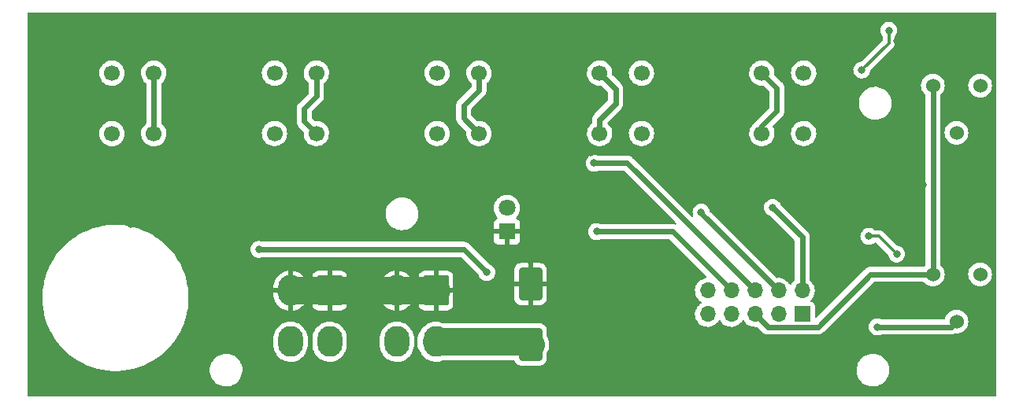
<source format=gbr>
%TF.GenerationSoftware,KiCad,Pcbnew,(6.0.9)*%
%TF.CreationDate,2023-01-27T21:22:42-09:00*%
%TF.ProjectId,RWR CONTROL PANEL,52575220-434f-44e5-9452-4f4c2050414e,-*%
%TF.SameCoordinates,Original*%
%TF.FileFunction,Copper,L2,Bot*%
%TF.FilePolarity,Positive*%
%FSLAX46Y46*%
G04 Gerber Fmt 4.6, Leading zero omitted, Abs format (unit mm)*
G04 Created by KiCad (PCBNEW (6.0.9)) date 2023-01-27 21:22:42*
%MOMM*%
%LPD*%
G01*
G04 APERTURE LIST*
G04 Aperture macros list*
%AMRoundRect*
0 Rectangle with rounded corners*
0 $1 Rounding radius*
0 $2 $3 $4 $5 $6 $7 $8 $9 X,Y pos of 4 corners*
0 Add a 4 corners polygon primitive as box body*
4,1,4,$2,$3,$4,$5,$6,$7,$8,$9,$2,$3,0*
0 Add four circle primitives for the rounded corners*
1,1,$1+$1,$2,$3*
1,1,$1+$1,$4,$5*
1,1,$1+$1,$6,$7*
1,1,$1+$1,$8,$9*
0 Add four rect primitives between the rounded corners*
20,1,$1+$1,$2,$3,$4,$5,0*
20,1,$1+$1,$4,$5,$6,$7,0*
20,1,$1+$1,$6,$7,$8,$9,0*
20,1,$1+$1,$8,$9,$2,$3,0*%
G04 Aperture macros list end*
%TA.AperFunction,ComponentPad*%
%ADD10R,1.800000X1.800000*%
%TD*%
%TA.AperFunction,ComponentPad*%
%ADD11C,1.800000*%
%TD*%
%TA.AperFunction,ComponentPad*%
%ADD12RoundRect,0.250001X1.099999X1.399999X-1.099999X1.399999X-1.099999X-1.399999X1.099999X-1.399999X0*%
%TD*%
%TA.AperFunction,ComponentPad*%
%ADD13O,2.700000X3.300000*%
%TD*%
%TA.AperFunction,SMDPad,CuDef*%
%ADD14RoundRect,0.250000X-1.000000X1.500000X-1.000000X-1.500000X1.000000X-1.500000X1.000000X1.500000X0*%
%TD*%
%TA.AperFunction,ComponentPad*%
%ADD15C,1.700000*%
%TD*%
%TA.AperFunction,ComponentPad*%
%ADD16C,1.524000*%
%TD*%
%TA.AperFunction,ComponentPad*%
%ADD17O,1.700000X1.700000*%
%TD*%
%TA.AperFunction,ComponentPad*%
%ADD18R,1.700000X1.700000*%
%TD*%
%TA.AperFunction,ViaPad*%
%ADD19C,0.800000*%
%TD*%
%TA.AperFunction,Conductor*%
%ADD20C,3.000000*%
%TD*%
%TA.AperFunction,Conductor*%
%ADD21C,0.609600*%
%TD*%
%TA.AperFunction,Conductor*%
%ADD22C,0.304800*%
%TD*%
G04 APERTURE END LIST*
D10*
%TO.P,D1,1*%
%TO.N,/BL_+5V*%
X77935858Y-24052811D03*
D11*
%TO.P,D1,2*%
%TO.N,Net-(D1-Pad2)*%
X77935858Y-21512811D03*
%TD*%
D12*
%TO.P,J2,1*%
%TO.N,/BL_+5V*%
X70315858Y-30402811D03*
D13*
%TO.P,J2,2*%
X66115858Y-30402811D03*
%TO.P,J2,3*%
%TO.N,GND*%
X70315858Y-35902811D03*
%TO.P,J2,4*%
%TO.N,/BL_DOUT*%
X66115858Y-35902811D03*
%TD*%
D12*
%TO.P,J1,1*%
%TO.N,/BL_+5V*%
X58885858Y-30402811D03*
D13*
%TO.P,J1,2*%
X54685858Y-30402811D03*
%TO.P,J1,3*%
%TO.N,GND*%
X58885858Y-35902811D03*
%TO.P,J1,4*%
%TO.N,/BL_DIN*%
X54685858Y-35902811D03*
%TD*%
D14*
%TO.P,C1,1*%
%TO.N,/BL_+5V*%
X80475858Y-29692811D03*
%TO.P,C1,2*%
%TO.N,GND*%
X80475858Y-36192811D03*
%TD*%
D15*
%TO.P,SW5,1*%
%TO.N,/POWER_SW*%
X105351530Y-13482785D03*
%TO.P,SW5,2*%
X105351530Y-6982785D03*
%TO.P,SW5,3*%
%TO.N,GND*%
X109851530Y-13482785D03*
%TO.P,SW5,4*%
X109851530Y-6982785D03*
%TD*%
%TO.P,SW4,1*%
%TO.N,/LIMIT_SW*%
X87914431Y-13482785D03*
%TO.P,SW4,2*%
X87914431Y-6982785D03*
%TO.P,SW4,3*%
%TO.N,GND*%
X92414431Y-13482785D03*
%TO.P,SW4,4*%
X92414431Y-6982785D03*
%TD*%
%TO.P,SW3,1*%
%TO.N,/SPECIAL_SW*%
X74947732Y-6980385D03*
%TO.P,SW3,2*%
X74947732Y-13480385D03*
%TO.P,SW3,3*%
%TO.N,GND*%
X70447732Y-6980385D03*
%TO.P,SW3,4*%
X70447732Y-13480385D03*
%TD*%
%TO.P,SW2,1*%
%TO.N,/OFFSET_SW*%
X57459831Y-6980385D03*
%TO.P,SW2,2*%
X57459831Y-13480385D03*
%TO.P,SW2,3*%
%TO.N,GND*%
X52959831Y-6980385D03*
%TO.P,SW2,4*%
X52959831Y-13480385D03*
%TD*%
%TO.P,SW1,1*%
%TO.N,/BIT_SW*%
X39984631Y-6993085D03*
%TO.P,SW1,2*%
X39984631Y-13493085D03*
%TO.P,SW1,3*%
%TO.N,GND*%
X35484631Y-6993085D03*
%TO.P,SW1,4*%
X35484631Y-13493085D03*
%TD*%
D16*
%TO.P,RV2,3*%
%TO.N,GND*%
X128821131Y-28646585D03*
%TO.P,RV2,2*%
%TO.N,/A_DMR*%
X126281131Y-33726585D03*
%TO.P,RV2,1*%
%TO.N,+5V*%
X123741131Y-28646585D03*
%TD*%
%TO.P,RV1,3*%
%TO.N,GND*%
X128821131Y-8326585D03*
%TO.P,RV1,2*%
%TO.N,/A_AUDIO*%
X126281131Y-13406585D03*
%TO.P,RV1,1*%
%TO.N,+5V*%
X123741131Y-8326585D03*
%TD*%
D17*
%TO.P,J3,10*%
%TO.N,/BIT_SW*%
X99525858Y-30402811D03*
%TO.P,J3,9*%
%TO.N,GND*%
X99525858Y-32942811D03*
%TO.P,J3,8*%
%TO.N,/OFFSET_SW*%
X102065858Y-30402811D03*
%TO.P,J3,7*%
%TO.N,GND*%
X102065858Y-32942811D03*
%TO.P,J3,6*%
%TO.N,/SPECIAL_SW*%
X104605858Y-30402811D03*
%TO.P,J3,5*%
%TO.N,+5V*%
X104605858Y-32942811D03*
%TO.P,J3,4*%
%TO.N,/LIMIT_SW*%
X107145858Y-30402811D03*
%TO.P,J3,3*%
%TO.N,/A_DMR*%
X107145858Y-32942811D03*
%TO.P,J3,2*%
%TO.N,/POWER_SW*%
X109685858Y-30402811D03*
D18*
%TO.P,J3,1*%
%TO.N,/A_AUDIO*%
X109685858Y-32942811D03*
%TD*%
D19*
%TO.N,/SPECIAL_SW*%
X87325709Y-16671001D03*
%TO.N,/OFFSET_SW*%
X87587858Y-24052811D03*
%TO.N,/BIT_SW*%
X75776858Y-28434311D03*
X51265858Y-25957811D03*
%TO.N,/LIMIT_SW*%
X98827358Y-21957311D03*
%TO.N,/POWER_SW*%
X106510858Y-21449311D03*
%TO.N,/BL_+5V*%
X27802880Y-33335334D03*
X31007380Y-24558834D03*
X37539880Y-23217334D03*
X34388915Y-20780299D03*
X34425658Y-15315211D03*
X41182058Y-5117111D03*
X34524290Y-9558676D03*
X41469173Y-10595796D03*
X122639858Y-19036311D03*
X126449858Y-19036311D03*
X130132858Y-18972811D03*
X127338858Y-3605811D03*
X123655858Y-3669311D03*
X119845858Y-3542311D03*
X111146358Y-5320311D03*
X105113858Y-8812811D03*
X104161358Y-15480311D03*
X110257358Y-11606811D03*
X93556858Y-5256811D03*
X87778358Y-8876311D03*
X86952858Y-15543811D03*
X92604358Y-11352811D03*
X75141858Y-11543311D03*
X75840358Y-5256811D03*
X70188858Y-8876311D03*
X69236358Y-15607311D03*
X58123858Y-5320311D03*
X52599358Y-8812811D03*
X51773858Y-15607311D03*
X57488858Y-11543311D03*
%TO.N,Net-(D28-Pad1)*%
X119003220Y-2382173D03*
X116099358Y-6653811D03*
%TO.N,/BL_DOUT*%
X116861358Y-24560811D03*
X119845858Y-26465811D03*
%TO.N,/A_DMR*%
X117771659Y-34297612D03*
%TD*%
D20*
%TO.N,GND*%
X80185858Y-35902811D02*
X80475858Y-36192811D01*
X70315858Y-35902811D02*
X80185858Y-35902811D01*
D21*
%TO.N,/SPECIAL_SW*%
X104605858Y-30402811D02*
X90874048Y-16671001D01*
X90874048Y-16671001D02*
X87325709Y-16671001D01*
X74947732Y-6980385D02*
X74947732Y-8816437D01*
X74947732Y-8816437D02*
X73300358Y-10463811D01*
X73300358Y-11833011D02*
X74947732Y-13480385D01*
X73300358Y-10463811D02*
X73300358Y-11833011D01*
%TO.N,/OFFSET_SW*%
X57459831Y-6980385D02*
X57459831Y-9476838D01*
X57459831Y-9476838D02*
X56155358Y-10781311D01*
X56155358Y-12175912D02*
X57459831Y-13480385D01*
X56155358Y-10781311D02*
X56155358Y-12175912D01*
X95715858Y-24052811D02*
X87587858Y-24052811D01*
X102065858Y-30402811D02*
X95715858Y-24052811D01*
%TO.N,/BIT_SW*%
X75776858Y-28434311D02*
X73300358Y-25957811D01*
X73300358Y-25957811D02*
X51265858Y-25957811D01*
X39984631Y-13493085D02*
X39984631Y-6993085D01*
%TO.N,/LIMIT_SW*%
X98827358Y-22084311D02*
X98827358Y-21957311D01*
X107145858Y-30402811D02*
X98827358Y-22084311D01*
X87914431Y-13482785D02*
X87914431Y-11978738D01*
X87914431Y-11978738D02*
X89619858Y-10273311D01*
X89619858Y-8688212D02*
X87914431Y-6982785D01*
X89619858Y-10273311D02*
X89619858Y-8688212D01*
%TO.N,/POWER_SW*%
X109685858Y-24624311D02*
X106510858Y-21449311D01*
X109685858Y-30402811D02*
X109685858Y-24624311D01*
X105351530Y-6982785D02*
X106955358Y-8586613D01*
X106955358Y-8586613D02*
X106955358Y-11098811D01*
X105351530Y-12702639D02*
X105351530Y-13482785D01*
X106955358Y-11098811D02*
X105351530Y-12702639D01*
D20*
%TO.N,/BL_+5V*%
X70315858Y-30402811D02*
X66115858Y-30402811D01*
X66115858Y-30402811D02*
X58885858Y-30402811D01*
X58885858Y-30402811D02*
X54685858Y-30402811D01*
D22*
%TO.N,Net-(D28-Pad1)*%
X119003220Y-2382173D02*
X119003220Y-2606949D01*
X119003220Y-3749949D02*
X116099358Y-6653811D01*
X119003220Y-2382173D02*
X119003220Y-3749949D01*
%TO.N,/BL_DOUT*%
X117940858Y-24560811D02*
X119845858Y-26465811D01*
X116861358Y-24560811D02*
X117940858Y-24560811D01*
D21*
%TO.N,/A_DMR*%
X125710104Y-34297612D02*
X126281131Y-33726585D01*
X117771659Y-34297612D02*
X125710104Y-34297612D01*
%TO.N,+5V*%
X123741131Y-8326585D02*
X123741131Y-28646585D01*
X105960659Y-34297612D02*
X111379057Y-34297612D01*
X104605858Y-32942811D02*
X105960659Y-34297612D01*
X117030084Y-28646585D02*
X123741131Y-28646585D01*
X111379057Y-34297612D02*
X117030084Y-28646585D01*
%TD*%
%TA.AperFunction,Conductor*%
%TO.N,/BL_+5V*%
G36*
X130477252Y-451313D02*
G01*
X130523745Y-504969D01*
X130535131Y-557311D01*
X130535131Y-41664584D01*
X130515129Y-41732705D01*
X130461473Y-41779198D01*
X130409131Y-41790584D01*
X26500358Y-41790584D01*
X26432237Y-41770582D01*
X26385744Y-41716926D01*
X26374358Y-41664584D01*
X26374358Y-39072989D01*
X46003240Y-39072989D01*
X46038486Y-39331972D01*
X46039794Y-39336458D01*
X46039794Y-39336460D01*
X46059480Y-39403998D01*
X46111625Y-39582901D01*
X46221050Y-39820262D01*
X46223613Y-39824171D01*
X46361792Y-40034930D01*
X46361796Y-40034935D01*
X46364358Y-40038843D01*
X46538400Y-40233840D01*
X46739352Y-40400971D01*
X46743355Y-40403400D01*
X46958804Y-40534138D01*
X46958808Y-40534140D01*
X46962801Y-40536563D01*
X47203837Y-40637637D01*
X47457165Y-40701975D01*
X47461816Y-40702443D01*
X47461820Y-40702444D01*
X47654690Y-40721865D01*
X47674249Y-40723834D01*
X47829736Y-40723834D01*
X47832061Y-40723661D01*
X47832067Y-40723661D01*
X48019382Y-40709741D01*
X48019386Y-40709740D01*
X48024034Y-40709395D01*
X48028582Y-40708366D01*
X48028588Y-40708365D01*
X48214983Y-40666187D01*
X48278959Y-40651711D01*
X48315151Y-40637637D01*
X48518206Y-40558674D01*
X48518209Y-40558673D01*
X48522559Y-40556981D01*
X48749480Y-40427285D01*
X48954739Y-40265472D01*
X49133825Y-40075097D01*
X49282806Y-39860343D01*
X49398407Y-39625927D01*
X49478089Y-39376999D01*
X49520103Y-39119027D01*
X49520706Y-39072989D01*
X115535738Y-39072989D01*
X115570984Y-39331972D01*
X115572292Y-39336458D01*
X115572292Y-39336460D01*
X115591978Y-39403998D01*
X115644123Y-39582901D01*
X115753548Y-39820262D01*
X115756111Y-39824171D01*
X115894290Y-40034930D01*
X115894294Y-40034935D01*
X115896856Y-40038843D01*
X116070898Y-40233840D01*
X116271850Y-40400971D01*
X116275853Y-40403400D01*
X116491302Y-40534138D01*
X116491306Y-40534140D01*
X116495299Y-40536563D01*
X116736335Y-40637637D01*
X116989663Y-40701975D01*
X116994314Y-40702443D01*
X116994318Y-40702444D01*
X117187188Y-40721865D01*
X117206747Y-40723834D01*
X117362234Y-40723834D01*
X117364559Y-40723661D01*
X117364565Y-40723661D01*
X117551880Y-40709741D01*
X117551884Y-40709740D01*
X117556532Y-40709395D01*
X117561080Y-40708366D01*
X117561086Y-40708365D01*
X117747481Y-40666187D01*
X117811457Y-40651711D01*
X117847649Y-40637637D01*
X118050704Y-40558674D01*
X118050707Y-40558673D01*
X118055057Y-40556981D01*
X118281978Y-40427285D01*
X118487237Y-40265472D01*
X118666323Y-40075097D01*
X118815304Y-39860343D01*
X118930905Y-39625927D01*
X119010587Y-39376999D01*
X119052601Y-39119027D01*
X119056022Y-38857679D01*
X119020776Y-38598696D01*
X119006353Y-38549211D01*
X118974826Y-38441049D01*
X118947637Y-38347767D01*
X118838212Y-38110406D01*
X118772262Y-38009815D01*
X118697470Y-37895738D01*
X118697466Y-37895733D01*
X118694904Y-37891825D01*
X118529851Y-37706899D01*
X118523977Y-37700318D01*
X118520862Y-37696828D01*
X118319910Y-37529697D01*
X118272724Y-37501064D01*
X118100458Y-37396530D01*
X118100454Y-37396528D01*
X118096461Y-37394105D01*
X117855425Y-37293031D01*
X117602097Y-37228693D01*
X117597446Y-37228225D01*
X117597442Y-37228224D01*
X117388151Y-37207150D01*
X117385013Y-37206834D01*
X117229526Y-37206834D01*
X117227201Y-37207007D01*
X117227195Y-37207007D01*
X117039880Y-37220927D01*
X117039876Y-37220928D01*
X117035228Y-37221273D01*
X117030680Y-37222302D01*
X117030674Y-37222303D01*
X116844279Y-37264481D01*
X116780303Y-37278957D01*
X116775951Y-37280649D01*
X116775949Y-37280650D01*
X116541056Y-37371994D01*
X116541053Y-37371995D01*
X116536703Y-37373687D01*
X116532649Y-37376004D01*
X116532647Y-37376005D01*
X116504441Y-37392126D01*
X116309782Y-37503383D01*
X116104523Y-37665196D01*
X115925437Y-37855571D01*
X115841083Y-37977166D01*
X115779594Y-38065802D01*
X115776456Y-38070325D01*
X115774390Y-38074515D01*
X115774388Y-38074518D01*
X115665187Y-38295957D01*
X115660855Y-38304741D01*
X115659433Y-38309184D01*
X115659432Y-38309186D01*
X115614046Y-38450974D01*
X115581173Y-38553669D01*
X115539159Y-38811641D01*
X115539098Y-38816314D01*
X115536600Y-39007170D01*
X115535738Y-39072989D01*
X49520706Y-39072989D01*
X49523524Y-38857679D01*
X49488278Y-38598696D01*
X49473855Y-38549211D01*
X49442328Y-38441049D01*
X49415139Y-38347767D01*
X49305714Y-38110406D01*
X49239764Y-38009815D01*
X49164972Y-37895738D01*
X49164968Y-37895733D01*
X49162406Y-37891825D01*
X48997353Y-37706899D01*
X48991479Y-37700318D01*
X48988364Y-37696828D01*
X48787412Y-37529697D01*
X48740226Y-37501064D01*
X48567960Y-37396530D01*
X48567956Y-37396528D01*
X48563963Y-37394105D01*
X48322927Y-37293031D01*
X48069599Y-37228693D01*
X48064948Y-37228225D01*
X48064944Y-37228224D01*
X47855653Y-37207150D01*
X47852515Y-37206834D01*
X47697028Y-37206834D01*
X47694703Y-37207007D01*
X47694697Y-37207007D01*
X47507382Y-37220927D01*
X47507378Y-37220928D01*
X47502730Y-37221273D01*
X47498182Y-37222302D01*
X47498176Y-37222303D01*
X47311781Y-37264481D01*
X47247805Y-37278957D01*
X47243453Y-37280649D01*
X47243451Y-37280650D01*
X47008558Y-37371994D01*
X47008555Y-37371995D01*
X47004205Y-37373687D01*
X47000151Y-37376004D01*
X47000149Y-37376005D01*
X46971943Y-37392126D01*
X46777284Y-37503383D01*
X46572025Y-37665196D01*
X46392939Y-37855571D01*
X46308585Y-37977166D01*
X46247096Y-38065802D01*
X46243958Y-38070325D01*
X46241892Y-38074515D01*
X46241890Y-38074518D01*
X46132689Y-38295957D01*
X46128357Y-38304741D01*
X46126935Y-38309184D01*
X46126934Y-38309186D01*
X46081548Y-38450974D01*
X46048675Y-38553669D01*
X46006661Y-38811641D01*
X46006600Y-38816314D01*
X46004102Y-39007170D01*
X46003240Y-39072989D01*
X26374358Y-39072989D01*
X26374358Y-31186584D01*
X27993622Y-31186584D01*
X27996124Y-31258227D01*
X28012777Y-31735115D01*
X28013008Y-31737310D01*
X28013008Y-31737312D01*
X28069436Y-32274186D01*
X28070149Y-32280973D01*
X28165459Y-32821500D01*
X28165993Y-32823640D01*
X28165993Y-32823642D01*
X28186728Y-32906804D01*
X28298241Y-33354061D01*
X28298923Y-33356160D01*
X28298925Y-33356167D01*
X28452382Y-33828456D01*
X28467850Y-33876063D01*
X28468675Y-33878104D01*
X28468679Y-33878116D01*
X28672630Y-34382914D01*
X28672636Y-34382927D01*
X28673458Y-34384962D01*
X28674422Y-34386938D01*
X28674424Y-34386943D01*
X28908385Y-34866632D01*
X28914065Y-34878278D01*
X29188497Y-35353609D01*
X29189725Y-35355429D01*
X29189729Y-35355436D01*
X29300634Y-35519859D01*
X29495419Y-35808639D01*
X29833334Y-36241151D01*
X29834818Y-36242799D01*
X30199125Y-36647404D01*
X30199134Y-36647414D01*
X30200596Y-36649037D01*
X30595417Y-37030311D01*
X30597097Y-37031721D01*
X30597104Y-37031727D01*
X30915133Y-37298584D01*
X31015872Y-37383114D01*
X31459913Y-37705729D01*
X31516128Y-37740856D01*
X31923507Y-37995415D01*
X31923518Y-37995421D01*
X31925377Y-37996583D01*
X31927320Y-37997616D01*
X31927325Y-37997619D01*
X32246183Y-38167159D01*
X32409996Y-38254260D01*
X32411986Y-38255146D01*
X32411988Y-38255147D01*
X32852579Y-38451311D01*
X32911409Y-38477504D01*
X33427174Y-38665226D01*
X33954777Y-38816514D01*
X34491648Y-38930630D01*
X35035171Y-39007017D01*
X35037359Y-39007170D01*
X35580509Y-39045151D01*
X35580513Y-39045151D01*
X35582699Y-39045304D01*
X36131565Y-39045304D01*
X36133751Y-39045151D01*
X36133755Y-39045151D01*
X36676905Y-39007170D01*
X36679093Y-39007017D01*
X37222616Y-38930630D01*
X37759487Y-38816514D01*
X38287090Y-38665226D01*
X38802855Y-38477504D01*
X38861686Y-38451311D01*
X39302276Y-38255147D01*
X39302278Y-38255146D01*
X39304268Y-38254260D01*
X39468081Y-38167159D01*
X39786939Y-37997619D01*
X39786944Y-37997616D01*
X39788887Y-37996583D01*
X39790746Y-37995421D01*
X39790757Y-37995415D01*
X40198136Y-37740856D01*
X40254351Y-37705729D01*
X40698392Y-37383114D01*
X40799131Y-37298584D01*
X41117160Y-37031727D01*
X41117167Y-37031721D01*
X41118847Y-37030311D01*
X41513668Y-36649037D01*
X41515130Y-36647414D01*
X41515139Y-36647404D01*
X41853763Y-36271323D01*
X52827358Y-36271323D01*
X52827523Y-36273591D01*
X52827523Y-36273603D01*
X52837035Y-36404695D01*
X52841905Y-36471815D01*
X52842889Y-36476270D01*
X52842889Y-36476273D01*
X52883675Y-36661004D01*
X52900052Y-36735183D01*
X52901670Y-36739453D01*
X52992620Y-36979511D01*
X52995608Y-36987399D01*
X53126572Y-37223179D01*
X53181261Y-37294838D01*
X53258870Y-37396530D01*
X53290201Y-37437584D01*
X53293467Y-37440777D01*
X53293469Y-37440779D01*
X53357510Y-37503383D01*
X53483066Y-37626123D01*
X53701128Y-37784845D01*
X53788092Y-37830599D01*
X53935779Y-37908301D01*
X53935785Y-37908304D01*
X53939819Y-37910426D01*
X53944124Y-37911946D01*
X53944128Y-37911948D01*
X54186727Y-37997619D01*
X54194138Y-38000236D01*
X54303439Y-38021779D01*
X54454286Y-38051511D01*
X54454292Y-38051512D01*
X54458758Y-38052392D01*
X54463311Y-38052619D01*
X54463314Y-38052619D01*
X54723566Y-38065575D01*
X54723572Y-38065575D01*
X54728135Y-38065802D01*
X54996627Y-38040186D01*
X55001061Y-38039101D01*
X55001067Y-38039100D01*
X55254170Y-37977166D01*
X55258608Y-37976080D01*
X55508591Y-37874826D01*
X55741340Y-37738546D01*
X55951977Y-37570095D01*
X56136092Y-37373002D01*
X56289826Y-37151395D01*
X56409959Y-36909917D01*
X56415959Y-36891614D01*
X56492556Y-36657958D01*
X56492557Y-36657952D01*
X56493976Y-36653625D01*
X56504601Y-36592430D01*
X56539459Y-36391671D01*
X56539460Y-36391663D01*
X56540115Y-36387890D01*
X56544358Y-36302662D01*
X56544358Y-36271323D01*
X57027358Y-36271323D01*
X57027523Y-36273591D01*
X57027523Y-36273603D01*
X57037035Y-36404695D01*
X57041905Y-36471815D01*
X57042889Y-36476270D01*
X57042889Y-36476273D01*
X57083675Y-36661004D01*
X57100052Y-36735183D01*
X57101670Y-36739453D01*
X57192620Y-36979511D01*
X57195608Y-36987399D01*
X57326572Y-37223179D01*
X57381261Y-37294838D01*
X57458870Y-37396530D01*
X57490201Y-37437584D01*
X57493467Y-37440777D01*
X57493469Y-37440779D01*
X57557510Y-37503383D01*
X57683066Y-37626123D01*
X57901128Y-37784845D01*
X57988092Y-37830599D01*
X58135779Y-37908301D01*
X58135785Y-37908304D01*
X58139819Y-37910426D01*
X58144124Y-37911946D01*
X58144128Y-37911948D01*
X58386727Y-37997619D01*
X58394138Y-38000236D01*
X58503439Y-38021779D01*
X58654286Y-38051511D01*
X58654292Y-38051512D01*
X58658758Y-38052392D01*
X58663311Y-38052619D01*
X58663314Y-38052619D01*
X58923566Y-38065575D01*
X58923572Y-38065575D01*
X58928135Y-38065802D01*
X59196627Y-38040186D01*
X59201061Y-38039101D01*
X59201067Y-38039100D01*
X59454170Y-37977166D01*
X59458608Y-37976080D01*
X59708591Y-37874826D01*
X59941340Y-37738546D01*
X60151977Y-37570095D01*
X60336092Y-37373002D01*
X60489826Y-37151395D01*
X60609959Y-36909917D01*
X60615959Y-36891614D01*
X60692556Y-36657958D01*
X60692557Y-36657952D01*
X60693976Y-36653625D01*
X60704601Y-36592430D01*
X60739459Y-36391671D01*
X60739460Y-36391663D01*
X60740115Y-36387890D01*
X60744358Y-36302662D01*
X60744358Y-36271323D01*
X64257358Y-36271323D01*
X64257523Y-36273591D01*
X64257523Y-36273603D01*
X64267035Y-36404695D01*
X64271905Y-36471815D01*
X64272889Y-36476270D01*
X64272889Y-36476273D01*
X64313675Y-36661004D01*
X64330052Y-36735183D01*
X64331670Y-36739453D01*
X64422620Y-36979511D01*
X64425608Y-36987399D01*
X64556572Y-37223179D01*
X64611261Y-37294838D01*
X64688870Y-37396530D01*
X64720201Y-37437584D01*
X64723467Y-37440777D01*
X64723469Y-37440779D01*
X64787510Y-37503383D01*
X64913066Y-37626123D01*
X65131128Y-37784845D01*
X65218092Y-37830599D01*
X65365779Y-37908301D01*
X65365785Y-37908304D01*
X65369819Y-37910426D01*
X65374124Y-37911946D01*
X65374128Y-37911948D01*
X65616727Y-37997619D01*
X65624138Y-38000236D01*
X65733439Y-38021779D01*
X65884286Y-38051511D01*
X65884292Y-38051512D01*
X65888758Y-38052392D01*
X65893311Y-38052619D01*
X65893314Y-38052619D01*
X66153566Y-38065575D01*
X66153572Y-38065575D01*
X66158135Y-38065802D01*
X66426627Y-38040186D01*
X66431061Y-38039101D01*
X66431067Y-38039100D01*
X66684170Y-37977166D01*
X66688608Y-37976080D01*
X66938591Y-37874826D01*
X67171340Y-37738546D01*
X67381977Y-37570095D01*
X67566092Y-37373002D01*
X67719826Y-37151395D01*
X67839959Y-36909917D01*
X67845959Y-36891614D01*
X67922556Y-36657958D01*
X67922557Y-36657952D01*
X67923976Y-36653625D01*
X67934601Y-36592430D01*
X67969459Y-36391671D01*
X67969460Y-36391663D01*
X67970115Y-36387890D01*
X67974358Y-36302662D01*
X67974358Y-35832544D01*
X68303680Y-35832544D01*
X68303833Y-35836932D01*
X68303833Y-35836938D01*
X68306197Y-35904616D01*
X68313483Y-36113269D01*
X68314245Y-36117592D01*
X68314246Y-36117599D01*
X68339851Y-36262812D01*
X68362260Y-36389898D01*
X68449061Y-36657046D01*
X68572198Y-36909513D01*
X68574657Y-36913158D01*
X68626646Y-36990236D01*
X68632336Y-36999512D01*
X68716700Y-37151395D01*
X68756572Y-37223179D01*
X68811261Y-37294838D01*
X68888870Y-37396530D01*
X68920201Y-37437584D01*
X68923467Y-37440777D01*
X68923469Y-37440779D01*
X68987510Y-37503383D01*
X69113066Y-37626123D01*
X69331128Y-37784845D01*
X69418092Y-37830599D01*
X69565779Y-37908301D01*
X69565785Y-37908304D01*
X69569819Y-37910426D01*
X69574124Y-37911946D01*
X69574128Y-37911948D01*
X69816727Y-37997619D01*
X69824138Y-38000236D01*
X69933439Y-38021779D01*
X70084286Y-38051511D01*
X70084292Y-38051512D01*
X70088758Y-38052392D01*
X70093311Y-38052619D01*
X70093314Y-38052619D01*
X70353566Y-38065575D01*
X70353572Y-38065575D01*
X70358135Y-38065802D01*
X70626627Y-38040186D01*
X70631061Y-38039101D01*
X70631067Y-38039100D01*
X70884170Y-37977166D01*
X70888608Y-37976080D01*
X71025761Y-37920527D01*
X71073064Y-37911311D01*
X78658338Y-37911311D01*
X78726459Y-37931313D01*
X78772952Y-37984969D01*
X78777861Y-37997432D01*
X78784308Y-38016757D01*
X78788159Y-38022981D01*
X78788160Y-38022982D01*
X78863984Y-38145511D01*
X78877380Y-38167159D01*
X79002555Y-38292116D01*
X79008785Y-38295956D01*
X79008786Y-38295957D01*
X79145948Y-38380505D01*
X79153120Y-38384926D01*
X79232863Y-38411375D01*
X79314469Y-38438443D01*
X79314471Y-38438443D01*
X79320997Y-38440608D01*
X79327833Y-38441308D01*
X79327836Y-38441309D01*
X79370889Y-38445720D01*
X79425458Y-38451311D01*
X81526258Y-38451311D01*
X81529504Y-38450974D01*
X81529508Y-38450974D01*
X81625166Y-38441049D01*
X81625170Y-38441048D01*
X81632024Y-38440337D01*
X81638560Y-38438156D01*
X81638562Y-38438156D01*
X81770664Y-38394083D01*
X81799804Y-38384361D01*
X81950206Y-38291289D01*
X82075163Y-38166114D01*
X82131624Y-38074518D01*
X82164133Y-38021779D01*
X82164134Y-38021777D01*
X82167973Y-38015549D01*
X82209010Y-37891825D01*
X82221490Y-37854200D01*
X82221490Y-37854198D01*
X82223655Y-37847672D01*
X82225405Y-37830599D01*
X82230367Y-37782163D01*
X82234358Y-37743211D01*
X82234358Y-37195914D01*
X82248091Y-37138711D01*
X82327210Y-36983433D01*
X82327212Y-36983429D01*
X82329208Y-36979511D01*
X82420658Y-36713919D01*
X82467719Y-36471815D01*
X82473417Y-36442502D01*
X82473418Y-36442495D01*
X82474256Y-36438183D01*
X82484495Y-36242799D01*
X82488726Y-36162070D01*
X82488726Y-36162064D01*
X82488956Y-36157673D01*
X82464475Y-35877845D01*
X82463487Y-35873566D01*
X82463486Y-35873559D01*
X82402275Y-35608430D01*
X82402273Y-35608425D01*
X82401286Y-35604148D01*
X82319345Y-35390681D01*
X82302200Y-35346017D01*
X82302199Y-35346016D01*
X82300623Y-35341909D01*
X82250156Y-35250865D01*
X82234358Y-35189779D01*
X82234358Y-34642411D01*
X82234021Y-34639161D01*
X82224096Y-34543503D01*
X82224095Y-34543499D01*
X82223384Y-34536645D01*
X82208810Y-34492960D01*
X82169726Y-34375813D01*
X82167408Y-34368865D01*
X82074336Y-34218463D01*
X81949161Y-34093506D01*
X81906284Y-34067076D01*
X81804826Y-34004536D01*
X81804824Y-34004535D01*
X81798596Y-34000696D01*
X81655885Y-33953361D01*
X81637247Y-33947179D01*
X81637245Y-33947179D01*
X81630719Y-33945014D01*
X81623883Y-33944314D01*
X81623880Y-33944313D01*
X81580827Y-33939902D01*
X81526258Y-33934311D01*
X80619733Y-33934311D01*
X80602198Y-33933085D01*
X80585911Y-33930796D01*
X80483879Y-33916457D01*
X80481703Y-33916132D01*
X80365682Y-33897755D01*
X80365681Y-33897755D01*
X80361338Y-33897067D01*
X80356942Y-33896990D01*
X80356938Y-33896990D01*
X80351428Y-33896894D01*
X80336098Y-33895687D01*
X80326306Y-33894311D01*
X80204546Y-33894311D01*
X80202347Y-33894292D01*
X80080484Y-33892165D01*
X80076128Y-33892700D01*
X80076125Y-33892700D01*
X80070654Y-33893372D01*
X80055298Y-33894311D01*
X71080984Y-33894311D01*
X71039028Y-33887120D01*
X70811891Y-33806909D01*
X70811890Y-33806909D01*
X70807578Y-33805386D01*
X70679826Y-33780206D01*
X70547430Y-33754111D01*
X70547424Y-33754110D01*
X70542958Y-33753230D01*
X70538405Y-33753003D01*
X70538402Y-33753003D01*
X70278150Y-33740047D01*
X70278144Y-33740047D01*
X70273581Y-33739820D01*
X70005089Y-33765436D01*
X70000655Y-33766521D01*
X70000649Y-33766522D01*
X69773509Y-33822103D01*
X69743108Y-33829542D01*
X69493125Y-33930796D01*
X69343073Y-34018655D01*
X69268955Y-34062053D01*
X69260376Y-34067076D01*
X69049739Y-34235527D01*
X68865624Y-34432620D01*
X68711890Y-34654227D01*
X68685775Y-34706721D01*
X68663845Y-34750802D01*
X68650326Y-34772249D01*
X68646670Y-34776929D01*
X68506222Y-35020192D01*
X68400996Y-35280635D01*
X68399931Y-35284908D01*
X68399930Y-35284910D01*
X68338319Y-35532019D01*
X68333041Y-35553187D01*
X68332582Y-35557555D01*
X68332581Y-35557560D01*
X68312706Y-35746666D01*
X68303680Y-35832544D01*
X67974358Y-35832544D01*
X67974358Y-35534299D01*
X67973311Y-35519859D01*
X67960141Y-35338358D01*
X67959811Y-35333807D01*
X67958827Y-35329349D01*
X67902649Y-35074899D01*
X67902648Y-35074895D01*
X67901664Y-35070439D01*
X67849162Y-34931862D01*
X67807726Y-34822493D01*
X67807725Y-34822490D01*
X67806108Y-34818223D01*
X67675144Y-34582443D01*
X67593329Y-34475240D01*
X67514287Y-34371670D01*
X67514286Y-34371669D01*
X67511515Y-34368038D01*
X67507652Y-34364261D01*
X67415083Y-34273769D01*
X67318650Y-34179499D01*
X67100588Y-34020777D01*
X66972451Y-33953361D01*
X66865937Y-33897321D01*
X66865931Y-33897318D01*
X66861897Y-33895196D01*
X66857592Y-33893676D01*
X66857588Y-33893674D01*
X66611891Y-33806909D01*
X66611890Y-33806909D01*
X66607578Y-33805386D01*
X66479826Y-33780206D01*
X66347430Y-33754111D01*
X66347424Y-33754110D01*
X66342958Y-33753230D01*
X66338405Y-33753003D01*
X66338402Y-33753003D01*
X66078150Y-33740047D01*
X66078144Y-33740047D01*
X66073581Y-33739820D01*
X65805089Y-33765436D01*
X65800655Y-33766521D01*
X65800649Y-33766522D01*
X65573509Y-33822103D01*
X65543108Y-33829542D01*
X65293125Y-33930796D01*
X65143073Y-34018655D01*
X65068955Y-34062053D01*
X65060376Y-34067076D01*
X64849739Y-34235527D01*
X64665624Y-34432620D01*
X64511890Y-34654227D01*
X64509860Y-34658308D01*
X64509857Y-34658313D01*
X64504457Y-34669168D01*
X64391757Y-34895705D01*
X64390336Y-34900039D01*
X64390335Y-34900042D01*
X64321091Y-35111271D01*
X64307740Y-35151997D01*
X64306960Y-35156488D01*
X64306960Y-35156489D01*
X64272735Y-35353609D01*
X64261601Y-35417732D01*
X64257358Y-35502960D01*
X64257358Y-36271323D01*
X60744358Y-36271323D01*
X60744358Y-35534299D01*
X60743311Y-35519859D01*
X60730141Y-35338358D01*
X60729811Y-35333807D01*
X60728827Y-35329349D01*
X60672649Y-35074899D01*
X60672648Y-35074895D01*
X60671664Y-35070439D01*
X60619162Y-34931862D01*
X60577726Y-34822493D01*
X60577725Y-34822490D01*
X60576108Y-34818223D01*
X60445144Y-34582443D01*
X60363329Y-34475240D01*
X60284287Y-34371670D01*
X60284286Y-34371669D01*
X60281515Y-34368038D01*
X60277652Y-34364261D01*
X60185083Y-34273769D01*
X60088650Y-34179499D01*
X59870588Y-34020777D01*
X59742451Y-33953361D01*
X59635937Y-33897321D01*
X59635931Y-33897318D01*
X59631897Y-33895196D01*
X59627592Y-33893676D01*
X59627588Y-33893674D01*
X59381891Y-33806909D01*
X59381890Y-33806909D01*
X59377578Y-33805386D01*
X59249826Y-33780206D01*
X59117430Y-33754111D01*
X59117424Y-33754110D01*
X59112958Y-33753230D01*
X59108405Y-33753003D01*
X59108402Y-33753003D01*
X58848150Y-33740047D01*
X58848144Y-33740047D01*
X58843581Y-33739820D01*
X58575089Y-33765436D01*
X58570655Y-33766521D01*
X58570649Y-33766522D01*
X58343509Y-33822103D01*
X58313108Y-33829542D01*
X58063125Y-33930796D01*
X57913073Y-34018655D01*
X57838955Y-34062053D01*
X57830376Y-34067076D01*
X57619739Y-34235527D01*
X57435624Y-34432620D01*
X57281890Y-34654227D01*
X57279860Y-34658308D01*
X57279857Y-34658313D01*
X57274457Y-34669168D01*
X57161757Y-34895705D01*
X57160336Y-34900039D01*
X57160335Y-34900042D01*
X57091091Y-35111271D01*
X57077740Y-35151997D01*
X57076960Y-35156488D01*
X57076960Y-35156489D01*
X57042735Y-35353609D01*
X57031601Y-35417732D01*
X57027358Y-35502960D01*
X57027358Y-36271323D01*
X56544358Y-36271323D01*
X56544358Y-35534299D01*
X56543311Y-35519859D01*
X56530141Y-35338358D01*
X56529811Y-35333807D01*
X56528827Y-35329349D01*
X56472649Y-35074899D01*
X56472648Y-35074895D01*
X56471664Y-35070439D01*
X56419162Y-34931862D01*
X56377726Y-34822493D01*
X56377725Y-34822490D01*
X56376108Y-34818223D01*
X56245144Y-34582443D01*
X56163329Y-34475240D01*
X56084287Y-34371670D01*
X56084286Y-34371669D01*
X56081515Y-34368038D01*
X56077652Y-34364261D01*
X55985083Y-34273769D01*
X55888650Y-34179499D01*
X55670588Y-34020777D01*
X55542451Y-33953361D01*
X55435937Y-33897321D01*
X55435931Y-33897318D01*
X55431897Y-33895196D01*
X55427592Y-33893676D01*
X55427588Y-33893674D01*
X55181891Y-33806909D01*
X55181890Y-33806909D01*
X55177578Y-33805386D01*
X55049826Y-33780206D01*
X54917430Y-33754111D01*
X54917424Y-33754110D01*
X54912958Y-33753230D01*
X54908405Y-33753003D01*
X54908402Y-33753003D01*
X54648150Y-33740047D01*
X54648144Y-33740047D01*
X54643581Y-33739820D01*
X54375089Y-33765436D01*
X54370655Y-33766521D01*
X54370649Y-33766522D01*
X54143509Y-33822103D01*
X54113108Y-33829542D01*
X53863125Y-33930796D01*
X53713073Y-34018655D01*
X53638955Y-34062053D01*
X53630376Y-34067076D01*
X53419739Y-34235527D01*
X53235624Y-34432620D01*
X53081890Y-34654227D01*
X53079860Y-34658308D01*
X53079857Y-34658313D01*
X53074457Y-34669168D01*
X52961757Y-34895705D01*
X52960336Y-34900039D01*
X52960335Y-34900042D01*
X52891091Y-35111271D01*
X52877740Y-35151997D01*
X52876960Y-35156488D01*
X52876960Y-35156489D01*
X52842735Y-35353609D01*
X52831601Y-35417732D01*
X52827358Y-35502960D01*
X52827358Y-36271323D01*
X41853763Y-36271323D01*
X41879446Y-36242799D01*
X41880930Y-36241151D01*
X42218845Y-35808639D01*
X42413630Y-35519859D01*
X42524535Y-35355436D01*
X42524539Y-35355429D01*
X42525767Y-35353609D01*
X42800199Y-34878278D01*
X42805880Y-34866632D01*
X43039840Y-34386943D01*
X43039842Y-34386938D01*
X43040806Y-34384962D01*
X43041628Y-34382927D01*
X43041634Y-34382914D01*
X43245585Y-33878116D01*
X43245589Y-33878104D01*
X43246414Y-33876063D01*
X43261883Y-33828456D01*
X43415339Y-33356167D01*
X43415341Y-33356160D01*
X43416023Y-33354061D01*
X43527536Y-32906804D01*
X43548271Y-32823642D01*
X43548271Y-32823640D01*
X43548805Y-32821500D01*
X43644115Y-32280973D01*
X43644829Y-32274186D01*
X43678816Y-31950811D01*
X43701487Y-31735115D01*
X43720642Y-31186584D01*
X43706060Y-30769017D01*
X52827858Y-30769017D01*
X52828023Y-30773588D01*
X52842071Y-30967191D01*
X52843385Y-30976200D01*
X52899547Y-31230580D01*
X52902150Y-31239310D01*
X52994444Y-31482918D01*
X52998279Y-31491179D01*
X53124773Y-31718912D01*
X53129763Y-31726537D01*
X53287804Y-31933620D01*
X53293844Y-31940447D01*
X53480122Y-32122546D01*
X53487084Y-32128429D01*
X53697701Y-32281733D01*
X53705431Y-32286544D01*
X53935980Y-32407842D01*
X53944330Y-32411489D01*
X54189957Y-32498230D01*
X54198752Y-32500636D01*
X54414083Y-32543078D01*
X54426995Y-32541899D01*
X54431797Y-32526985D01*
X54939858Y-32526985D01*
X54944109Y-32541462D01*
X54956370Y-32543525D01*
X54991991Y-32540126D01*
X55000983Y-32538606D01*
X55254016Y-32476689D01*
X55262685Y-32473889D01*
X55504140Y-32376089D01*
X55512313Y-32372067D01*
X55737111Y-32240443D01*
X55744623Y-32235280D01*
X55948071Y-32072580D01*
X55954754Y-32066391D01*
X56132591Y-31876017D01*
X56138301Y-31868940D01*
X56151505Y-31849907D01*
X57027858Y-31849907D01*
X57028195Y-31856422D01*
X57038114Y-31952014D01*
X57041008Y-31965413D01*
X57092446Y-32119594D01*
X57098620Y-32132773D01*
X57183921Y-32270618D01*
X57192957Y-32282019D01*
X57307688Y-32396550D01*
X57319099Y-32405562D01*
X57457103Y-32490629D01*
X57470281Y-32496773D01*
X57624574Y-32547950D01*
X57637939Y-32550816D01*
X57732297Y-32560483D01*
X57738713Y-32560811D01*
X58613743Y-32560811D01*
X58628982Y-32556336D01*
X58630187Y-32554946D01*
X58631858Y-32547263D01*
X58631858Y-32542696D01*
X59139858Y-32542696D01*
X59144333Y-32557935D01*
X59145723Y-32559140D01*
X59153406Y-32560811D01*
X60032954Y-32560811D01*
X60039469Y-32560474D01*
X60135061Y-32550555D01*
X60148460Y-32547661D01*
X60302641Y-32496223D01*
X60315820Y-32490049D01*
X60453665Y-32404748D01*
X60465066Y-32395712D01*
X60579597Y-32280981D01*
X60588609Y-32269570D01*
X60673676Y-32131566D01*
X60679820Y-32118388D01*
X60730997Y-31964095D01*
X60733863Y-31950730D01*
X60743530Y-31856372D01*
X60743858Y-31849956D01*
X60743858Y-30769017D01*
X64257858Y-30769017D01*
X64258023Y-30773588D01*
X64272071Y-30967191D01*
X64273385Y-30976200D01*
X64329547Y-31230580D01*
X64332150Y-31239310D01*
X64424444Y-31482918D01*
X64428279Y-31491179D01*
X64554773Y-31718912D01*
X64559763Y-31726537D01*
X64717804Y-31933620D01*
X64723844Y-31940447D01*
X64910122Y-32122546D01*
X64917084Y-32128429D01*
X65127701Y-32281733D01*
X65135431Y-32286544D01*
X65365980Y-32407842D01*
X65374330Y-32411489D01*
X65619957Y-32498230D01*
X65628752Y-32500636D01*
X65844083Y-32543078D01*
X65856995Y-32541899D01*
X65861797Y-32526985D01*
X66369858Y-32526985D01*
X66374109Y-32541462D01*
X66386370Y-32543525D01*
X66421991Y-32540126D01*
X66430983Y-32538606D01*
X66684016Y-32476689D01*
X66692685Y-32473889D01*
X66934140Y-32376089D01*
X66942313Y-32372067D01*
X67167111Y-32240443D01*
X67174623Y-32235280D01*
X67378071Y-32072580D01*
X67384754Y-32066391D01*
X67562591Y-31876017D01*
X67568301Y-31868940D01*
X67581505Y-31849907D01*
X68457858Y-31849907D01*
X68458195Y-31856422D01*
X68468114Y-31952014D01*
X68471008Y-31965413D01*
X68522446Y-32119594D01*
X68528620Y-32132773D01*
X68613921Y-32270618D01*
X68622957Y-32282019D01*
X68737688Y-32396550D01*
X68749099Y-32405562D01*
X68887103Y-32490629D01*
X68900281Y-32496773D01*
X69054574Y-32547950D01*
X69067939Y-32550816D01*
X69162297Y-32560483D01*
X69168713Y-32560811D01*
X70043743Y-32560811D01*
X70058982Y-32556336D01*
X70060187Y-32554946D01*
X70061858Y-32547263D01*
X70061858Y-32542696D01*
X70569858Y-32542696D01*
X70574333Y-32557935D01*
X70575723Y-32559140D01*
X70583406Y-32560811D01*
X71462954Y-32560811D01*
X71469469Y-32560474D01*
X71565061Y-32550555D01*
X71578460Y-32547661D01*
X71732641Y-32496223D01*
X71745820Y-32490049D01*
X71883665Y-32404748D01*
X71895066Y-32395712D01*
X72009597Y-32280981D01*
X72018609Y-32269570D01*
X72103676Y-32131566D01*
X72109820Y-32118388D01*
X72160997Y-31964095D01*
X72163863Y-31950730D01*
X72173530Y-31856372D01*
X72173858Y-31849956D01*
X72173858Y-31239906D01*
X78717859Y-31239906D01*
X78718196Y-31246425D01*
X78728115Y-31342017D01*
X78731007Y-31355411D01*
X78782446Y-31509595D01*
X78788619Y-31522773D01*
X78873921Y-31660618D01*
X78882957Y-31672019D01*
X78997687Y-31786550D01*
X79009098Y-31795562D01*
X79147101Y-31880627D01*
X79160282Y-31886774D01*
X79314568Y-31937949D01*
X79327944Y-31940816D01*
X79422296Y-31950483D01*
X79428712Y-31950811D01*
X80203743Y-31950811D01*
X80218982Y-31946336D01*
X80220187Y-31944946D01*
X80221858Y-31937263D01*
X80221858Y-31932695D01*
X80729858Y-31932695D01*
X80734333Y-31947934D01*
X80735723Y-31949139D01*
X80743406Y-31950810D01*
X81522953Y-31950810D01*
X81529472Y-31950473D01*
X81625064Y-31940554D01*
X81638458Y-31937662D01*
X81792642Y-31886223D01*
X81805820Y-31880050D01*
X81943665Y-31794748D01*
X81955066Y-31785712D01*
X82069597Y-31670982D01*
X82078609Y-31659571D01*
X82163674Y-31521568D01*
X82169821Y-31508387D01*
X82220996Y-31354101D01*
X82223863Y-31340725D01*
X82233530Y-31246373D01*
X82233858Y-31239957D01*
X82233858Y-29964926D01*
X82229383Y-29949687D01*
X82227993Y-29948482D01*
X82220310Y-29946811D01*
X80747973Y-29946811D01*
X80732734Y-29951286D01*
X80731529Y-29952676D01*
X80729858Y-29960359D01*
X80729858Y-31932695D01*
X80221858Y-31932695D01*
X80221858Y-29964926D01*
X80217383Y-29949687D01*
X80215993Y-29948482D01*
X80208310Y-29946811D01*
X78735974Y-29946811D01*
X78720735Y-29951286D01*
X78719530Y-29952676D01*
X78717859Y-29960359D01*
X78717859Y-31239906D01*
X72173858Y-31239906D01*
X72173858Y-30674926D01*
X72169383Y-30659687D01*
X72167993Y-30658482D01*
X72160310Y-30656811D01*
X70587973Y-30656811D01*
X70572734Y-30661286D01*
X70571529Y-30662676D01*
X70569858Y-30670359D01*
X70569858Y-32542696D01*
X70061858Y-32542696D01*
X70061858Y-30674926D01*
X70057383Y-30659687D01*
X70055993Y-30658482D01*
X70048310Y-30656811D01*
X68475973Y-30656811D01*
X68460734Y-30661286D01*
X68459529Y-30662676D01*
X68457858Y-30670359D01*
X68457858Y-31849907D01*
X67581505Y-31849907D01*
X67716796Y-31654886D01*
X67721429Y-31647052D01*
X67837462Y-31413814D01*
X67840918Y-31405389D01*
X67922070Y-31157837D01*
X67924270Y-31149012D01*
X67968961Y-30891622D01*
X67969808Y-30884004D01*
X67973780Y-30804219D01*
X67973858Y-30801078D01*
X67973858Y-30674926D01*
X67969383Y-30659687D01*
X67967993Y-30658482D01*
X67960310Y-30656811D01*
X66387973Y-30656811D01*
X66372734Y-30661286D01*
X66371529Y-30662676D01*
X66369858Y-30670359D01*
X66369858Y-32526985D01*
X65861797Y-32526985D01*
X65861858Y-32526796D01*
X65861858Y-30674926D01*
X65857383Y-30659687D01*
X65855993Y-30658482D01*
X65848310Y-30656811D01*
X64275973Y-30656811D01*
X64260734Y-30661286D01*
X64259529Y-30662676D01*
X64257858Y-30670359D01*
X64257858Y-30769017D01*
X60743858Y-30769017D01*
X60743858Y-30674926D01*
X60739383Y-30659687D01*
X60737993Y-30658482D01*
X60730310Y-30656811D01*
X59157973Y-30656811D01*
X59142734Y-30661286D01*
X59141529Y-30662676D01*
X59139858Y-30670359D01*
X59139858Y-32542696D01*
X58631858Y-32542696D01*
X58631858Y-30674926D01*
X58627383Y-30659687D01*
X58625993Y-30658482D01*
X58618310Y-30656811D01*
X57045973Y-30656811D01*
X57030734Y-30661286D01*
X57029529Y-30662676D01*
X57027858Y-30670359D01*
X57027858Y-31849907D01*
X56151505Y-31849907D01*
X56286796Y-31654886D01*
X56291429Y-31647052D01*
X56407462Y-31413814D01*
X56410918Y-31405389D01*
X56492070Y-31157837D01*
X56494270Y-31149012D01*
X56538961Y-30891622D01*
X56539808Y-30884004D01*
X56543780Y-30804219D01*
X56543858Y-30801078D01*
X56543858Y-30674926D01*
X56539383Y-30659687D01*
X56537993Y-30658482D01*
X56530310Y-30656811D01*
X54957973Y-30656811D01*
X54942734Y-30661286D01*
X54941529Y-30662676D01*
X54939858Y-30670359D01*
X54939858Y-32526985D01*
X54431797Y-32526985D01*
X54431858Y-32526796D01*
X54431858Y-30674926D01*
X54427383Y-30659687D01*
X54425993Y-30658482D01*
X54418310Y-30656811D01*
X52845973Y-30656811D01*
X52830734Y-30661286D01*
X52829529Y-30662676D01*
X52827858Y-30670359D01*
X52827858Y-30769017D01*
X43706060Y-30769017D01*
X43701487Y-30638053D01*
X43652834Y-30175153D01*
X43648162Y-30130696D01*
X52827858Y-30130696D01*
X52832333Y-30145935D01*
X52833723Y-30147140D01*
X52841406Y-30148811D01*
X54413743Y-30148811D01*
X54428982Y-30144336D01*
X54430187Y-30142946D01*
X54431858Y-30135263D01*
X54431858Y-30130696D01*
X54939858Y-30130696D01*
X54944333Y-30145935D01*
X54945723Y-30147140D01*
X54953406Y-30148811D01*
X56525743Y-30148811D01*
X56540982Y-30144336D01*
X56542187Y-30142946D01*
X56543858Y-30135263D01*
X56543858Y-30130696D01*
X57027858Y-30130696D01*
X57032333Y-30145935D01*
X57033723Y-30147140D01*
X57041406Y-30148811D01*
X58613743Y-30148811D01*
X58628982Y-30144336D01*
X58630187Y-30142946D01*
X58631858Y-30135263D01*
X58631858Y-30130696D01*
X59139858Y-30130696D01*
X59144333Y-30145935D01*
X59145723Y-30147140D01*
X59153406Y-30148811D01*
X60725743Y-30148811D01*
X60740982Y-30144336D01*
X60742187Y-30142946D01*
X60743858Y-30135263D01*
X60743858Y-30130696D01*
X64257858Y-30130696D01*
X64262333Y-30145935D01*
X64263723Y-30147140D01*
X64271406Y-30148811D01*
X65843743Y-30148811D01*
X65858982Y-30144336D01*
X65860187Y-30142946D01*
X65861858Y-30135263D01*
X65861858Y-30130696D01*
X66369858Y-30130696D01*
X66374333Y-30145935D01*
X66375723Y-30147140D01*
X66383406Y-30148811D01*
X67955743Y-30148811D01*
X67970982Y-30144336D01*
X67972187Y-30142946D01*
X67973858Y-30135263D01*
X67973858Y-30130696D01*
X68457858Y-30130696D01*
X68462333Y-30145935D01*
X68463723Y-30147140D01*
X68471406Y-30148811D01*
X70043743Y-30148811D01*
X70058982Y-30144336D01*
X70060187Y-30142946D01*
X70061858Y-30135263D01*
X70061858Y-30130696D01*
X70569858Y-30130696D01*
X70574333Y-30145935D01*
X70575723Y-30147140D01*
X70583406Y-30148811D01*
X72155743Y-30148811D01*
X72170982Y-30144336D01*
X72172187Y-30142946D01*
X72173858Y-30135263D01*
X72173858Y-29420696D01*
X78717858Y-29420696D01*
X78722333Y-29435935D01*
X78723723Y-29437140D01*
X78731406Y-29438811D01*
X80203743Y-29438811D01*
X80218982Y-29434336D01*
X80220187Y-29432946D01*
X80221858Y-29425263D01*
X80221858Y-29420696D01*
X80729858Y-29420696D01*
X80734333Y-29435935D01*
X80735723Y-29437140D01*
X80743406Y-29438811D01*
X82215742Y-29438811D01*
X82230981Y-29434336D01*
X82232186Y-29432946D01*
X82233857Y-29425263D01*
X82233857Y-28145716D01*
X82233520Y-28139197D01*
X82223601Y-28043605D01*
X82220709Y-28030211D01*
X82169270Y-27876027D01*
X82163097Y-27862849D01*
X82077795Y-27725004D01*
X82068759Y-27713603D01*
X81954029Y-27599072D01*
X81942618Y-27590060D01*
X81804615Y-27504995D01*
X81791434Y-27498848D01*
X81637148Y-27447673D01*
X81623772Y-27444806D01*
X81529420Y-27435139D01*
X81523003Y-27434811D01*
X80747973Y-27434811D01*
X80732734Y-27439286D01*
X80731529Y-27440676D01*
X80729858Y-27448359D01*
X80729858Y-29420696D01*
X80221858Y-29420696D01*
X80221858Y-27452927D01*
X80217383Y-27437688D01*
X80215993Y-27436483D01*
X80208310Y-27434812D01*
X79428763Y-27434812D01*
X79422244Y-27435149D01*
X79326652Y-27445068D01*
X79313258Y-27447960D01*
X79159074Y-27499399D01*
X79145896Y-27505572D01*
X79008051Y-27590874D01*
X78996650Y-27599910D01*
X78882119Y-27714640D01*
X78873107Y-27726051D01*
X78788042Y-27864054D01*
X78781895Y-27877235D01*
X78730720Y-28031521D01*
X78727853Y-28044897D01*
X78718186Y-28139249D01*
X78717858Y-28145666D01*
X78717858Y-29420696D01*
X72173858Y-29420696D01*
X72173858Y-28955715D01*
X72173521Y-28949200D01*
X72163602Y-28853608D01*
X72160708Y-28840209D01*
X72109270Y-28686028D01*
X72103096Y-28672849D01*
X72017795Y-28535004D01*
X72008759Y-28523603D01*
X71894028Y-28409072D01*
X71882617Y-28400060D01*
X71744613Y-28314993D01*
X71731435Y-28308849D01*
X71577142Y-28257672D01*
X71563777Y-28254806D01*
X71469419Y-28245139D01*
X71463002Y-28244811D01*
X70587973Y-28244811D01*
X70572734Y-28249286D01*
X70571529Y-28250676D01*
X70569858Y-28258359D01*
X70569858Y-30130696D01*
X70061858Y-30130696D01*
X70061858Y-28262926D01*
X70057383Y-28247687D01*
X70055993Y-28246482D01*
X70048310Y-28244811D01*
X69168762Y-28244811D01*
X69162247Y-28245148D01*
X69066655Y-28255067D01*
X69053256Y-28257961D01*
X68899075Y-28309399D01*
X68885896Y-28315573D01*
X68748051Y-28400874D01*
X68736650Y-28409910D01*
X68622119Y-28524641D01*
X68613107Y-28536052D01*
X68528040Y-28674056D01*
X68521896Y-28687234D01*
X68470719Y-28841527D01*
X68467853Y-28854892D01*
X68458186Y-28949250D01*
X68457858Y-28955667D01*
X68457858Y-30130696D01*
X67973858Y-30130696D01*
X67973858Y-30036605D01*
X67973693Y-30032034D01*
X67959645Y-29838431D01*
X67958331Y-29829422D01*
X67902169Y-29575042D01*
X67899566Y-29566312D01*
X67807272Y-29322704D01*
X67803437Y-29314443D01*
X67676943Y-29086710D01*
X67671953Y-29079085D01*
X67513912Y-28872002D01*
X67507872Y-28865175D01*
X67321594Y-28683076D01*
X67314632Y-28677193D01*
X67104015Y-28523889D01*
X67096285Y-28519078D01*
X66865736Y-28397780D01*
X66857386Y-28394133D01*
X66611759Y-28307392D01*
X66602964Y-28304986D01*
X66387633Y-28262544D01*
X66374721Y-28263723D01*
X66369858Y-28278826D01*
X66369858Y-30130696D01*
X65861858Y-30130696D01*
X65861858Y-28278637D01*
X65857607Y-28264160D01*
X65845346Y-28262097D01*
X65809725Y-28265496D01*
X65800733Y-28267016D01*
X65547700Y-28328933D01*
X65539031Y-28331733D01*
X65297576Y-28429533D01*
X65289403Y-28433555D01*
X65064605Y-28565179D01*
X65057093Y-28570342D01*
X64853645Y-28733042D01*
X64846962Y-28739231D01*
X64669125Y-28929605D01*
X64663415Y-28936682D01*
X64514924Y-29150729D01*
X64510287Y-29158570D01*
X64394254Y-29391808D01*
X64390798Y-29400233D01*
X64309646Y-29647785D01*
X64307446Y-29656610D01*
X64262755Y-29914000D01*
X64261908Y-29921618D01*
X64257936Y-30001403D01*
X64257858Y-30004544D01*
X64257858Y-30130696D01*
X60743858Y-30130696D01*
X60743858Y-28955715D01*
X60743521Y-28949200D01*
X60733602Y-28853608D01*
X60730708Y-28840209D01*
X60679270Y-28686028D01*
X60673096Y-28672849D01*
X60587795Y-28535004D01*
X60578759Y-28523603D01*
X60464028Y-28409072D01*
X60452617Y-28400060D01*
X60314613Y-28314993D01*
X60301435Y-28308849D01*
X60147142Y-28257672D01*
X60133777Y-28254806D01*
X60039419Y-28245139D01*
X60033002Y-28244811D01*
X59157973Y-28244811D01*
X59142734Y-28249286D01*
X59141529Y-28250676D01*
X59139858Y-28258359D01*
X59139858Y-30130696D01*
X58631858Y-30130696D01*
X58631858Y-28262926D01*
X58627383Y-28247687D01*
X58625993Y-28246482D01*
X58618310Y-28244811D01*
X57738762Y-28244811D01*
X57732247Y-28245148D01*
X57636655Y-28255067D01*
X57623256Y-28257961D01*
X57469075Y-28309399D01*
X57455896Y-28315573D01*
X57318051Y-28400874D01*
X57306650Y-28409910D01*
X57192119Y-28524641D01*
X57183107Y-28536052D01*
X57098040Y-28674056D01*
X57091896Y-28687234D01*
X57040719Y-28841527D01*
X57037853Y-28854892D01*
X57028186Y-28949250D01*
X57027858Y-28955667D01*
X57027858Y-30130696D01*
X56543858Y-30130696D01*
X56543858Y-30036605D01*
X56543693Y-30032034D01*
X56529645Y-29838431D01*
X56528331Y-29829422D01*
X56472169Y-29575042D01*
X56469566Y-29566312D01*
X56377272Y-29322704D01*
X56373437Y-29314443D01*
X56246943Y-29086710D01*
X56241953Y-29079085D01*
X56083912Y-28872002D01*
X56077872Y-28865175D01*
X55891594Y-28683076D01*
X55884632Y-28677193D01*
X55674015Y-28523889D01*
X55666285Y-28519078D01*
X55435736Y-28397780D01*
X55427386Y-28394133D01*
X55181759Y-28307392D01*
X55172964Y-28304986D01*
X54957633Y-28262544D01*
X54944721Y-28263723D01*
X54939858Y-28278826D01*
X54939858Y-30130696D01*
X54431858Y-30130696D01*
X54431858Y-28278637D01*
X54427607Y-28264160D01*
X54415346Y-28262097D01*
X54379725Y-28265496D01*
X54370733Y-28267016D01*
X54117700Y-28328933D01*
X54109031Y-28331733D01*
X53867576Y-28429533D01*
X53859403Y-28433555D01*
X53634605Y-28565179D01*
X53627093Y-28570342D01*
X53423645Y-28733042D01*
X53416962Y-28739231D01*
X53239125Y-28929605D01*
X53233415Y-28936682D01*
X53084924Y-29150729D01*
X53080287Y-29158570D01*
X52964254Y-29391808D01*
X52960798Y-29400233D01*
X52879646Y-29647785D01*
X52877446Y-29656610D01*
X52832755Y-29914000D01*
X52831908Y-29921618D01*
X52827936Y-30001403D01*
X52827858Y-30004544D01*
X52827858Y-30130696D01*
X43648162Y-30130696D01*
X43644345Y-30094381D01*
X43644344Y-30094374D01*
X43644115Y-30092195D01*
X43552995Y-29575428D01*
X43549187Y-29553834D01*
X43549187Y-29553832D01*
X43548805Y-29551668D01*
X43416023Y-29019107D01*
X43393309Y-28949200D01*
X43247098Y-28499209D01*
X43247095Y-28499200D01*
X43246414Y-28497105D01*
X43245585Y-28495052D01*
X43041634Y-27990254D01*
X43041628Y-27990241D01*
X43040806Y-27988206D01*
X43012644Y-27930466D01*
X42801169Y-27496878D01*
X42801164Y-27496869D01*
X42800199Y-27494890D01*
X42525767Y-27019559D01*
X42451185Y-26908986D01*
X42220080Y-26566360D01*
X42218845Y-26564529D01*
X41880930Y-26132017D01*
X41816085Y-26059999D01*
X41724075Y-25957811D01*
X50352354Y-25957811D01*
X50353044Y-25964376D01*
X50370664Y-26132017D01*
X50372316Y-26147739D01*
X50431331Y-26329367D01*
X50526818Y-26494755D01*
X50531236Y-26499662D01*
X50531237Y-26499663D01*
X50589643Y-26564529D01*
X50654605Y-26636677D01*
X50809106Y-26748929D01*
X50815134Y-26751613D01*
X50815136Y-26751614D01*
X50883394Y-26782004D01*
X50983570Y-26826605D01*
X51076971Y-26846458D01*
X51163914Y-26864939D01*
X51163919Y-26864939D01*
X51170371Y-26866311D01*
X51361345Y-26866311D01*
X51367797Y-26864939D01*
X51367802Y-26864939D01*
X51454746Y-26846458D01*
X51548146Y-26826605D01*
X51648322Y-26782004D01*
X51699571Y-26771111D01*
X72911288Y-26771111D01*
X72979409Y-26791113D01*
X73000383Y-26808016D01*
X74894033Y-28701666D01*
X74924771Y-28751824D01*
X74942331Y-28805867D01*
X75037818Y-28971255D01*
X75042236Y-28976162D01*
X75042237Y-28976163D01*
X75121348Y-29064025D01*
X75165605Y-29113177D01*
X75320106Y-29225429D01*
X75326134Y-29228113D01*
X75326136Y-29228114D01*
X75473843Y-29293877D01*
X75494570Y-29303105D01*
X75572789Y-29319731D01*
X75674914Y-29341439D01*
X75674919Y-29341439D01*
X75681371Y-29342811D01*
X75872345Y-29342811D01*
X75878797Y-29341439D01*
X75878802Y-29341439D01*
X75980927Y-29319731D01*
X76059146Y-29303105D01*
X76079873Y-29293877D01*
X76227580Y-29228114D01*
X76227582Y-29228113D01*
X76233610Y-29225429D01*
X76388111Y-29113177D01*
X76432368Y-29064025D01*
X76511479Y-28976163D01*
X76511480Y-28976162D01*
X76515898Y-28971255D01*
X76611385Y-28805867D01*
X76670400Y-28624239D01*
X76676608Y-28565179D01*
X76689672Y-28440876D01*
X76690362Y-28434311D01*
X76686762Y-28400060D01*
X76671090Y-28250946D01*
X76671090Y-28250944D01*
X76670400Y-28244383D01*
X76611385Y-28062755D01*
X76515898Y-27897367D01*
X76496684Y-27876027D01*
X76392533Y-27760356D01*
X76392532Y-27760355D01*
X76388111Y-27755445D01*
X76233610Y-27643193D01*
X76227582Y-27640509D01*
X76227580Y-27640508D01*
X76078851Y-27574290D01*
X76041005Y-27548278D01*
X73882069Y-25389342D01*
X73881140Y-25388405D01*
X73822568Y-25328593D01*
X73822567Y-25328592D01*
X73817640Y-25323561D01*
X73811722Y-25319747D01*
X73811717Y-25319743D01*
X73780951Y-25299916D01*
X73770598Y-25292477D01*
X73741992Y-25269641D01*
X73736489Y-25265248D01*
X73730149Y-25262183D01*
X73730144Y-25262180D01*
X73706079Y-25250546D01*
X73692666Y-25243019D01*
X73670194Y-25228537D01*
X73670187Y-25228534D01*
X73664268Y-25224719D01*
X73623247Y-25209788D01*
X73611507Y-25204829D01*
X73578557Y-25188900D01*
X73578555Y-25188899D01*
X73572214Y-25185834D01*
X73539294Y-25178234D01*
X73524559Y-25173868D01*
X73499430Y-25164722D01*
X73499424Y-25164720D01*
X73492809Y-25162313D01*
X73468439Y-25159235D01*
X73449499Y-25156842D01*
X73436958Y-25154608D01*
X73394428Y-25144789D01*
X73387382Y-25144764D01*
X73387379Y-25144764D01*
X73353617Y-25144646D01*
X73352724Y-25144616D01*
X73351888Y-25144511D01*
X73314952Y-25144511D01*
X73314512Y-25144510D01*
X73215512Y-25144164D01*
X73215505Y-25144164D01*
X73211966Y-25144152D01*
X73210760Y-25144422D01*
X73209111Y-25144511D01*
X51699571Y-25144511D01*
X51648322Y-25133618D01*
X51554177Y-25091702D01*
X51554176Y-25091702D01*
X51548146Y-25089017D01*
X51454745Y-25069164D01*
X51367802Y-25050683D01*
X51367797Y-25050683D01*
X51361345Y-25049311D01*
X51170371Y-25049311D01*
X51163919Y-25050683D01*
X51163914Y-25050683D01*
X51076971Y-25069164D01*
X50983570Y-25089017D01*
X50977540Y-25091702D01*
X50977539Y-25091702D01*
X50815136Y-25164008D01*
X50815134Y-25164009D01*
X50809106Y-25166693D01*
X50803765Y-25170573D01*
X50803764Y-25170574D01*
X50754372Y-25206460D01*
X50654605Y-25278945D01*
X50650184Y-25283855D01*
X50650183Y-25283856D01*
X50614433Y-25323561D01*
X50526818Y-25420867D01*
X50431331Y-25586255D01*
X50372316Y-25767883D01*
X50371626Y-25774444D01*
X50371626Y-25774446D01*
X50355912Y-25923959D01*
X50352354Y-25957811D01*
X41724075Y-25957811D01*
X41515139Y-25725764D01*
X41515130Y-25725754D01*
X41513668Y-25724131D01*
X41118847Y-25342857D01*
X41117167Y-25341447D01*
X41117160Y-25341441D01*
X40707242Y-24997480D01*
X76527859Y-24997480D01*
X76528229Y-25004301D01*
X76533753Y-25055163D01*
X76537379Y-25070415D01*
X76582534Y-25190865D01*
X76591072Y-25206460D01*
X76667573Y-25308535D01*
X76680134Y-25321096D01*
X76782209Y-25397597D01*
X76797804Y-25406135D01*
X76918252Y-25451289D01*
X76933507Y-25454916D01*
X76984372Y-25460442D01*
X76991186Y-25460811D01*
X77663743Y-25460811D01*
X77678982Y-25456336D01*
X77680187Y-25454946D01*
X77681858Y-25447263D01*
X77681858Y-25442695D01*
X78189858Y-25442695D01*
X78194333Y-25457934D01*
X78195723Y-25459139D01*
X78203406Y-25460810D01*
X78880527Y-25460810D01*
X78887348Y-25460440D01*
X78938210Y-25454916D01*
X78953462Y-25451290D01*
X79073912Y-25406135D01*
X79089507Y-25397597D01*
X79191582Y-25321096D01*
X79204143Y-25308535D01*
X79280644Y-25206460D01*
X79289182Y-25190865D01*
X79334336Y-25070417D01*
X79337963Y-25055162D01*
X79343489Y-25004297D01*
X79343858Y-24997483D01*
X79343858Y-24324926D01*
X79339383Y-24309687D01*
X79337993Y-24308482D01*
X79330310Y-24306811D01*
X78207973Y-24306811D01*
X78192734Y-24311286D01*
X78191529Y-24312676D01*
X78189858Y-24320359D01*
X78189858Y-25442695D01*
X77681858Y-25442695D01*
X77681858Y-24324926D01*
X77677383Y-24309687D01*
X77675993Y-24308482D01*
X77668310Y-24306811D01*
X76545974Y-24306811D01*
X76530735Y-24311286D01*
X76529530Y-24312676D01*
X76527859Y-24320359D01*
X76527859Y-24997480D01*
X40707242Y-24997480D01*
X40700089Y-24991478D01*
X40698392Y-24990054D01*
X40377644Y-24757017D01*
X40256139Y-24668738D01*
X40256138Y-24668737D01*
X40254351Y-24667439D01*
X40041948Y-24534715D01*
X39790757Y-24377753D01*
X39790746Y-24377747D01*
X39788887Y-24376585D01*
X39778164Y-24370883D01*
X39306198Y-24119934D01*
X39306193Y-24119932D01*
X39304268Y-24118908D01*
X39297591Y-24115935D01*
X38804852Y-23896553D01*
X38804849Y-23896552D01*
X38802855Y-23895664D01*
X38287090Y-23707942D01*
X37759487Y-23556654D01*
X37222616Y-23442538D01*
X36679093Y-23366151D01*
X36675690Y-23365913D01*
X36133755Y-23328017D01*
X36133751Y-23328017D01*
X36131565Y-23327864D01*
X35582699Y-23327864D01*
X35580513Y-23328017D01*
X35580509Y-23328017D01*
X35038574Y-23365913D01*
X35035171Y-23366151D01*
X34491648Y-23442538D01*
X33954777Y-23556654D01*
X33427174Y-23707942D01*
X32911409Y-23895664D01*
X32909415Y-23896552D01*
X32909412Y-23896553D01*
X32416673Y-24115935D01*
X32409996Y-24118908D01*
X32408071Y-24119932D01*
X32408066Y-24119934D01*
X31936101Y-24370883D01*
X31925377Y-24376585D01*
X31923518Y-24377747D01*
X31923507Y-24377753D01*
X31672316Y-24534715D01*
X31459913Y-24667439D01*
X31458126Y-24668737D01*
X31458125Y-24668738D01*
X31336620Y-24757017D01*
X31015872Y-24990054D01*
X31014175Y-24991478D01*
X30597104Y-25341441D01*
X30597097Y-25341447D01*
X30595417Y-25342857D01*
X30200596Y-25724131D01*
X30199134Y-25725754D01*
X30199125Y-25725764D01*
X29898179Y-26059999D01*
X29833334Y-26132017D01*
X29495419Y-26564529D01*
X29494184Y-26566360D01*
X29263080Y-26908986D01*
X29188497Y-27019559D01*
X28914065Y-27494890D01*
X28913100Y-27496869D01*
X28913095Y-27496878D01*
X28701620Y-27930466D01*
X28673458Y-27988206D01*
X28672636Y-27990241D01*
X28672630Y-27990254D01*
X28468679Y-28495052D01*
X28467850Y-28497105D01*
X28467169Y-28499200D01*
X28467166Y-28499209D01*
X28320955Y-28949200D01*
X28298241Y-29019107D01*
X28165459Y-29551668D01*
X28165077Y-29553832D01*
X28165077Y-29553834D01*
X28161269Y-29575428D01*
X28070149Y-30092195D01*
X28069920Y-30094374D01*
X28069919Y-30094381D01*
X28061430Y-30175153D01*
X28012777Y-30638053D01*
X27993622Y-31186584D01*
X26374358Y-31186584D01*
X26374358Y-22245490D01*
X64903240Y-22245490D01*
X64938486Y-22504473D01*
X64939794Y-22508959D01*
X64939794Y-22508961D01*
X64957090Y-22568301D01*
X65011625Y-22755402D01*
X65121050Y-22992763D01*
X65123613Y-22996672D01*
X65261792Y-23207431D01*
X65261796Y-23207436D01*
X65264358Y-23211344D01*
X65438400Y-23406341D01*
X65639352Y-23573472D01*
X65643355Y-23575901D01*
X65858804Y-23706639D01*
X65858808Y-23706641D01*
X65862801Y-23709064D01*
X66103837Y-23810138D01*
X66357165Y-23874476D01*
X66361816Y-23874944D01*
X66361820Y-23874945D01*
X66554690Y-23894366D01*
X66574249Y-23896335D01*
X66729736Y-23896335D01*
X66732061Y-23896162D01*
X66732067Y-23896162D01*
X66919382Y-23882242D01*
X66919386Y-23882241D01*
X66924034Y-23881896D01*
X66928582Y-23880867D01*
X66928588Y-23880866D01*
X67114983Y-23838688D01*
X67178959Y-23824212D01*
X67215151Y-23810138D01*
X67418206Y-23731175D01*
X67418209Y-23731174D01*
X67422559Y-23729482D01*
X67458917Y-23708702D01*
X67557580Y-23652311D01*
X67649480Y-23599786D01*
X67854739Y-23437973D01*
X68033825Y-23247598D01*
X68151454Y-23078037D01*
X68180141Y-23036686D01*
X68180143Y-23036683D01*
X68182806Y-23032844D01*
X68236145Y-22924683D01*
X68296342Y-22802616D01*
X68296343Y-22802613D01*
X68298407Y-22798428D01*
X68322822Y-22722157D01*
X68376662Y-22553958D01*
X68378089Y-22549500D01*
X68420103Y-22291528D01*
X68423524Y-22030180D01*
X68388278Y-21771197D01*
X68385337Y-21761105D01*
X68347903Y-21632676D01*
X68315139Y-21520268D01*
X68295782Y-21478280D01*
X76522953Y-21478280D01*
X76523250Y-21483433D01*
X76523250Y-21483436D01*
X76528820Y-21580032D01*
X76536285Y-21709508D01*
X76537422Y-21714554D01*
X76537423Y-21714560D01*
X76561381Y-21820867D01*
X76587204Y-21935453D01*
X76589146Y-21940235D01*
X76589147Y-21940239D01*
X76663467Y-22123266D01*
X76674342Y-22150048D01*
X76795359Y-22347530D01*
X76798740Y-22351433D01*
X76907511Y-22477002D01*
X76936993Y-22541587D01*
X76926878Y-22611860D01*
X76880377Y-22665508D01*
X76856504Y-22677481D01*
X76797802Y-22699488D01*
X76782209Y-22708025D01*
X76680134Y-22784526D01*
X76667573Y-22797087D01*
X76591072Y-22899162D01*
X76582534Y-22914757D01*
X76537380Y-23035205D01*
X76533753Y-23050460D01*
X76528227Y-23101325D01*
X76527858Y-23108139D01*
X76527858Y-23780696D01*
X76532333Y-23795935D01*
X76533723Y-23797140D01*
X76541406Y-23798811D01*
X79325742Y-23798811D01*
X79340981Y-23794336D01*
X79342186Y-23792946D01*
X79343857Y-23785263D01*
X79343857Y-23108142D01*
X79343487Y-23101321D01*
X79337963Y-23050459D01*
X79334337Y-23035207D01*
X79289182Y-22914757D01*
X79280644Y-22899162D01*
X79204143Y-22797087D01*
X79191582Y-22784526D01*
X79089507Y-22708025D01*
X79073910Y-22699486D01*
X79015273Y-22677504D01*
X78958508Y-22634863D01*
X78933808Y-22568301D01*
X78949015Y-22498952D01*
X78970561Y-22470272D01*
X79008499Y-22432465D01*
X79012161Y-22428816D01*
X79017211Y-22421789D01*
X79079327Y-22335344D01*
X79147316Y-22240728D01*
X79194499Y-22145261D01*
X79247642Y-22037733D01*
X79247643Y-22037731D01*
X79249936Y-22033091D01*
X79317266Y-21811482D01*
X79347498Y-21581852D01*
X79349185Y-21512811D01*
X79341181Y-21415459D01*
X79330631Y-21287129D01*
X79330630Y-21287123D01*
X79330207Y-21281978D01*
X79299710Y-21160565D01*
X79275042Y-21062355D01*
X79275041Y-21062351D01*
X79273783Y-21057344D01*
X79271724Y-21052608D01*
X79183488Y-20849679D01*
X79183486Y-20849676D01*
X79181428Y-20844942D01*
X79055622Y-20650476D01*
X78899745Y-20479169D01*
X78895694Y-20475970D01*
X78895690Y-20475966D01*
X78722035Y-20338822D01*
X78722030Y-20338819D01*
X78717981Y-20335621D01*
X78713465Y-20333128D01*
X78713462Y-20333126D01*
X78519737Y-20226184D01*
X78519733Y-20226182D01*
X78515213Y-20223687D01*
X78510344Y-20221963D01*
X78510340Y-20221961D01*
X78301761Y-20148099D01*
X78301757Y-20148098D01*
X78296886Y-20146373D01*
X78291793Y-20145466D01*
X78291790Y-20145465D01*
X78073953Y-20106662D01*
X78073947Y-20106661D01*
X78068864Y-20105756D01*
X77995954Y-20104865D01*
X77842439Y-20102990D01*
X77842437Y-20102990D01*
X77837269Y-20102927D01*
X77608322Y-20137961D01*
X77388172Y-20209917D01*
X77383584Y-20212305D01*
X77383580Y-20212307D01*
X77356923Y-20226184D01*
X77182730Y-20316863D01*
X77178597Y-20319966D01*
X77178594Y-20319968D01*
X77003466Y-20451458D01*
X76997513Y-20455928D01*
X76837497Y-20623375D01*
X76834583Y-20627647D01*
X76834582Y-20627648D01*
X76761206Y-20735213D01*
X76706977Y-20814710D01*
X76609460Y-21024792D01*
X76547565Y-21247980D01*
X76522953Y-21478280D01*
X68295782Y-21478280D01*
X68205714Y-21282907D01*
X68139528Y-21181956D01*
X68064972Y-21068239D01*
X68064968Y-21068234D01*
X68062406Y-21064326D01*
X67888364Y-20869329D01*
X67687412Y-20702198D01*
X67610469Y-20655508D01*
X67467960Y-20569031D01*
X67467956Y-20569029D01*
X67463963Y-20566606D01*
X67222927Y-20465532D01*
X66969599Y-20401194D01*
X66964948Y-20400726D01*
X66964944Y-20400725D01*
X66755653Y-20379651D01*
X66752515Y-20379335D01*
X66597028Y-20379335D01*
X66594703Y-20379508D01*
X66594697Y-20379508D01*
X66407382Y-20393428D01*
X66407378Y-20393429D01*
X66402730Y-20393774D01*
X66398182Y-20394803D01*
X66398176Y-20394804D01*
X66211781Y-20436982D01*
X66147805Y-20451458D01*
X66143453Y-20453150D01*
X66143451Y-20453151D01*
X65908558Y-20544495D01*
X65908555Y-20544496D01*
X65904205Y-20546188D01*
X65677284Y-20675884D01*
X65472025Y-20837697D01*
X65292939Y-21028072D01*
X65143958Y-21242826D01*
X65141892Y-21247016D01*
X65141890Y-21247019D01*
X65038894Y-21455876D01*
X65028357Y-21477242D01*
X64948675Y-21726170D01*
X64906661Y-21984142D01*
X64903240Y-22245490D01*
X26374358Y-22245490D01*
X26374358Y-16671001D01*
X86412205Y-16671001D01*
X86432167Y-16860929D01*
X86491182Y-17042557D01*
X86586669Y-17207945D01*
X86714456Y-17349867D01*
X86868957Y-17462119D01*
X86874985Y-17464803D01*
X86874987Y-17464804D01*
X86943245Y-17495194D01*
X87043421Y-17539795D01*
X87136821Y-17559648D01*
X87223765Y-17578129D01*
X87223770Y-17578129D01*
X87230222Y-17579501D01*
X87421196Y-17579501D01*
X87427648Y-17578129D01*
X87427653Y-17578129D01*
X87514597Y-17559648D01*
X87607997Y-17539795D01*
X87708173Y-17495194D01*
X87759422Y-17484301D01*
X90484978Y-17484301D01*
X90553099Y-17504303D01*
X90574073Y-17521206D01*
X96130904Y-23078037D01*
X96164930Y-23140349D01*
X96159865Y-23211164D01*
X96117318Y-23268000D01*
X96050798Y-23292811D01*
X95999957Y-23285978D01*
X95994056Y-23283900D01*
X95987714Y-23280834D01*
X95954794Y-23273234D01*
X95940059Y-23268868D01*
X95914930Y-23259722D01*
X95914924Y-23259720D01*
X95908309Y-23257313D01*
X95883939Y-23254235D01*
X95864999Y-23251842D01*
X95852458Y-23249608D01*
X95809928Y-23239789D01*
X95802882Y-23239764D01*
X95802879Y-23239764D01*
X95769117Y-23239646D01*
X95768224Y-23239616D01*
X95767388Y-23239511D01*
X95730452Y-23239511D01*
X95730012Y-23239510D01*
X95631012Y-23239164D01*
X95631005Y-23239164D01*
X95627466Y-23239152D01*
X95626260Y-23239422D01*
X95624611Y-23239511D01*
X88021571Y-23239511D01*
X87970322Y-23228618D01*
X87876177Y-23186702D01*
X87876176Y-23186702D01*
X87870146Y-23184017D01*
X87776746Y-23164164D01*
X87689802Y-23145683D01*
X87689797Y-23145683D01*
X87683345Y-23144311D01*
X87492371Y-23144311D01*
X87485919Y-23145683D01*
X87485914Y-23145683D01*
X87398971Y-23164164D01*
X87305570Y-23184017D01*
X87299540Y-23186702D01*
X87299539Y-23186702D01*
X87137136Y-23259008D01*
X87137134Y-23259009D01*
X87131106Y-23261693D01*
X87125765Y-23265573D01*
X87125764Y-23265574D01*
X87104761Y-23280834D01*
X86976605Y-23373945D01*
X86972184Y-23378855D01*
X86972183Y-23378856D01*
X86936433Y-23418561D01*
X86848818Y-23515867D01*
X86753331Y-23681255D01*
X86694316Y-23862883D01*
X86693626Y-23869444D01*
X86693626Y-23869446D01*
X86688068Y-23922332D01*
X86674354Y-24052811D01*
X86675044Y-24059376D01*
X86680989Y-24115935D01*
X86694316Y-24242739D01*
X86753331Y-24424367D01*
X86848818Y-24589755D01*
X86853236Y-24594662D01*
X86853237Y-24594663D01*
X86972183Y-24726766D01*
X86976605Y-24731677D01*
X87131106Y-24843929D01*
X87137134Y-24846613D01*
X87137136Y-24846614D01*
X87205394Y-24877004D01*
X87305570Y-24921605D01*
X87398970Y-24941458D01*
X87485914Y-24959939D01*
X87485919Y-24959939D01*
X87492371Y-24961311D01*
X87683345Y-24961311D01*
X87689797Y-24959939D01*
X87689802Y-24959939D01*
X87776746Y-24941458D01*
X87870146Y-24921605D01*
X87970322Y-24877004D01*
X88021571Y-24866111D01*
X95326788Y-24866111D01*
X95394909Y-24886113D01*
X95415883Y-24903016D01*
X99363247Y-28850380D01*
X99397273Y-28912692D01*
X99392208Y-28983507D01*
X99349661Y-29040343D01*
X99293211Y-29064025D01*
X99266716Y-29068079D01*
X99209949Y-29076766D01*
X98997614Y-29146168D01*
X98967301Y-29161948D01*
X98852811Y-29221548D01*
X98799465Y-29249318D01*
X98795332Y-29252421D01*
X98795329Y-29252423D01*
X98662212Y-29352370D01*
X98620823Y-29383446D01*
X98466487Y-29544949D01*
X98463578Y-29549214D01*
X98463572Y-29549222D01*
X98460426Y-29553834D01*
X98340601Y-29729491D01*
X98324861Y-29763401D01*
X98251493Y-29921459D01*
X98246546Y-29932116D01*
X98186847Y-30147381D01*
X98163109Y-30369506D01*
X98163406Y-30374659D01*
X98163406Y-30374662D01*
X98168869Y-30469401D01*
X98175968Y-30592526D01*
X98177105Y-30597572D01*
X98177106Y-30597578D01*
X98191464Y-30661286D01*
X98225080Y-30810450D01*
X98309124Y-31017427D01*
X98359877Y-31100249D01*
X98423149Y-31203499D01*
X98425845Y-31207899D01*
X98572108Y-31376749D01*
X98743984Y-31519443D01*
X98749683Y-31522773D01*
X98817303Y-31562287D01*
X98866027Y-31613925D01*
X98879098Y-31683708D01*
X98852367Y-31749480D01*
X98811913Y-31782838D01*
X98799465Y-31789318D01*
X98795332Y-31792421D01*
X98795329Y-31792423D01*
X98624958Y-31920341D01*
X98620823Y-31923446D01*
X98594995Y-31950473D01*
X98527138Y-32021482D01*
X98466487Y-32084949D01*
X98340601Y-32269491D01*
X98293574Y-32370803D01*
X98256018Y-32451711D01*
X98246546Y-32472116D01*
X98186847Y-32687381D01*
X98163109Y-32909506D01*
X98175968Y-33132526D01*
X98177105Y-33137572D01*
X98177106Y-33137578D01*
X98201162Y-33244319D01*
X98225080Y-33350450D01*
X98309124Y-33557427D01*
X98346700Y-33618746D01*
X98423149Y-33743499D01*
X98425845Y-33747899D01*
X98572108Y-33916749D01*
X98743984Y-34059443D01*
X98936858Y-34172149D01*
X98941683Y-34173991D01*
X98941684Y-34173992D01*
X99014470Y-34201786D01*
X99145550Y-34251841D01*
X99150618Y-34252872D01*
X99150621Y-34252873D01*
X99257875Y-34274694D01*
X99364455Y-34296378D01*
X99369630Y-34296568D01*
X99369632Y-34296568D01*
X99582531Y-34304375D01*
X99582535Y-34304375D01*
X99587695Y-34304564D01*
X99592815Y-34303908D01*
X99592817Y-34303908D01*
X99804146Y-34276836D01*
X99804147Y-34276836D01*
X99809274Y-34276179D01*
X99814224Y-34274694D01*
X100018287Y-34213472D01*
X100018292Y-34213470D01*
X100023242Y-34211985D01*
X100223852Y-34113707D01*
X100405718Y-33983984D01*
X100444825Y-33945014D01*
X100516128Y-33873959D01*
X100563954Y-33826300D01*
X100623452Y-33743500D01*
X100694311Y-33644888D01*
X100695634Y-33645839D01*
X100742503Y-33602668D01*
X100812438Y-33590436D01*
X100877884Y-33617955D01*
X100905733Y-33649805D01*
X100965845Y-33747899D01*
X101112108Y-33916749D01*
X101283984Y-34059443D01*
X101476858Y-34172149D01*
X101481683Y-34173991D01*
X101481684Y-34173992D01*
X101554470Y-34201786D01*
X101685550Y-34251841D01*
X101690618Y-34252872D01*
X101690621Y-34252873D01*
X101797875Y-34274694D01*
X101904455Y-34296378D01*
X101909630Y-34296568D01*
X101909632Y-34296568D01*
X102122531Y-34304375D01*
X102122535Y-34304375D01*
X102127695Y-34304564D01*
X102132815Y-34303908D01*
X102132817Y-34303908D01*
X102344146Y-34276836D01*
X102344147Y-34276836D01*
X102349274Y-34276179D01*
X102354224Y-34274694D01*
X102558287Y-34213472D01*
X102558292Y-34213470D01*
X102563242Y-34211985D01*
X102763852Y-34113707D01*
X102945718Y-33983984D01*
X102984825Y-33945014D01*
X103056128Y-33873959D01*
X103103954Y-33826300D01*
X103163452Y-33743500D01*
X103234311Y-33644888D01*
X103235634Y-33645839D01*
X103282503Y-33602668D01*
X103352438Y-33590436D01*
X103417884Y-33617955D01*
X103445733Y-33649805D01*
X103505845Y-33747899D01*
X103652108Y-33916749D01*
X103823984Y-34059443D01*
X104016858Y-34172149D01*
X104021683Y-34173991D01*
X104021684Y-34173992D01*
X104094470Y-34201786D01*
X104225550Y-34251841D01*
X104230618Y-34252872D01*
X104230621Y-34252873D01*
X104337875Y-34274694D01*
X104444455Y-34296378D01*
X104449630Y-34296568D01*
X104449632Y-34296568D01*
X104662531Y-34304375D01*
X104662535Y-34304375D01*
X104667695Y-34304564D01*
X104672815Y-34303908D01*
X104672817Y-34303908D01*
X104692282Y-34301414D01*
X104739068Y-34295421D01*
X104809177Y-34306605D01*
X104844172Y-34331305D01*
X105378948Y-34866081D01*
X105379877Y-34867018D01*
X105436682Y-34925025D01*
X105443377Y-34931862D01*
X105449295Y-34935676D01*
X105449300Y-34935680D01*
X105480066Y-34955507D01*
X105490419Y-34962946D01*
X105507370Y-34976478D01*
X105524528Y-34990175D01*
X105530868Y-34993240D01*
X105530873Y-34993243D01*
X105554938Y-35004877D01*
X105568351Y-35012404D01*
X105590823Y-35026886D01*
X105590830Y-35026889D01*
X105596749Y-35030704D01*
X105637770Y-35045635D01*
X105649507Y-35050593D01*
X105658334Y-35054860D01*
X105682460Y-35066523D01*
X105682462Y-35066524D01*
X105688803Y-35069589D01*
X105721723Y-35077189D01*
X105736458Y-35081555D01*
X105761587Y-35090701D01*
X105761593Y-35090703D01*
X105768208Y-35093110D01*
X105788862Y-35095719D01*
X105811518Y-35098581D01*
X105824059Y-35100815D01*
X105866589Y-35110634D01*
X105873635Y-35110659D01*
X105873638Y-35110659D01*
X105907400Y-35110777D01*
X105908293Y-35110807D01*
X105909129Y-35110912D01*
X105946065Y-35110912D01*
X105946505Y-35110913D01*
X106045505Y-35111259D01*
X106045512Y-35111259D01*
X106049051Y-35111271D01*
X106050257Y-35111001D01*
X106051906Y-35110912D01*
X111369840Y-35110912D01*
X111371161Y-35110919D01*
X111461766Y-35111868D01*
X111504427Y-35102644D01*
X111517006Y-35100584D01*
X111553386Y-35096504D01*
X111553389Y-35096503D01*
X111560382Y-35095719D01*
X111592283Y-35084610D01*
X111607093Y-35080448D01*
X111640108Y-35073310D01*
X111648088Y-35069589D01*
X111679676Y-35054860D01*
X111691486Y-35050064D01*
X111732696Y-35035713D01*
X111761340Y-35017814D01*
X111774849Y-35010479D01*
X111805476Y-34996197D01*
X111830897Y-34976478D01*
X111839967Y-34969443D01*
X111850423Y-34962149D01*
X111881457Y-34942757D01*
X111887433Y-34939023D01*
X111916401Y-34910256D01*
X111917039Y-34909659D01*
X111917710Y-34909139D01*
X111943968Y-34882881D01*
X111987689Y-34839464D01*
X112014392Y-34812947D01*
X112014396Y-34812943D01*
X112016903Y-34810453D01*
X112017563Y-34809412D01*
X112018672Y-34808177D01*
X112529237Y-34297612D01*
X116858155Y-34297612D01*
X116878117Y-34487540D01*
X116937132Y-34669168D01*
X117032619Y-34834556D01*
X117037037Y-34839463D01*
X117037038Y-34839464D01*
X117141524Y-34955507D01*
X117160406Y-34976478D01*
X117241936Y-35035713D01*
X117295733Y-35074799D01*
X117314907Y-35088730D01*
X117320935Y-35091414D01*
X117320937Y-35091415D01*
X117467097Y-35156489D01*
X117489371Y-35166406D01*
X117582772Y-35186259D01*
X117669715Y-35204740D01*
X117669720Y-35204740D01*
X117676172Y-35206112D01*
X117867146Y-35206112D01*
X117873598Y-35204740D01*
X117873603Y-35204740D01*
X117960546Y-35186259D01*
X118053947Y-35166406D01*
X118086311Y-35151997D01*
X118154123Y-35121805D01*
X118205372Y-35110912D01*
X125700887Y-35110912D01*
X125702208Y-35110919D01*
X125792813Y-35111868D01*
X125835474Y-35102644D01*
X125848053Y-35100584D01*
X125884433Y-35096504D01*
X125884436Y-35096503D01*
X125891429Y-35095719D01*
X125923330Y-35084610D01*
X125938140Y-35080448D01*
X125971155Y-35073310D01*
X125979135Y-35069589D01*
X126010723Y-35054860D01*
X126022533Y-35050064D01*
X126063743Y-35035713D01*
X126092387Y-35017814D01*
X126105904Y-35010475D01*
X126112653Y-35007328D01*
X126118405Y-35004646D01*
X126182633Y-34993321D01*
X126275655Y-35001459D01*
X126275656Y-35001459D01*
X126281131Y-35001938D01*
X126502594Y-34982563D01*
X126665086Y-34939023D01*
X126712017Y-34926448D01*
X126712019Y-34926447D01*
X126717327Y-34925025D01*
X126722309Y-34922702D01*
X126913821Y-34833399D01*
X126913826Y-34833396D01*
X126918808Y-34831073D01*
X127033447Y-34750802D01*
X127096401Y-34706721D01*
X127096404Y-34706719D01*
X127100912Y-34703562D01*
X127258108Y-34546366D01*
X127294903Y-34493818D01*
X127382462Y-34368770D01*
X127382463Y-34368768D01*
X127385619Y-34364261D01*
X127387942Y-34359279D01*
X127387945Y-34359274D01*
X127477248Y-34167763D01*
X127477249Y-34167762D01*
X127479571Y-34162781D01*
X127492721Y-34113707D01*
X127506561Y-34062053D01*
X127537109Y-33948048D01*
X127556484Y-33726585D01*
X127537109Y-33505122D01*
X127479571Y-33290389D01*
X127431327Y-33186930D01*
X127387945Y-33093896D01*
X127387942Y-33093891D01*
X127385619Y-33088909D01*
X127374029Y-33072357D01*
X127261267Y-32911315D01*
X127261265Y-32911312D01*
X127258108Y-32906804D01*
X127100912Y-32749608D01*
X127096404Y-32746451D01*
X127096401Y-32746449D01*
X127004928Y-32682399D01*
X126918808Y-32622097D01*
X126913826Y-32619774D01*
X126913821Y-32619771D01*
X126722309Y-32530468D01*
X126722308Y-32530467D01*
X126717327Y-32528145D01*
X126712019Y-32526723D01*
X126712017Y-32526722D01*
X126614663Y-32500636D01*
X126502594Y-32470607D01*
X126281131Y-32451232D01*
X126059668Y-32470607D01*
X125947599Y-32500636D01*
X125850245Y-32526722D01*
X125850243Y-32526723D01*
X125844935Y-32528145D01*
X125839954Y-32530467D01*
X125839953Y-32530468D01*
X125648442Y-32619771D01*
X125648437Y-32619774D01*
X125643455Y-32622097D01*
X125638948Y-32625253D01*
X125638946Y-32625254D01*
X125465861Y-32746449D01*
X125465858Y-32746451D01*
X125461350Y-32749608D01*
X125304154Y-32906804D01*
X125300997Y-32911312D01*
X125300995Y-32911315D01*
X125188233Y-33072357D01*
X125176643Y-33088909D01*
X125174320Y-33093891D01*
X125174317Y-33093896D01*
X125130935Y-33186930D01*
X125082691Y-33290389D01*
X125055871Y-33390484D01*
X125055753Y-33390923D01*
X125018801Y-33451546D01*
X124954941Y-33482567D01*
X124934046Y-33484312D01*
X118205372Y-33484312D01*
X118154123Y-33473419D01*
X118059978Y-33431503D01*
X118059977Y-33431503D01*
X118053947Y-33428818D01*
X117960547Y-33408965D01*
X117873603Y-33390484D01*
X117873598Y-33390484D01*
X117867146Y-33389112D01*
X117676172Y-33389112D01*
X117669720Y-33390484D01*
X117669715Y-33390484D01*
X117582771Y-33408965D01*
X117489371Y-33428818D01*
X117483341Y-33431503D01*
X117483340Y-33431503D01*
X117320937Y-33503809D01*
X117320935Y-33503810D01*
X117314907Y-33506494D01*
X117160406Y-33618746D01*
X117155985Y-33623656D01*
X117155984Y-33623657D01*
X117039521Y-33753003D01*
X117032619Y-33760668D01*
X116992620Y-33829948D01*
X116942862Y-33916132D01*
X116937132Y-33926056D01*
X116878117Y-34107684D01*
X116877427Y-34114245D01*
X116877427Y-34114247D01*
X116871148Y-34173992D01*
X116858155Y-34297612D01*
X112529237Y-34297612D01*
X117330059Y-29496790D01*
X117392371Y-29462764D01*
X117419154Y-29459885D01*
X122705483Y-29459885D01*
X122773604Y-29479887D01*
X122794578Y-29496790D01*
X122921350Y-29623562D01*
X122925858Y-29626719D01*
X122925861Y-29626721D01*
X122955944Y-29647785D01*
X123103454Y-29751073D01*
X123108436Y-29753396D01*
X123108441Y-29753399D01*
X123271474Y-29829422D01*
X123304935Y-29845025D01*
X123310243Y-29846447D01*
X123310245Y-29846448D01*
X123376080Y-29864088D01*
X123519668Y-29902563D01*
X123741131Y-29921938D01*
X123962594Y-29902563D01*
X124106182Y-29864088D01*
X124172017Y-29846448D01*
X124172019Y-29846447D01*
X124177327Y-29845025D01*
X124210788Y-29829422D01*
X124373821Y-29753399D01*
X124373826Y-29753396D01*
X124378808Y-29751073D01*
X124526318Y-29647785D01*
X124556401Y-29626721D01*
X124556404Y-29626719D01*
X124560912Y-29623562D01*
X124718108Y-29466366D01*
X124737403Y-29438811D01*
X124842462Y-29288770D01*
X124842463Y-29288768D01*
X124845619Y-29284261D01*
X124847942Y-29279279D01*
X124847945Y-29279274D01*
X124937248Y-29087763D01*
X124937249Y-29087762D01*
X124939571Y-29082781D01*
X124949523Y-29045642D01*
X124968139Y-28976163D01*
X124997109Y-28868048D01*
X125016484Y-28646585D01*
X127545778Y-28646585D01*
X127565153Y-28868048D01*
X127594123Y-28976163D01*
X127612740Y-29045642D01*
X127622691Y-29082781D01*
X127625013Y-29087762D01*
X127625014Y-29087763D01*
X127714317Y-29279274D01*
X127714320Y-29279279D01*
X127716643Y-29284261D01*
X127719799Y-29288768D01*
X127719800Y-29288770D01*
X127824860Y-29438811D01*
X127844154Y-29466366D01*
X128001350Y-29623562D01*
X128005858Y-29626719D01*
X128005861Y-29626721D01*
X128035944Y-29647785D01*
X128183454Y-29751073D01*
X128188436Y-29753396D01*
X128188441Y-29753399D01*
X128351474Y-29829422D01*
X128384935Y-29845025D01*
X128390243Y-29846447D01*
X128390245Y-29846448D01*
X128456080Y-29864088D01*
X128599668Y-29902563D01*
X128821131Y-29921938D01*
X129042594Y-29902563D01*
X129186182Y-29864088D01*
X129252017Y-29846448D01*
X129252019Y-29846447D01*
X129257327Y-29845025D01*
X129290788Y-29829422D01*
X129453821Y-29753399D01*
X129453826Y-29753396D01*
X129458808Y-29751073D01*
X129606318Y-29647785D01*
X129636401Y-29626721D01*
X129636404Y-29626719D01*
X129640912Y-29623562D01*
X129798108Y-29466366D01*
X129817403Y-29438811D01*
X129922462Y-29288770D01*
X129922463Y-29288768D01*
X129925619Y-29284261D01*
X129927942Y-29279279D01*
X129927945Y-29279274D01*
X130017248Y-29087763D01*
X130017249Y-29087762D01*
X130019571Y-29082781D01*
X130029523Y-29045642D01*
X130048139Y-28976163D01*
X130077109Y-28868048D01*
X130096484Y-28646585D01*
X130077109Y-28425122D01*
X130037858Y-28278637D01*
X130020994Y-28215699D01*
X130020993Y-28215697D01*
X130019571Y-28210389D01*
X130017248Y-28205407D01*
X129927945Y-28013896D01*
X129927942Y-28013891D01*
X129925619Y-28008909D01*
X129904441Y-27978663D01*
X129801267Y-27831315D01*
X129801265Y-27831312D01*
X129798108Y-27826804D01*
X129640912Y-27669608D01*
X129636404Y-27666451D01*
X129636401Y-27666449D01*
X129540176Y-27599072D01*
X129458808Y-27542097D01*
X129453826Y-27539774D01*
X129453821Y-27539771D01*
X129262309Y-27450468D01*
X129262308Y-27450467D01*
X129257327Y-27448145D01*
X129252019Y-27446723D01*
X129252017Y-27446722D01*
X129186182Y-27429082D01*
X129042594Y-27390607D01*
X128821131Y-27371232D01*
X128599668Y-27390607D01*
X128456080Y-27429082D01*
X128390245Y-27446722D01*
X128390243Y-27446723D01*
X128384935Y-27448145D01*
X128379954Y-27450467D01*
X128379953Y-27450468D01*
X128188442Y-27539771D01*
X128188437Y-27539774D01*
X128183455Y-27542097D01*
X128178948Y-27545253D01*
X128178946Y-27545254D01*
X128005861Y-27666449D01*
X128005858Y-27666451D01*
X128001350Y-27669608D01*
X127844154Y-27826804D01*
X127840997Y-27831312D01*
X127840995Y-27831315D01*
X127737821Y-27978663D01*
X127716643Y-28008909D01*
X127714320Y-28013891D01*
X127714317Y-28013896D01*
X127625014Y-28205407D01*
X127622691Y-28210389D01*
X127621269Y-28215697D01*
X127621268Y-28215699D01*
X127604404Y-28278637D01*
X127565153Y-28425122D01*
X127545778Y-28646585D01*
X125016484Y-28646585D01*
X124997109Y-28425122D01*
X124957858Y-28278637D01*
X124940994Y-28215699D01*
X124940993Y-28215697D01*
X124939571Y-28210389D01*
X124937248Y-28205407D01*
X124847945Y-28013896D01*
X124847942Y-28013891D01*
X124845619Y-28008909D01*
X124824441Y-27978663D01*
X124721267Y-27831315D01*
X124721265Y-27831312D01*
X124718108Y-27826804D01*
X124591336Y-27700032D01*
X124557310Y-27637720D01*
X124554431Y-27610937D01*
X124554431Y-13406585D01*
X125005778Y-13406585D01*
X125025153Y-13628048D01*
X125082691Y-13842781D01*
X125085013Y-13847762D01*
X125085014Y-13847763D01*
X125174317Y-14039274D01*
X125174320Y-14039279D01*
X125176643Y-14044261D01*
X125179799Y-14048768D01*
X125179800Y-14048770D01*
X125285246Y-14199362D01*
X125304154Y-14226366D01*
X125461350Y-14383562D01*
X125465858Y-14386719D01*
X125465861Y-14386721D01*
X125541626Y-14439772D01*
X125643454Y-14511073D01*
X125648436Y-14513396D01*
X125648441Y-14513399D01*
X125839953Y-14602702D01*
X125844935Y-14605025D01*
X125850243Y-14606447D01*
X125850245Y-14606448D01*
X125872186Y-14612327D01*
X126059668Y-14662563D01*
X126281131Y-14681938D01*
X126502594Y-14662563D01*
X126690076Y-14612327D01*
X126712017Y-14606448D01*
X126712019Y-14606447D01*
X126717327Y-14605025D01*
X126722309Y-14602702D01*
X126913821Y-14513399D01*
X126913826Y-14513396D01*
X126918808Y-14511073D01*
X127020636Y-14439772D01*
X127096401Y-14386721D01*
X127096404Y-14386719D01*
X127100912Y-14383562D01*
X127258108Y-14226366D01*
X127277017Y-14199362D01*
X127382462Y-14048770D01*
X127382463Y-14048768D01*
X127385619Y-14044261D01*
X127387942Y-14039279D01*
X127387945Y-14039274D01*
X127477248Y-13847763D01*
X127477249Y-13847762D01*
X127479571Y-13842781D01*
X127537109Y-13628048D01*
X127556484Y-13406585D01*
X127537109Y-13185122D01*
X127492247Y-13017695D01*
X127480994Y-12975699D01*
X127480993Y-12975697D01*
X127479571Y-12970389D01*
X127477248Y-12965407D01*
X127387945Y-12773896D01*
X127387942Y-12773891D01*
X127385619Y-12768909D01*
X127346979Y-12713725D01*
X127261267Y-12591315D01*
X127261265Y-12591312D01*
X127258108Y-12586804D01*
X127100912Y-12429608D01*
X127096404Y-12426451D01*
X127096401Y-12426449D01*
X126988056Y-12350585D01*
X126918808Y-12302097D01*
X126913826Y-12299774D01*
X126913821Y-12299771D01*
X126722309Y-12210468D01*
X126722308Y-12210467D01*
X126717327Y-12208145D01*
X126712019Y-12206723D01*
X126712017Y-12206722D01*
X126600645Y-12176880D01*
X126502594Y-12150607D01*
X126281131Y-12131232D01*
X126059668Y-12150607D01*
X125961617Y-12176880D01*
X125850245Y-12206722D01*
X125850243Y-12206723D01*
X125844935Y-12208145D01*
X125839954Y-12210467D01*
X125839953Y-12210468D01*
X125648442Y-12299771D01*
X125648437Y-12299774D01*
X125643455Y-12302097D01*
X125638948Y-12305253D01*
X125638946Y-12305254D01*
X125465861Y-12426449D01*
X125465858Y-12426451D01*
X125461350Y-12429608D01*
X125304154Y-12586804D01*
X125300997Y-12591312D01*
X125300995Y-12591315D01*
X125215283Y-12713725D01*
X125176643Y-12768909D01*
X125174320Y-12773891D01*
X125174317Y-12773896D01*
X125085014Y-12965407D01*
X125082691Y-12970389D01*
X125081269Y-12975697D01*
X125081268Y-12975699D01*
X125070015Y-13017695D01*
X125025153Y-13185122D01*
X125005778Y-13406585D01*
X124554431Y-13406585D01*
X124554431Y-9362233D01*
X124574433Y-9294112D01*
X124591336Y-9273138D01*
X124718108Y-9146366D01*
X124723032Y-9139335D01*
X124842462Y-8968770D01*
X124842463Y-8968768D01*
X124845619Y-8964261D01*
X124847942Y-8959279D01*
X124847945Y-8959274D01*
X124937248Y-8767763D01*
X124937249Y-8767762D01*
X124939571Y-8762781D01*
X124947929Y-8731591D01*
X124972487Y-8639938D01*
X124997109Y-8548048D01*
X125016484Y-8326585D01*
X127545778Y-8326585D01*
X127565153Y-8548048D01*
X127589775Y-8639938D01*
X127614334Y-8731591D01*
X127622691Y-8762781D01*
X127625013Y-8767762D01*
X127625014Y-8767763D01*
X127714317Y-8959274D01*
X127714320Y-8959279D01*
X127716643Y-8964261D01*
X127719799Y-8968768D01*
X127719800Y-8968770D01*
X127839231Y-9139335D01*
X127844154Y-9146366D01*
X128001350Y-9303562D01*
X128005858Y-9306719D01*
X128005861Y-9306721D01*
X128048499Y-9336576D01*
X128183454Y-9431073D01*
X128188436Y-9433396D01*
X128188441Y-9433399D01*
X128312296Y-9491153D01*
X128384935Y-9525025D01*
X128390243Y-9526447D01*
X128390245Y-9526448D01*
X128397411Y-9528368D01*
X128599668Y-9582563D01*
X128821131Y-9601938D01*
X129042594Y-9582563D01*
X129244851Y-9528368D01*
X129252017Y-9526448D01*
X129252019Y-9526447D01*
X129257327Y-9525025D01*
X129329966Y-9491153D01*
X129453821Y-9433399D01*
X129453826Y-9433396D01*
X129458808Y-9431073D01*
X129593763Y-9336576D01*
X129636401Y-9306721D01*
X129636404Y-9306719D01*
X129640912Y-9303562D01*
X129798108Y-9146366D01*
X129803032Y-9139335D01*
X129922462Y-8968770D01*
X129922463Y-8968768D01*
X129925619Y-8964261D01*
X129927942Y-8959279D01*
X129927945Y-8959274D01*
X130017248Y-8767763D01*
X130017249Y-8767762D01*
X130019571Y-8762781D01*
X130027929Y-8731591D01*
X130052487Y-8639938D01*
X130077109Y-8548048D01*
X130096484Y-8326585D01*
X130077109Y-8105122D01*
X130019571Y-7890389D01*
X130005250Y-7859677D01*
X129927945Y-7693896D01*
X129927942Y-7693891D01*
X129925619Y-7688909D01*
X129917857Y-7677823D01*
X129801267Y-7511315D01*
X129801265Y-7511312D01*
X129798108Y-7506804D01*
X129640912Y-7349608D01*
X129636404Y-7346451D01*
X129636401Y-7346449D01*
X129525012Y-7268454D01*
X129458808Y-7222097D01*
X129453826Y-7219774D01*
X129453821Y-7219771D01*
X129262309Y-7130468D01*
X129262308Y-7130467D01*
X129257327Y-7128145D01*
X129252019Y-7126723D01*
X129252017Y-7126722D01*
X129186182Y-7109082D01*
X129042594Y-7070607D01*
X128821131Y-7051232D01*
X128599668Y-7070607D01*
X128456080Y-7109082D01*
X128390245Y-7126722D01*
X128390243Y-7126723D01*
X128384935Y-7128145D01*
X128379954Y-7130467D01*
X128379953Y-7130468D01*
X128188442Y-7219771D01*
X128188437Y-7219774D01*
X128183455Y-7222097D01*
X128178948Y-7225253D01*
X128178946Y-7225254D01*
X128005861Y-7346449D01*
X128005858Y-7346451D01*
X128001350Y-7349608D01*
X127844154Y-7506804D01*
X127840997Y-7511312D01*
X127840995Y-7511315D01*
X127724405Y-7677823D01*
X127716643Y-7688909D01*
X127714320Y-7693891D01*
X127714317Y-7693896D01*
X127637012Y-7859677D01*
X127622691Y-7890389D01*
X127565153Y-8105122D01*
X127545778Y-8326585D01*
X125016484Y-8326585D01*
X124997109Y-8105122D01*
X124939571Y-7890389D01*
X124925250Y-7859677D01*
X124847945Y-7693896D01*
X124847942Y-7693891D01*
X124845619Y-7688909D01*
X124837857Y-7677823D01*
X124721267Y-7511315D01*
X124721265Y-7511312D01*
X124718108Y-7506804D01*
X124560912Y-7349608D01*
X124556404Y-7346451D01*
X124556401Y-7346449D01*
X124445012Y-7268454D01*
X124378808Y-7222097D01*
X124373826Y-7219774D01*
X124373821Y-7219771D01*
X124182309Y-7130468D01*
X124182308Y-7130467D01*
X124177327Y-7128145D01*
X124172019Y-7126723D01*
X124172017Y-7126722D01*
X124106182Y-7109082D01*
X123962594Y-7070607D01*
X123741131Y-7051232D01*
X123519668Y-7070607D01*
X123376080Y-7109082D01*
X123310245Y-7126722D01*
X123310243Y-7126723D01*
X123304935Y-7128145D01*
X123299954Y-7130467D01*
X123299953Y-7130468D01*
X123108442Y-7219771D01*
X123108437Y-7219774D01*
X123103455Y-7222097D01*
X123098948Y-7225253D01*
X123098946Y-7225254D01*
X122925861Y-7346449D01*
X122925858Y-7346451D01*
X122921350Y-7349608D01*
X122764154Y-7506804D01*
X122760997Y-7511312D01*
X122760995Y-7511315D01*
X122644405Y-7677823D01*
X122636643Y-7688909D01*
X122634320Y-7693891D01*
X122634317Y-7693896D01*
X122557012Y-7859677D01*
X122542691Y-7890389D01*
X122485153Y-8105122D01*
X122465778Y-8326585D01*
X122485153Y-8548048D01*
X122509775Y-8639938D01*
X122534334Y-8731591D01*
X122542691Y-8762781D01*
X122545013Y-8767762D01*
X122545014Y-8767763D01*
X122634317Y-8959274D01*
X122634320Y-8959279D01*
X122636643Y-8964261D01*
X122639799Y-8968768D01*
X122639800Y-8968770D01*
X122759231Y-9139335D01*
X122764154Y-9146366D01*
X122890926Y-9273138D01*
X122924952Y-9335450D01*
X122927831Y-9362233D01*
X122927831Y-27610937D01*
X122907829Y-27679058D01*
X122890926Y-27700032D01*
X122794578Y-27796380D01*
X122732266Y-27830406D01*
X122705483Y-27833285D01*
X117039301Y-27833285D01*
X117037981Y-27833278D01*
X117036514Y-27833263D01*
X116947375Y-27832329D01*
X116904714Y-27841553D01*
X116892135Y-27843613D01*
X116855755Y-27847693D01*
X116855752Y-27847694D01*
X116848759Y-27848478D01*
X116816858Y-27859587D01*
X116802048Y-27863749D01*
X116769033Y-27870887D01*
X116762646Y-27873865D01*
X116762644Y-27873866D01*
X116729465Y-27889337D01*
X116717657Y-27894132D01*
X116676445Y-27908484D01*
X116670470Y-27912217D01*
X116670471Y-27912217D01*
X116647802Y-27926382D01*
X116634292Y-27933718D01*
X116603665Y-27948000D01*
X116578679Y-27967381D01*
X116569174Y-27974754D01*
X116558720Y-27982047D01*
X116521708Y-28005174D01*
X116516709Y-28010139D01*
X116516707Y-28010140D01*
X116492740Y-28033941D01*
X116492102Y-28034538D01*
X116491431Y-28035058D01*
X116465173Y-28061316D01*
X116392238Y-28133744D01*
X116391578Y-28134785D01*
X116390469Y-28136020D01*
X111259453Y-33267036D01*
X111197141Y-33301062D01*
X111126326Y-33295997D01*
X111069490Y-33253450D01*
X111044679Y-33186930D01*
X111044358Y-33177941D01*
X111044358Y-32044677D01*
X111037603Y-31982495D01*
X110986473Y-31846106D01*
X110899119Y-31729550D01*
X110782563Y-31642196D01*
X110755763Y-31632149D01*
X110664061Y-31597771D01*
X110607297Y-31555129D01*
X110582597Y-31488567D01*
X110597805Y-31419219D01*
X110619351Y-31390538D01*
X110720293Y-31289948D01*
X110723954Y-31286300D01*
X110744127Y-31258227D01*
X110851293Y-31109088D01*
X110854311Y-31104888D01*
X110875178Y-31062668D01*
X110950994Y-30909264D01*
X110950995Y-30909262D01*
X110953288Y-30904622D01*
X111018228Y-30690880D01*
X111047387Y-30469401D01*
X111049014Y-30402811D01*
X111030710Y-30180172D01*
X110976289Y-29963513D01*
X110887212Y-29758651D01*
X110765872Y-29571088D01*
X110615528Y-29405862D01*
X110547065Y-29351793D01*
X110506003Y-29293877D01*
X110499158Y-29252912D01*
X110499158Y-24633528D01*
X110499165Y-24632208D01*
X110499610Y-24589755D01*
X110499913Y-24560811D01*
X115947854Y-24560811D01*
X115948544Y-24567376D01*
X115966221Y-24735560D01*
X115967816Y-24750739D01*
X116026831Y-24932367D01*
X116030134Y-24938089D01*
X116030135Y-24938090D01*
X116043542Y-24961311D01*
X116122318Y-25097755D01*
X116126736Y-25102662D01*
X116126737Y-25102663D01*
X116245683Y-25234766D01*
X116250105Y-25239677D01*
X116291347Y-25269641D01*
X116392120Y-25342857D01*
X116404606Y-25351929D01*
X116410634Y-25354613D01*
X116410636Y-25354614D01*
X116526355Y-25406135D01*
X116579070Y-25429605D01*
X116662144Y-25447263D01*
X116759414Y-25467939D01*
X116759419Y-25467939D01*
X116765871Y-25469311D01*
X116956845Y-25469311D01*
X116963297Y-25467939D01*
X116963302Y-25467939D01*
X117060572Y-25447263D01*
X117143646Y-25429605D01*
X117196361Y-25406135D01*
X117312080Y-25354614D01*
X117312082Y-25354613D01*
X117318110Y-25351929D01*
X117330597Y-25342857D01*
X117464218Y-25245775D01*
X117531086Y-25221917D01*
X117538279Y-25221711D01*
X117614914Y-25221711D01*
X117683035Y-25241713D01*
X117704009Y-25258616D01*
X118903287Y-26457893D01*
X118937312Y-26520205D01*
X118939502Y-26533818D01*
X118950721Y-26640560D01*
X118952316Y-26655739D01*
X119011331Y-26837367D01*
X119106818Y-27002755D01*
X119234605Y-27144677D01*
X119389106Y-27256929D01*
X119395134Y-27259613D01*
X119395136Y-27259614D01*
X119557539Y-27331920D01*
X119563570Y-27334605D01*
X119656970Y-27354458D01*
X119743914Y-27372939D01*
X119743919Y-27372939D01*
X119750371Y-27374311D01*
X119941345Y-27374311D01*
X119947797Y-27372939D01*
X119947802Y-27372939D01*
X120034746Y-27354458D01*
X120128146Y-27334605D01*
X120134177Y-27331920D01*
X120296580Y-27259614D01*
X120296582Y-27259613D01*
X120302610Y-27256929D01*
X120457111Y-27144677D01*
X120584898Y-27002755D01*
X120680385Y-26837367D01*
X120739400Y-26655739D01*
X120740996Y-26640560D01*
X120758672Y-26472376D01*
X120759362Y-26465811D01*
X120739400Y-26275883D01*
X120680385Y-26094255D01*
X120584898Y-25928867D01*
X120457111Y-25786945D01*
X120302610Y-25674693D01*
X120296582Y-25672009D01*
X120296580Y-25672008D01*
X120134177Y-25599702D01*
X120134176Y-25599702D01*
X120128146Y-25597017D01*
X120034745Y-25577164D01*
X119947802Y-25558683D01*
X119947797Y-25558683D01*
X119941345Y-25557311D01*
X119924201Y-25557311D01*
X119856080Y-25537309D01*
X119835106Y-25520406D01*
X118427472Y-24112772D01*
X118421618Y-24106506D01*
X118391328Y-24071784D01*
X118386334Y-24066059D01*
X118337756Y-24031918D01*
X118332462Y-24027986D01*
X118291713Y-23996034D01*
X118291714Y-23996034D01*
X118285737Y-23991348D01*
X118278813Y-23988222D01*
X118272682Y-23984509D01*
X118268062Y-23981873D01*
X118261680Y-23978451D01*
X118255461Y-23974080D01*
X118200144Y-23952512D01*
X118194065Y-23949957D01*
X118139946Y-23925522D01*
X118132470Y-23924136D01*
X118125592Y-23921981D01*
X118120467Y-23920521D01*
X118113503Y-23918733D01*
X118106424Y-23915973D01*
X118098892Y-23914981D01*
X118098890Y-23914981D01*
X118073662Y-23911660D01*
X118047558Y-23908224D01*
X118041060Y-23907195D01*
X117982661Y-23896371D01*
X117975081Y-23896808D01*
X117975080Y-23896808D01*
X117924891Y-23899702D01*
X117917638Y-23899911D01*
X117538279Y-23899911D01*
X117470158Y-23879909D01*
X117464218Y-23875847D01*
X117323452Y-23773574D01*
X117323451Y-23773573D01*
X117318110Y-23769693D01*
X117312082Y-23767009D01*
X117312080Y-23767008D01*
X117149677Y-23694702D01*
X117149676Y-23694702D01*
X117143646Y-23692017D01*
X117050246Y-23672164D01*
X116963302Y-23653683D01*
X116963297Y-23653683D01*
X116956845Y-23652311D01*
X116765871Y-23652311D01*
X116759419Y-23653683D01*
X116759414Y-23653683D01*
X116672471Y-23672164D01*
X116579070Y-23692017D01*
X116573040Y-23694702D01*
X116573039Y-23694702D01*
X116410636Y-23767008D01*
X116410634Y-23767009D01*
X116404606Y-23769693D01*
X116399265Y-23773573D01*
X116399264Y-23773574D01*
X116364529Y-23798811D01*
X116250105Y-23881945D01*
X116245684Y-23886855D01*
X116245683Y-23886856D01*
X116158086Y-23984143D01*
X116122318Y-24023867D01*
X116026831Y-24189255D01*
X115967816Y-24370883D01*
X115967126Y-24377444D01*
X115967126Y-24377446D01*
X115954356Y-24498946D01*
X115947854Y-24560811D01*
X110499913Y-24560811D01*
X110500114Y-24541602D01*
X110490890Y-24498941D01*
X110488830Y-24486362D01*
X110484750Y-24449982D01*
X110484749Y-24449979D01*
X110483965Y-24442986D01*
X110472856Y-24411085D01*
X110468694Y-24396275D01*
X110463045Y-24370149D01*
X110461556Y-24363260D01*
X110458577Y-24356871D01*
X110443106Y-24323692D01*
X110438310Y-24311882D01*
X110423959Y-24270672D01*
X110406060Y-24242028D01*
X110398725Y-24228519D01*
X110384443Y-24197892D01*
X110357689Y-24163401D01*
X110350395Y-24152945D01*
X110331003Y-24121911D01*
X110327269Y-24115935D01*
X110317906Y-24106506D01*
X110298502Y-24086967D01*
X110297905Y-24086329D01*
X110297385Y-24085658D01*
X110271127Y-24059400D01*
X110264584Y-24052811D01*
X110201193Y-23988976D01*
X110201189Y-23988972D01*
X110198699Y-23986465D01*
X110197658Y-23985805D01*
X110196423Y-23984696D01*
X107393683Y-21181956D01*
X107362945Y-21131798D01*
X107347426Y-21084036D01*
X107347425Y-21084035D01*
X107345385Y-21077755D01*
X107249898Y-20912367D01*
X107211147Y-20869329D01*
X107126533Y-20775356D01*
X107126532Y-20775355D01*
X107122111Y-20770445D01*
X106995940Y-20678776D01*
X106972952Y-20662074D01*
X106972951Y-20662073D01*
X106967610Y-20658193D01*
X106961582Y-20655509D01*
X106961580Y-20655508D01*
X106799177Y-20583202D01*
X106799176Y-20583202D01*
X106793146Y-20580517D01*
X106699746Y-20560664D01*
X106612802Y-20542183D01*
X106612797Y-20542183D01*
X106606345Y-20540811D01*
X106415371Y-20540811D01*
X106408919Y-20542183D01*
X106408914Y-20542183D01*
X106321970Y-20560664D01*
X106228570Y-20580517D01*
X106222540Y-20583202D01*
X106222539Y-20583202D01*
X106060136Y-20655508D01*
X106060134Y-20655509D01*
X106054106Y-20658193D01*
X106048765Y-20662073D01*
X106048764Y-20662074D01*
X106025776Y-20678776D01*
X105899605Y-20770445D01*
X105895184Y-20775355D01*
X105895183Y-20775356D01*
X105810570Y-20869329D01*
X105771818Y-20912367D01*
X105676331Y-21077755D01*
X105617316Y-21259383D01*
X105616626Y-21265944D01*
X105616626Y-21265946D01*
X105614796Y-21283356D01*
X105597354Y-21449311D01*
X105598044Y-21455876D01*
X105603676Y-21509457D01*
X105617316Y-21639239D01*
X105676331Y-21820867D01*
X105771818Y-21986255D01*
X105899605Y-22128177D01*
X105998701Y-22200175D01*
X106048133Y-22236089D01*
X106054106Y-22240429D01*
X106060134Y-22243113D01*
X106060136Y-22243114D01*
X106208865Y-22309332D01*
X106246711Y-22335344D01*
X108835653Y-24924286D01*
X108869679Y-24986598D01*
X108872558Y-25013381D01*
X108872558Y-29251610D01*
X108852556Y-29319731D01*
X108822211Y-29352370D01*
X108784964Y-29380336D01*
X108784958Y-29380342D01*
X108780823Y-29383446D01*
X108777251Y-29387184D01*
X108777249Y-29387186D01*
X108705894Y-29461855D01*
X108626487Y-29544949D01*
X108519059Y-29702432D01*
X108464151Y-29747432D01*
X108393626Y-29755603D01*
X108329879Y-29724349D01*
X108309182Y-29699865D01*
X108228680Y-29575428D01*
X108228678Y-29575425D01*
X108225872Y-29571088D01*
X108075528Y-29405862D01*
X108071474Y-29402660D01*
X108071473Y-29402659D01*
X107904272Y-29270611D01*
X107904268Y-29270609D01*
X107900217Y-29267409D01*
X107704647Y-29159449D01*
X107699778Y-29157725D01*
X107699774Y-29157723D01*
X107498945Y-29086606D01*
X107498941Y-29086605D01*
X107494070Y-29084880D01*
X107488977Y-29083973D01*
X107488974Y-29083972D01*
X107279231Y-29046611D01*
X107279225Y-29046610D01*
X107274142Y-29045705D01*
X107203628Y-29044844D01*
X107055940Y-29043039D01*
X107055938Y-29043039D01*
X107050769Y-29042976D01*
X107045653Y-29043759D01*
X107045651Y-29043759D01*
X107014456Y-29048532D01*
X106944094Y-29039064D01*
X106906304Y-29013077D01*
X99759532Y-21866305D01*
X99725506Y-21803993D01*
X99723317Y-21790380D01*
X99721590Y-21773947D01*
X99721590Y-21773946D01*
X99720900Y-21767383D01*
X99709012Y-21730794D01*
X99663927Y-21592040D01*
X99661885Y-21585755D01*
X99657698Y-21578502D01*
X99599235Y-21477242D01*
X99566398Y-21420367D01*
X99438611Y-21278445D01*
X99284110Y-21166193D01*
X99278082Y-21163509D01*
X99278080Y-21163508D01*
X99115677Y-21091202D01*
X99115676Y-21091202D01*
X99109646Y-21088517D01*
X98995837Y-21064326D01*
X98929302Y-21050183D01*
X98929297Y-21050183D01*
X98922845Y-21048811D01*
X98731871Y-21048811D01*
X98725419Y-21050183D01*
X98725414Y-21050183D01*
X98658879Y-21064326D01*
X98545070Y-21088517D01*
X98539040Y-21091202D01*
X98539039Y-21091202D01*
X98376636Y-21163508D01*
X98376634Y-21163509D01*
X98370606Y-21166193D01*
X98216105Y-21278445D01*
X98088318Y-21420367D01*
X98055481Y-21477242D01*
X97997019Y-21578502D01*
X97992831Y-21585755D01*
X97933816Y-21767383D01*
X97913854Y-21957311D01*
X97914544Y-21963876D01*
X97932221Y-22132060D01*
X97933816Y-22147239D01*
X97964096Y-22240429D01*
X97980210Y-22290024D01*
X97982238Y-22360991D01*
X97945575Y-22421789D01*
X97881863Y-22453115D01*
X97811329Y-22445022D01*
X97771282Y-22418055D01*
X91455759Y-16102532D01*
X91454830Y-16101595D01*
X91396258Y-16041783D01*
X91396257Y-16041782D01*
X91391330Y-16036751D01*
X91385412Y-16032937D01*
X91385407Y-16032933D01*
X91354641Y-16013106D01*
X91344288Y-16005667D01*
X91315682Y-15982831D01*
X91310179Y-15978438D01*
X91303839Y-15975373D01*
X91303834Y-15975370D01*
X91279769Y-15963736D01*
X91266356Y-15956209D01*
X91243884Y-15941727D01*
X91243877Y-15941724D01*
X91237958Y-15937909D01*
X91196937Y-15922978D01*
X91185197Y-15918019D01*
X91152247Y-15902090D01*
X91152245Y-15902089D01*
X91145904Y-15899024D01*
X91112984Y-15891424D01*
X91098249Y-15887058D01*
X91073120Y-15877912D01*
X91073114Y-15877910D01*
X91066499Y-15875503D01*
X91042129Y-15872425D01*
X91023189Y-15870032D01*
X91010648Y-15867798D01*
X90968118Y-15857979D01*
X90961072Y-15857954D01*
X90961069Y-15857954D01*
X90927307Y-15857836D01*
X90926414Y-15857806D01*
X90925578Y-15857701D01*
X90888642Y-15857701D01*
X90888202Y-15857700D01*
X90789202Y-15857354D01*
X90789195Y-15857354D01*
X90785656Y-15857342D01*
X90784450Y-15857612D01*
X90782801Y-15857701D01*
X87759422Y-15857701D01*
X87708173Y-15846808D01*
X87614028Y-15804892D01*
X87614027Y-15804892D01*
X87607997Y-15802207D01*
X87514596Y-15782354D01*
X87427653Y-15763873D01*
X87427648Y-15763873D01*
X87421196Y-15762501D01*
X87230222Y-15762501D01*
X87223770Y-15763873D01*
X87223765Y-15763873D01*
X87136822Y-15782354D01*
X87043421Y-15802207D01*
X87037391Y-15804892D01*
X87037390Y-15804892D01*
X86874987Y-15877198D01*
X86874985Y-15877199D01*
X86868957Y-15879883D01*
X86863616Y-15883763D01*
X86863615Y-15883764D01*
X86813552Y-15920137D01*
X86714456Y-15992135D01*
X86710035Y-15997045D01*
X86710034Y-15997046D01*
X86674284Y-16036751D01*
X86586669Y-16134057D01*
X86491182Y-16299445D01*
X86432167Y-16481073D01*
X86412205Y-16671001D01*
X26374358Y-16671001D01*
X26374358Y-13459780D01*
X34121882Y-13459780D01*
X34122179Y-13464933D01*
X34122179Y-13464936D01*
X34127642Y-13559675D01*
X34134741Y-13682800D01*
X34135878Y-13687846D01*
X34135879Y-13687852D01*
X34155750Y-13776024D01*
X34183853Y-13900724D01*
X34222092Y-13994896D01*
X34263715Y-14097401D01*
X34267897Y-14107701D01*
X34270596Y-14112105D01*
X34379227Y-14289375D01*
X34384618Y-14298173D01*
X34530881Y-14467023D01*
X34596569Y-14521558D01*
X34690604Y-14599627D01*
X34702757Y-14609717D01*
X34895631Y-14722423D01*
X35104323Y-14802115D01*
X35109391Y-14803146D01*
X35109394Y-14803147D01*
X35216648Y-14824968D01*
X35323228Y-14846652D01*
X35328403Y-14846842D01*
X35328405Y-14846842D01*
X35541304Y-14854649D01*
X35541308Y-14854649D01*
X35546468Y-14854838D01*
X35551588Y-14854182D01*
X35551590Y-14854182D01*
X35762919Y-14827110D01*
X35762920Y-14827110D01*
X35768047Y-14826453D01*
X35800189Y-14816810D01*
X35977060Y-14763746D01*
X35977065Y-14763744D01*
X35982015Y-14762259D01*
X36182625Y-14663981D01*
X36364491Y-14534258D01*
X36377236Y-14521558D01*
X36446218Y-14452816D01*
X36522727Y-14376574D01*
X36529232Y-14367522D01*
X36650066Y-14199362D01*
X36653084Y-14195162D01*
X36660468Y-14180223D01*
X36749767Y-13999538D01*
X36749768Y-13999536D01*
X36752061Y-13994896D01*
X36817001Y-13781154D01*
X36846160Y-13559675D01*
X36847787Y-13493085D01*
X36845049Y-13459780D01*
X38621882Y-13459780D01*
X38622179Y-13464933D01*
X38622179Y-13464936D01*
X38627642Y-13559675D01*
X38634741Y-13682800D01*
X38635878Y-13687846D01*
X38635879Y-13687852D01*
X38655750Y-13776024D01*
X38683853Y-13900724D01*
X38722092Y-13994896D01*
X38763715Y-14097401D01*
X38767897Y-14107701D01*
X38770596Y-14112105D01*
X38879227Y-14289375D01*
X38884618Y-14298173D01*
X39030881Y-14467023D01*
X39096569Y-14521558D01*
X39190604Y-14599627D01*
X39202757Y-14609717D01*
X39395631Y-14722423D01*
X39604323Y-14802115D01*
X39609391Y-14803146D01*
X39609394Y-14803147D01*
X39716648Y-14824968D01*
X39823228Y-14846652D01*
X39828403Y-14846842D01*
X39828405Y-14846842D01*
X40041304Y-14854649D01*
X40041308Y-14854649D01*
X40046468Y-14854838D01*
X40051588Y-14854182D01*
X40051590Y-14854182D01*
X40262919Y-14827110D01*
X40262920Y-14827110D01*
X40268047Y-14826453D01*
X40300189Y-14816810D01*
X40477060Y-14763746D01*
X40477065Y-14763744D01*
X40482015Y-14762259D01*
X40682625Y-14663981D01*
X40864491Y-14534258D01*
X40877236Y-14521558D01*
X40946218Y-14452816D01*
X41022727Y-14376574D01*
X41029232Y-14367522D01*
X41150066Y-14199362D01*
X41153084Y-14195162D01*
X41160468Y-14180223D01*
X41249767Y-13999538D01*
X41249768Y-13999536D01*
X41252061Y-13994896D01*
X41317001Y-13781154D01*
X41346160Y-13559675D01*
X41347787Y-13493085D01*
X41344005Y-13447080D01*
X51597082Y-13447080D01*
X51597379Y-13452233D01*
X51597379Y-13452236D01*
X51602787Y-13546025D01*
X51609941Y-13670100D01*
X51611078Y-13675146D01*
X51611079Y-13675152D01*
X51630950Y-13763324D01*
X51659053Y-13888024D01*
X51743097Y-14095001D01*
X51793850Y-14177823D01*
X51804476Y-14195162D01*
X51859818Y-14285473D01*
X52006081Y-14454323D01*
X52177957Y-14597017D01*
X52370831Y-14709723D01*
X52579523Y-14789415D01*
X52584591Y-14790446D01*
X52584594Y-14790447D01*
X52691848Y-14812268D01*
X52798428Y-14833952D01*
X52803603Y-14834142D01*
X52803605Y-14834142D01*
X53016504Y-14841949D01*
X53016508Y-14841949D01*
X53021668Y-14842138D01*
X53026788Y-14841482D01*
X53026790Y-14841482D01*
X53238119Y-14814410D01*
X53238120Y-14814410D01*
X53243247Y-14813753D01*
X53248197Y-14812268D01*
X53452260Y-14751046D01*
X53452265Y-14751044D01*
X53457215Y-14749559D01*
X53657825Y-14651281D01*
X53839691Y-14521558D01*
X53997927Y-14363874D01*
X54057425Y-14281074D01*
X54125266Y-14186662D01*
X54128284Y-14182462D01*
X54163057Y-14112105D01*
X54224967Y-13986838D01*
X54224968Y-13986836D01*
X54227261Y-13982196D01*
X54286837Y-13786108D01*
X54290696Y-13773408D01*
X54290696Y-13773406D01*
X54292201Y-13768454D01*
X54321360Y-13546975D01*
X54321442Y-13543625D01*
X54322905Y-13483750D01*
X54322905Y-13483746D01*
X54322987Y-13480385D01*
X54304683Y-13257746D01*
X54250262Y-13041087D01*
X54161185Y-12836225D01*
X54062893Y-12684288D01*
X54042653Y-12653002D01*
X54042651Y-12652999D01*
X54039845Y-12648662D01*
X53889501Y-12483436D01*
X53885450Y-12480237D01*
X53885446Y-12480233D01*
X53718245Y-12348185D01*
X53718241Y-12348183D01*
X53714190Y-12344983D01*
X53700097Y-12337203D01*
X53572032Y-12266508D01*
X53557745Y-12258621D01*
X55341102Y-12258621D01*
X55342591Y-12265508D01*
X55350325Y-12301277D01*
X55352386Y-12313861D01*
X55356236Y-12348185D01*
X55357251Y-12357237D01*
X55362275Y-12371664D01*
X55368360Y-12389138D01*
X55372522Y-12403948D01*
X55379660Y-12436963D01*
X55382638Y-12443350D01*
X55382639Y-12443352D01*
X55398110Y-12476531D01*
X55402905Y-12488339D01*
X55417257Y-12529551D01*
X55420990Y-12535525D01*
X55435155Y-12558194D01*
X55442491Y-12571704D01*
X55456773Y-12602331D01*
X55469537Y-12618786D01*
X55483527Y-12636822D01*
X55490820Y-12647276D01*
X55513947Y-12684288D01*
X55518912Y-12689287D01*
X55518913Y-12689289D01*
X55542714Y-12713256D01*
X55543311Y-12713894D01*
X55543831Y-12714565D01*
X55570089Y-12740823D01*
X55639282Y-12810500D01*
X55642517Y-12813758D01*
X55643558Y-12814418D01*
X55644793Y-12815527D01*
X56071797Y-13242531D01*
X56105823Y-13304843D01*
X56107989Y-13345015D01*
X56102319Y-13398073D01*
X56097082Y-13447080D01*
X56097379Y-13452233D01*
X56097379Y-13452236D01*
X56102787Y-13546025D01*
X56109941Y-13670100D01*
X56111078Y-13675146D01*
X56111079Y-13675152D01*
X56130950Y-13763324D01*
X56159053Y-13888024D01*
X56243097Y-14095001D01*
X56293850Y-14177823D01*
X56304476Y-14195162D01*
X56359818Y-14285473D01*
X56506081Y-14454323D01*
X56677957Y-14597017D01*
X56870831Y-14709723D01*
X57079523Y-14789415D01*
X57084591Y-14790446D01*
X57084594Y-14790447D01*
X57191848Y-14812268D01*
X57298428Y-14833952D01*
X57303603Y-14834142D01*
X57303605Y-14834142D01*
X57516504Y-14841949D01*
X57516508Y-14841949D01*
X57521668Y-14842138D01*
X57526788Y-14841482D01*
X57526790Y-14841482D01*
X57738119Y-14814410D01*
X57738120Y-14814410D01*
X57743247Y-14813753D01*
X57748197Y-14812268D01*
X57952260Y-14751046D01*
X57952265Y-14751044D01*
X57957215Y-14749559D01*
X58157825Y-14651281D01*
X58339691Y-14521558D01*
X58497927Y-14363874D01*
X58557425Y-14281074D01*
X58625266Y-14186662D01*
X58628284Y-14182462D01*
X58663057Y-14112105D01*
X58724967Y-13986838D01*
X58724968Y-13986836D01*
X58727261Y-13982196D01*
X58786837Y-13786108D01*
X58790696Y-13773408D01*
X58790696Y-13773406D01*
X58792201Y-13768454D01*
X58821360Y-13546975D01*
X58821442Y-13543625D01*
X58822905Y-13483750D01*
X58822905Y-13483746D01*
X58822987Y-13480385D01*
X58820249Y-13447080D01*
X69084983Y-13447080D01*
X69085280Y-13452233D01*
X69085280Y-13452236D01*
X69090688Y-13546025D01*
X69097842Y-13670100D01*
X69098979Y-13675146D01*
X69098980Y-13675152D01*
X69118851Y-13763324D01*
X69146954Y-13888024D01*
X69230998Y-14095001D01*
X69281751Y-14177823D01*
X69292377Y-14195162D01*
X69347719Y-14285473D01*
X69493982Y-14454323D01*
X69665858Y-14597017D01*
X69858732Y-14709723D01*
X70067424Y-14789415D01*
X70072492Y-14790446D01*
X70072495Y-14790447D01*
X70179749Y-14812268D01*
X70286329Y-14833952D01*
X70291504Y-14834142D01*
X70291506Y-14834142D01*
X70504405Y-14841949D01*
X70504409Y-14841949D01*
X70509569Y-14842138D01*
X70514689Y-14841482D01*
X70514691Y-14841482D01*
X70726020Y-14814410D01*
X70726021Y-14814410D01*
X70731148Y-14813753D01*
X70736098Y-14812268D01*
X70940161Y-14751046D01*
X70940166Y-14751044D01*
X70945116Y-14749559D01*
X71145726Y-14651281D01*
X71327592Y-14521558D01*
X71485828Y-14363874D01*
X71545326Y-14281074D01*
X71613167Y-14186662D01*
X71616185Y-14182462D01*
X71650958Y-14112105D01*
X71712868Y-13986838D01*
X71712869Y-13986836D01*
X71715162Y-13982196D01*
X71774738Y-13786108D01*
X71778597Y-13773408D01*
X71778597Y-13773406D01*
X71780102Y-13768454D01*
X71809261Y-13546975D01*
X71809343Y-13543625D01*
X71810806Y-13483750D01*
X71810806Y-13483746D01*
X71810888Y-13480385D01*
X71792584Y-13257746D01*
X71738163Y-13041087D01*
X71649086Y-12836225D01*
X71550794Y-12684288D01*
X71530554Y-12653002D01*
X71530552Y-12652999D01*
X71527746Y-12648662D01*
X71377402Y-12483436D01*
X71373351Y-12480237D01*
X71373347Y-12480233D01*
X71206146Y-12348185D01*
X71206142Y-12348183D01*
X71202091Y-12344983D01*
X71187998Y-12337203D01*
X71059933Y-12266508D01*
X71006521Y-12237023D01*
X71001652Y-12235299D01*
X71001648Y-12235297D01*
X70800819Y-12164180D01*
X70800815Y-12164179D01*
X70795944Y-12162454D01*
X70790851Y-12161547D01*
X70790848Y-12161546D01*
X70581105Y-12124185D01*
X70581099Y-12124184D01*
X70576016Y-12123279D01*
X70502184Y-12122377D01*
X70357813Y-12120613D01*
X70357811Y-12120613D01*
X70352643Y-12120550D01*
X70131823Y-12154340D01*
X69919488Y-12223742D01*
X69889365Y-12239423D01*
X69751541Y-12311170D01*
X69721339Y-12326892D01*
X69717206Y-12329995D01*
X69717203Y-12329997D01*
X69546832Y-12457915D01*
X69542697Y-12461020D01*
X69388361Y-12622523D01*
X69385447Y-12626795D01*
X69385446Y-12626796D01*
X69367570Y-12653002D01*
X69262475Y-12807065D01*
X69168420Y-13009690D01*
X69108721Y-13224955D01*
X69084983Y-13447080D01*
X58820249Y-13447080D01*
X58804683Y-13257746D01*
X58750262Y-13041087D01*
X58661185Y-12836225D01*
X58562893Y-12684288D01*
X58542653Y-12653002D01*
X58542651Y-12652999D01*
X58539845Y-12648662D01*
X58389501Y-12483436D01*
X58385450Y-12480237D01*
X58385446Y-12480233D01*
X58218245Y-12348185D01*
X58218241Y-12348183D01*
X58214190Y-12344983D01*
X58200097Y-12337203D01*
X58072032Y-12266508D01*
X58018620Y-12237023D01*
X58013751Y-12235299D01*
X58013747Y-12235297D01*
X57812918Y-12164180D01*
X57812914Y-12164179D01*
X57808043Y-12162454D01*
X57802950Y-12161547D01*
X57802947Y-12161546D01*
X57593204Y-12124185D01*
X57593198Y-12124184D01*
X57588115Y-12123279D01*
X57517601Y-12122418D01*
X57369913Y-12120613D01*
X57369911Y-12120613D01*
X57364742Y-12120550D01*
X57359626Y-12121333D01*
X57359624Y-12121333D01*
X57328429Y-12126106D01*
X57258067Y-12116638D01*
X57220277Y-12090651D01*
X57045346Y-11915720D01*
X72486102Y-11915720D01*
X72487591Y-11922607D01*
X72495325Y-11958376D01*
X72497386Y-11970960D01*
X72499512Y-11989912D01*
X72502251Y-12014336D01*
X72504566Y-12020983D01*
X72513360Y-12046237D01*
X72517522Y-12061047D01*
X72524660Y-12094062D01*
X72527638Y-12100449D01*
X72527639Y-12100451D01*
X72543110Y-12133630D01*
X72547905Y-12145438D01*
X72562257Y-12186650D01*
X72565990Y-12192624D01*
X72580155Y-12215293D01*
X72587491Y-12228803D01*
X72601773Y-12259430D01*
X72612185Y-12272853D01*
X72628527Y-12293921D01*
X72635820Y-12304375D01*
X72658947Y-12341387D01*
X72663912Y-12346386D01*
X72663913Y-12346388D01*
X72687714Y-12370355D01*
X72688311Y-12370993D01*
X72688831Y-12371664D01*
X72715089Y-12397922D01*
X72783846Y-12467160D01*
X72787517Y-12470857D01*
X72788558Y-12471517D01*
X72789793Y-12472626D01*
X73559698Y-13242531D01*
X73593724Y-13304843D01*
X73595890Y-13345015D01*
X73590220Y-13398073D01*
X73584983Y-13447080D01*
X73585280Y-13452233D01*
X73585280Y-13452236D01*
X73590688Y-13546025D01*
X73597842Y-13670100D01*
X73598979Y-13675146D01*
X73598980Y-13675152D01*
X73618851Y-13763324D01*
X73646954Y-13888024D01*
X73730998Y-14095001D01*
X73781751Y-14177823D01*
X73792377Y-14195162D01*
X73847719Y-14285473D01*
X73993982Y-14454323D01*
X74165858Y-14597017D01*
X74358732Y-14709723D01*
X74567424Y-14789415D01*
X74572492Y-14790446D01*
X74572495Y-14790447D01*
X74679749Y-14812268D01*
X74786329Y-14833952D01*
X74791504Y-14834142D01*
X74791506Y-14834142D01*
X75004405Y-14841949D01*
X75004409Y-14841949D01*
X75009569Y-14842138D01*
X75014689Y-14841482D01*
X75014691Y-14841482D01*
X75226020Y-14814410D01*
X75226021Y-14814410D01*
X75231148Y-14813753D01*
X75236098Y-14812268D01*
X75440161Y-14751046D01*
X75440166Y-14751044D01*
X75445116Y-14749559D01*
X75645726Y-14651281D01*
X75827592Y-14521558D01*
X75985828Y-14363874D01*
X76045326Y-14281074D01*
X76113167Y-14186662D01*
X76116185Y-14182462D01*
X76150958Y-14112105D01*
X76212868Y-13986838D01*
X76212869Y-13986836D01*
X76215162Y-13982196D01*
X76274738Y-13786108D01*
X76278597Y-13773408D01*
X76278597Y-13773406D01*
X76280102Y-13768454D01*
X76309261Y-13546975D01*
X76309343Y-13543625D01*
X76310806Y-13483750D01*
X76310806Y-13483746D01*
X76310888Y-13480385D01*
X76308347Y-13449480D01*
X86551682Y-13449480D01*
X86551979Y-13454633D01*
X86551979Y-13454636D01*
X86558036Y-13559675D01*
X86564541Y-13672500D01*
X86565678Y-13677546D01*
X86565679Y-13677552D01*
X86585009Y-13763324D01*
X86613653Y-13890424D01*
X86657959Y-13999538D01*
X86694779Y-14090214D01*
X86697697Y-14097401D01*
X86748450Y-14180223D01*
X86810252Y-14281074D01*
X86814418Y-14287873D01*
X86960681Y-14456723D01*
X87132557Y-14599417D01*
X87325431Y-14712123D01*
X87534123Y-14791815D01*
X87539191Y-14792846D01*
X87539194Y-14792847D01*
X87634652Y-14812268D01*
X87753028Y-14836352D01*
X87758203Y-14836542D01*
X87758205Y-14836542D01*
X87971104Y-14844349D01*
X87971108Y-14844349D01*
X87976268Y-14844538D01*
X87981388Y-14843882D01*
X87981390Y-14843882D01*
X88192719Y-14816810D01*
X88192720Y-14816810D01*
X88197847Y-14816153D01*
X88205847Y-14813753D01*
X88406860Y-14753446D01*
X88406865Y-14753444D01*
X88411815Y-14751959D01*
X88612425Y-14653681D01*
X88794291Y-14523958D01*
X88952527Y-14366274D01*
X88957268Y-14359677D01*
X89079866Y-14189062D01*
X89082884Y-14184862D01*
X89150145Y-14048770D01*
X89179567Y-13989238D01*
X89179568Y-13989236D01*
X89181861Y-13984596D01*
X89226561Y-13837471D01*
X89245296Y-13775808D01*
X89245296Y-13775806D01*
X89246801Y-13770854D01*
X89275960Y-13549375D01*
X89276042Y-13546025D01*
X89277505Y-13486150D01*
X89277505Y-13486146D01*
X89277587Y-13482785D01*
X89274849Y-13449480D01*
X91051682Y-13449480D01*
X91051979Y-13454633D01*
X91051979Y-13454636D01*
X91058036Y-13559675D01*
X91064541Y-13672500D01*
X91065678Y-13677546D01*
X91065679Y-13677552D01*
X91085009Y-13763324D01*
X91113653Y-13890424D01*
X91157959Y-13999538D01*
X91194779Y-14090214D01*
X91197697Y-14097401D01*
X91248450Y-14180223D01*
X91310252Y-14281074D01*
X91314418Y-14287873D01*
X91460681Y-14456723D01*
X91632557Y-14599417D01*
X91825431Y-14712123D01*
X92034123Y-14791815D01*
X92039191Y-14792846D01*
X92039194Y-14792847D01*
X92134652Y-14812268D01*
X92253028Y-14836352D01*
X92258203Y-14836542D01*
X92258205Y-14836542D01*
X92471104Y-14844349D01*
X92471108Y-14844349D01*
X92476268Y-14844538D01*
X92481388Y-14843882D01*
X92481390Y-14843882D01*
X92692719Y-14816810D01*
X92692720Y-14816810D01*
X92697847Y-14816153D01*
X92705847Y-14813753D01*
X92906860Y-14753446D01*
X92906865Y-14753444D01*
X92911815Y-14751959D01*
X93112425Y-14653681D01*
X93294291Y-14523958D01*
X93452527Y-14366274D01*
X93457268Y-14359677D01*
X93579866Y-14189062D01*
X93582884Y-14184862D01*
X93650145Y-14048770D01*
X93679567Y-13989238D01*
X93679568Y-13989236D01*
X93681861Y-13984596D01*
X93726561Y-13837471D01*
X93745296Y-13775808D01*
X93745296Y-13775806D01*
X93746801Y-13770854D01*
X93775960Y-13549375D01*
X93776042Y-13546025D01*
X93777505Y-13486150D01*
X93777505Y-13486146D01*
X93777587Y-13482785D01*
X93774849Y-13449480D01*
X103988781Y-13449480D01*
X103989078Y-13454633D01*
X103989078Y-13454636D01*
X103995135Y-13559675D01*
X104001640Y-13672500D01*
X104002777Y-13677546D01*
X104002778Y-13677552D01*
X104022108Y-13763324D01*
X104050752Y-13890424D01*
X104095058Y-13999538D01*
X104131878Y-14090214D01*
X104134796Y-14097401D01*
X104185549Y-14180223D01*
X104247351Y-14281074D01*
X104251517Y-14287873D01*
X104397780Y-14456723D01*
X104569656Y-14599417D01*
X104762530Y-14712123D01*
X104971222Y-14791815D01*
X104976290Y-14792846D01*
X104976293Y-14792847D01*
X105071751Y-14812268D01*
X105190127Y-14836352D01*
X105195302Y-14836542D01*
X105195304Y-14836542D01*
X105408203Y-14844349D01*
X105408207Y-14844349D01*
X105413367Y-14844538D01*
X105418487Y-14843882D01*
X105418489Y-14843882D01*
X105629818Y-14816810D01*
X105629819Y-14816810D01*
X105634946Y-14816153D01*
X105642946Y-14813753D01*
X105843959Y-14753446D01*
X105843964Y-14753444D01*
X105848914Y-14751959D01*
X106049524Y-14653681D01*
X106231390Y-14523958D01*
X106389626Y-14366274D01*
X106394367Y-14359677D01*
X106516965Y-14189062D01*
X106519983Y-14184862D01*
X106587244Y-14048770D01*
X106616666Y-13989238D01*
X106616667Y-13989236D01*
X106618960Y-13984596D01*
X106663660Y-13837471D01*
X106682395Y-13775808D01*
X106682395Y-13775806D01*
X106683900Y-13770854D01*
X106713059Y-13549375D01*
X106713141Y-13546025D01*
X106714604Y-13486150D01*
X106714604Y-13486146D01*
X106714686Y-13482785D01*
X106711948Y-13449480D01*
X108488781Y-13449480D01*
X108489078Y-13454633D01*
X108489078Y-13454636D01*
X108495135Y-13559675D01*
X108501640Y-13672500D01*
X108502777Y-13677546D01*
X108502778Y-13677552D01*
X108522108Y-13763324D01*
X108550752Y-13890424D01*
X108595058Y-13999538D01*
X108631878Y-14090214D01*
X108634796Y-14097401D01*
X108685549Y-14180223D01*
X108747351Y-14281074D01*
X108751517Y-14287873D01*
X108897780Y-14456723D01*
X109069656Y-14599417D01*
X109262530Y-14712123D01*
X109471222Y-14791815D01*
X109476290Y-14792846D01*
X109476293Y-14792847D01*
X109571751Y-14812268D01*
X109690127Y-14836352D01*
X109695302Y-14836542D01*
X109695304Y-14836542D01*
X109908203Y-14844349D01*
X109908207Y-14844349D01*
X109913367Y-14844538D01*
X109918487Y-14843882D01*
X109918489Y-14843882D01*
X110129818Y-14816810D01*
X110129819Y-14816810D01*
X110134946Y-14816153D01*
X110142946Y-14813753D01*
X110343959Y-14753446D01*
X110343964Y-14753444D01*
X110348914Y-14751959D01*
X110549524Y-14653681D01*
X110731390Y-14523958D01*
X110889626Y-14366274D01*
X110894367Y-14359677D01*
X111016965Y-14189062D01*
X111019983Y-14184862D01*
X111087244Y-14048770D01*
X111116666Y-13989238D01*
X111116667Y-13989236D01*
X111118960Y-13984596D01*
X111163660Y-13837471D01*
X111182395Y-13775808D01*
X111182395Y-13775806D01*
X111183900Y-13770854D01*
X111213059Y-13549375D01*
X111213141Y-13546025D01*
X111214604Y-13486150D01*
X111214604Y-13486146D01*
X111214686Y-13482785D01*
X111196382Y-13260146D01*
X111141961Y-13043487D01*
X111052884Y-12838625D01*
X110941015Y-12665702D01*
X110934352Y-12655402D01*
X110934350Y-12655399D01*
X110931544Y-12651062D01*
X110781200Y-12485836D01*
X110777146Y-12482634D01*
X110777145Y-12482633D01*
X110609944Y-12350585D01*
X110609940Y-12350583D01*
X110605889Y-12347383D01*
X110597401Y-12342697D01*
X110538662Y-12310272D01*
X110410319Y-12239423D01*
X110405450Y-12237699D01*
X110405446Y-12237697D01*
X110204617Y-12166580D01*
X110204613Y-12166579D01*
X110199742Y-12164854D01*
X110194649Y-12163947D01*
X110194646Y-12163946D01*
X109984903Y-12126585D01*
X109984897Y-12126584D01*
X109979814Y-12125679D01*
X109905982Y-12124777D01*
X109761611Y-12123013D01*
X109761609Y-12123013D01*
X109756441Y-12122950D01*
X109535621Y-12156740D01*
X109323286Y-12226142D01*
X109260895Y-12258621D01*
X109134337Y-12324503D01*
X109125137Y-12329292D01*
X109121004Y-12332395D01*
X109121001Y-12332397D01*
X108987884Y-12432344D01*
X108946495Y-12463420D01*
X108942923Y-12467158D01*
X108798024Y-12618786D01*
X108792159Y-12624923D01*
X108666273Y-12809465D01*
X108572218Y-13012090D01*
X108512519Y-13227355D01*
X108488781Y-13449480D01*
X106711948Y-13449480D01*
X106696382Y-13260146D01*
X106641961Y-13043487D01*
X106552884Y-12838625D01*
X106534689Y-12810499D01*
X106514481Y-12742440D01*
X106534276Y-12674259D01*
X106551385Y-12652964D01*
X107523827Y-11680522D01*
X107524764Y-11679593D01*
X107584576Y-11621021D01*
X107584577Y-11621020D01*
X107589608Y-11616093D01*
X107593422Y-11610175D01*
X107593426Y-11610170D01*
X107613253Y-11579404D01*
X107620692Y-11569051D01*
X107643528Y-11540445D01*
X107647921Y-11534942D01*
X107650986Y-11528602D01*
X107650989Y-11528597D01*
X107662623Y-11504532D01*
X107670150Y-11491119D01*
X107684632Y-11468647D01*
X107684635Y-11468640D01*
X107688450Y-11462721D01*
X107703381Y-11421700D01*
X107708340Y-11409960D01*
X107724269Y-11377010D01*
X107724270Y-11377008D01*
X107727335Y-11370667D01*
X107734935Y-11337747D01*
X107739301Y-11323012D01*
X107748447Y-11297883D01*
X107748449Y-11297877D01*
X107750856Y-11291262D01*
X107756327Y-11247952D01*
X107758561Y-11235411D01*
X107768380Y-11192881D01*
X107768523Y-11152072D01*
X107768552Y-11151179D01*
X107768658Y-11150341D01*
X107768658Y-11113126D01*
X107769016Y-11010419D01*
X107768747Y-11009216D01*
X107768658Y-11007571D01*
X107768658Y-10339240D01*
X115789739Y-10339240D01*
X115824985Y-10598223D01*
X115826293Y-10602709D01*
X115826293Y-10602711D01*
X115844629Y-10665619D01*
X115898124Y-10849152D01*
X115900084Y-10853405D01*
X115900085Y-10853406D01*
X115908914Y-10872558D01*
X116007549Y-11086513D01*
X116010112Y-11090422D01*
X116148291Y-11301181D01*
X116148295Y-11301186D01*
X116150857Y-11305094D01*
X116324899Y-11500091D01*
X116525851Y-11667222D01*
X116529854Y-11669651D01*
X116745303Y-11800389D01*
X116745307Y-11800391D01*
X116749300Y-11802814D01*
X116990336Y-11903888D01*
X117243664Y-11968226D01*
X117248315Y-11968694D01*
X117248319Y-11968695D01*
X117441189Y-11988116D01*
X117460748Y-11990085D01*
X117616235Y-11990085D01*
X117618560Y-11989912D01*
X117618566Y-11989912D01*
X117805881Y-11975992D01*
X117805885Y-11975991D01*
X117810533Y-11975646D01*
X117815081Y-11974617D01*
X117815087Y-11974616D01*
X118001482Y-11932438D01*
X118065458Y-11917962D01*
X118069812Y-11916269D01*
X118304705Y-11824925D01*
X118304708Y-11824924D01*
X118309058Y-11823232D01*
X118535979Y-11693536D01*
X118741238Y-11531723D01*
X118920324Y-11341348D01*
X119051630Y-11152072D01*
X119066640Y-11130436D01*
X119066642Y-11130433D01*
X119069305Y-11126594D01*
X119091165Y-11082267D01*
X119182841Y-10896366D01*
X119182842Y-10896363D01*
X119184906Y-10892178D01*
X119191187Y-10872558D01*
X119263161Y-10647708D01*
X119264588Y-10643250D01*
X119306602Y-10385278D01*
X119308509Y-10239610D01*
X119309962Y-10128607D01*
X119309962Y-10128604D01*
X119310023Y-10123930D01*
X119274777Y-9864947D01*
X119260354Y-9815462D01*
X119231300Y-9715785D01*
X119201638Y-9614018D01*
X119092213Y-9376657D01*
X119038094Y-9294112D01*
X118951471Y-9161989D01*
X118951467Y-9161984D01*
X118948905Y-9158076D01*
X118774863Y-8963079D01*
X118573911Y-8795948D01*
X118530547Y-8769634D01*
X118354459Y-8662781D01*
X118354455Y-8662779D01*
X118350462Y-8660356D01*
X118109426Y-8559282D01*
X117856098Y-8494944D01*
X117851447Y-8494476D01*
X117851443Y-8494475D01*
X117642152Y-8473401D01*
X117639014Y-8473085D01*
X117483527Y-8473085D01*
X117481202Y-8473258D01*
X117481196Y-8473258D01*
X117293881Y-8487178D01*
X117293877Y-8487179D01*
X117289229Y-8487524D01*
X117284681Y-8488553D01*
X117284675Y-8488554D01*
X117098280Y-8530732D01*
X117034304Y-8545208D01*
X117029952Y-8546900D01*
X117029950Y-8546901D01*
X116795057Y-8638245D01*
X116795054Y-8638246D01*
X116790704Y-8639938D01*
X116563783Y-8769634D01*
X116358524Y-8931447D01*
X116179438Y-9121822D01*
X116084919Y-9258070D01*
X116036549Y-9327795D01*
X116030457Y-9336576D01*
X116028391Y-9340766D01*
X116028389Y-9340769D01*
X115936823Y-9526448D01*
X115914856Y-9570992D01*
X115835174Y-9819920D01*
X115793160Y-10077892D01*
X115792872Y-10099901D01*
X115789914Y-10325895D01*
X115789739Y-10339240D01*
X107768658Y-10339240D01*
X107768658Y-8595830D01*
X107768665Y-8594510D01*
X107769128Y-8550263D01*
X107769614Y-8503904D01*
X107767677Y-8494944D01*
X107760391Y-8461241D01*
X107758332Y-8448663D01*
X107754252Y-8412295D01*
X107754250Y-8412286D01*
X107753465Y-8405288D01*
X107747303Y-8387593D01*
X107742355Y-8373382D01*
X107738193Y-8358575D01*
X107732544Y-8332449D01*
X107731055Y-8325562D01*
X107725549Y-8313753D01*
X107715800Y-8292847D01*
X107712607Y-8285999D01*
X107707818Y-8274206D01*
X107693459Y-8232974D01*
X107688018Y-8224266D01*
X107675557Y-8204323D01*
X107668218Y-8190806D01*
X107656919Y-8166576D01*
X107653943Y-8160194D01*
X107627189Y-8125703D01*
X107619895Y-8115247D01*
X107596769Y-8078237D01*
X107568217Y-8049485D01*
X107568002Y-8049269D01*
X107567405Y-8048631D01*
X107566885Y-8047960D01*
X107540627Y-8021702D01*
X107486328Y-7967023D01*
X107470693Y-7951278D01*
X107470689Y-7951274D01*
X107468199Y-7948767D01*
X107467158Y-7948107D01*
X107465923Y-7946998D01*
X106740156Y-7221231D01*
X106706130Y-7158919D01*
X106704329Y-7115690D01*
X106712622Y-7052696D01*
X106712622Y-7052692D01*
X106713059Y-7049375D01*
X106713141Y-7046025D01*
X106714604Y-6986150D01*
X106714604Y-6986146D01*
X106714686Y-6982785D01*
X106711948Y-6949480D01*
X108488781Y-6949480D01*
X108489078Y-6954633D01*
X108489078Y-6954636D01*
X108499216Y-7130468D01*
X108501640Y-7172500D01*
X108502777Y-7177546D01*
X108502778Y-7177552D01*
X108505754Y-7190755D01*
X108550752Y-7390424D01*
X108604425Y-7522605D01*
X108631878Y-7590214D01*
X108634796Y-7597401D01*
X108685549Y-7680223D01*
X108747351Y-7781074D01*
X108751517Y-7787873D01*
X108897780Y-7956723D01*
X109069656Y-8099417D01*
X109262530Y-8212123D01*
X109471222Y-8291815D01*
X109476290Y-8292846D01*
X109476293Y-8292847D01*
X109571751Y-8312268D01*
X109690127Y-8336352D01*
X109695302Y-8336542D01*
X109695304Y-8336542D01*
X109908203Y-8344349D01*
X109908207Y-8344349D01*
X109913367Y-8344538D01*
X109918487Y-8343882D01*
X109918489Y-8343882D01*
X110129818Y-8316810D01*
X110129819Y-8316810D01*
X110134946Y-8316153D01*
X110142946Y-8313753D01*
X110343959Y-8253446D01*
X110343964Y-8253444D01*
X110348914Y-8251959D01*
X110549524Y-8153681D01*
X110731390Y-8023958D01*
X110889626Y-7866274D01*
X110894367Y-7859677D01*
X111016965Y-7689062D01*
X111019983Y-7684862D01*
X111113870Y-7494896D01*
X111116666Y-7489238D01*
X111116667Y-7489236D01*
X111118960Y-7484596D01*
X111166609Y-7327766D01*
X111182395Y-7275808D01*
X111182395Y-7275806D01*
X111183900Y-7270854D01*
X111213059Y-7049375D01*
X111213141Y-7046025D01*
X111214604Y-6986150D01*
X111214604Y-6986146D01*
X111214686Y-6982785D01*
X111196382Y-6760146D01*
X111169672Y-6653811D01*
X115185854Y-6653811D01*
X115186544Y-6660376D01*
X115197573Y-6765307D01*
X115205816Y-6843739D01*
X115264831Y-7025367D01*
X115268134Y-7031089D01*
X115268135Y-7031090D01*
X115302044Y-7089821D01*
X115360318Y-7190755D01*
X115364736Y-7195662D01*
X115364737Y-7195663D01*
X115446174Y-7286108D01*
X115488105Y-7332677D01*
X115642606Y-7444929D01*
X115648634Y-7447613D01*
X115648636Y-7447614D01*
X115742126Y-7489238D01*
X115817070Y-7522605D01*
X115910470Y-7542458D01*
X115997414Y-7560939D01*
X115997419Y-7560939D01*
X116003871Y-7562311D01*
X116194845Y-7562311D01*
X116201297Y-7560939D01*
X116201302Y-7560939D01*
X116288246Y-7542458D01*
X116381646Y-7522605D01*
X116456590Y-7489238D01*
X116550080Y-7447614D01*
X116550082Y-7447613D01*
X116556110Y-7444929D01*
X116710611Y-7332677D01*
X116752542Y-7286108D01*
X116833979Y-7195663D01*
X116833980Y-7195662D01*
X116838398Y-7190755D01*
X116896672Y-7089821D01*
X116930581Y-7031090D01*
X116930582Y-7031089D01*
X116933885Y-7025367D01*
X116992900Y-6843739D01*
X117005714Y-6721818D01*
X117032727Y-6656162D01*
X117041929Y-6645894D01*
X119451259Y-4236563D01*
X119457525Y-4230709D01*
X119492247Y-4200419D01*
X119497972Y-4195425D01*
X119532113Y-4146847D01*
X119536045Y-4141553D01*
X119567997Y-4100804D01*
X119572683Y-4094828D01*
X119575809Y-4087904D01*
X119579522Y-4081773D01*
X119582158Y-4077153D01*
X119585580Y-4070771D01*
X119589951Y-4064552D01*
X119611519Y-4009235D01*
X119614074Y-4003156D01*
X119635381Y-3955964D01*
X119638509Y-3949037D01*
X119639895Y-3941561D01*
X119642050Y-3934683D01*
X119643510Y-3929558D01*
X119645298Y-3922594D01*
X119648058Y-3915515D01*
X119655807Y-3856649D01*
X119656838Y-3850138D01*
X119666276Y-3799217D01*
X119667660Y-3791752D01*
X119664329Y-3733981D01*
X119664120Y-3726729D01*
X119664120Y-3054267D01*
X119684122Y-2986146D01*
X119696484Y-2969956D01*
X119737841Y-2924025D01*
X119737842Y-2924024D01*
X119742260Y-2919117D01*
X119837747Y-2753729D01*
X119896762Y-2572101D01*
X119916724Y-2382173D01*
X119896762Y-2192245D01*
X119837747Y-2010617D01*
X119742260Y-1845229D01*
X119614473Y-1703307D01*
X119459972Y-1591055D01*
X119453944Y-1588371D01*
X119453942Y-1588370D01*
X119291539Y-1516064D01*
X119291538Y-1516064D01*
X119285508Y-1513379D01*
X119192107Y-1493526D01*
X119105164Y-1475045D01*
X119105159Y-1475045D01*
X119098707Y-1473673D01*
X118907733Y-1473673D01*
X118901281Y-1475045D01*
X118901276Y-1475045D01*
X118814333Y-1493526D01*
X118720932Y-1513379D01*
X118714902Y-1516064D01*
X118714901Y-1516064D01*
X118552498Y-1588370D01*
X118552496Y-1588371D01*
X118546468Y-1591055D01*
X118391967Y-1703307D01*
X118264180Y-1845229D01*
X118168693Y-2010617D01*
X118109678Y-2192245D01*
X118089716Y-2382173D01*
X118109678Y-2572101D01*
X118168693Y-2753729D01*
X118264180Y-2919117D01*
X118268598Y-2924024D01*
X118268599Y-2924025D01*
X118309956Y-2969956D01*
X118340673Y-3033964D01*
X118342320Y-3054267D01*
X118342320Y-3424005D01*
X118322318Y-3492126D01*
X118305415Y-3513100D01*
X116110110Y-5708406D01*
X116047798Y-5742431D01*
X116021015Y-5745311D01*
X116003871Y-5745311D01*
X115997419Y-5746683D01*
X115997414Y-5746683D01*
X115910470Y-5765164D01*
X115817070Y-5785017D01*
X115811040Y-5787702D01*
X115811039Y-5787702D01*
X115648636Y-5860008D01*
X115648634Y-5860009D01*
X115642606Y-5862693D01*
X115488105Y-5974945D01*
X115483684Y-5979855D01*
X115483683Y-5979856D01*
X115469025Y-5996136D01*
X115360318Y-6116867D01*
X115264831Y-6282255D01*
X115205816Y-6463883D01*
X115205126Y-6470444D01*
X115205126Y-6470446D01*
X115200160Y-6517695D01*
X115185854Y-6653811D01*
X111169672Y-6653811D01*
X111141961Y-6543487D01*
X111052884Y-6338625D01*
X110941015Y-6165702D01*
X110934352Y-6155402D01*
X110934350Y-6155399D01*
X110931544Y-6151062D01*
X110781200Y-5985836D01*
X110777149Y-5982637D01*
X110777145Y-5982633D01*
X110609944Y-5850585D01*
X110609940Y-5850583D01*
X110605889Y-5847383D01*
X110597401Y-5842697D01*
X110553666Y-5818554D01*
X110410319Y-5739423D01*
X110405450Y-5737699D01*
X110405446Y-5737697D01*
X110204617Y-5666580D01*
X110204613Y-5666579D01*
X110199742Y-5664854D01*
X110194649Y-5663947D01*
X110194646Y-5663946D01*
X109984903Y-5626585D01*
X109984897Y-5626584D01*
X109979814Y-5625679D01*
X109905982Y-5624777D01*
X109761611Y-5623013D01*
X109761609Y-5623013D01*
X109756441Y-5622950D01*
X109535621Y-5656740D01*
X109323286Y-5726142D01*
X109297583Y-5739522D01*
X109134337Y-5824503D01*
X109125137Y-5829292D01*
X109121004Y-5832395D01*
X109121001Y-5832397D01*
X108953827Y-5957915D01*
X108946495Y-5963420D01*
X108933080Y-5977458D01*
X108798024Y-6118786D01*
X108792159Y-6124923D01*
X108666273Y-6309465D01*
X108572218Y-6512090D01*
X108512519Y-6727355D01*
X108488781Y-6949480D01*
X106711948Y-6949480D01*
X106696382Y-6760146D01*
X106641961Y-6543487D01*
X106552884Y-6338625D01*
X106441015Y-6165702D01*
X106434352Y-6155402D01*
X106434350Y-6155399D01*
X106431544Y-6151062D01*
X106281200Y-5985836D01*
X106277149Y-5982637D01*
X106277145Y-5982633D01*
X106109944Y-5850585D01*
X106109940Y-5850583D01*
X106105889Y-5847383D01*
X106097401Y-5842697D01*
X106053666Y-5818554D01*
X105910319Y-5739423D01*
X105905450Y-5737699D01*
X105905446Y-5737697D01*
X105704617Y-5666580D01*
X105704613Y-5666579D01*
X105699742Y-5664854D01*
X105694649Y-5663947D01*
X105694646Y-5663946D01*
X105484903Y-5626585D01*
X105484897Y-5626584D01*
X105479814Y-5625679D01*
X105405982Y-5624777D01*
X105261611Y-5623013D01*
X105261609Y-5623013D01*
X105256441Y-5622950D01*
X105035621Y-5656740D01*
X104823286Y-5726142D01*
X104797583Y-5739522D01*
X104634337Y-5824503D01*
X104625137Y-5829292D01*
X104621004Y-5832395D01*
X104621001Y-5832397D01*
X104453827Y-5957915D01*
X104446495Y-5963420D01*
X104433080Y-5977458D01*
X104298024Y-6118786D01*
X104292159Y-6124923D01*
X104166273Y-6309465D01*
X104072218Y-6512090D01*
X104012519Y-6727355D01*
X103988781Y-6949480D01*
X103989078Y-6954633D01*
X103989078Y-6954636D01*
X103999216Y-7130468D01*
X104001640Y-7172500D01*
X104002777Y-7177546D01*
X104002778Y-7177552D01*
X104005754Y-7190755D01*
X104050752Y-7390424D01*
X104104425Y-7522605D01*
X104131878Y-7590214D01*
X104134796Y-7597401D01*
X104185549Y-7680223D01*
X104247351Y-7781074D01*
X104251517Y-7787873D01*
X104397780Y-7956723D01*
X104569656Y-8099417D01*
X104762530Y-8212123D01*
X104971222Y-8291815D01*
X104976290Y-8292846D01*
X104976293Y-8292847D01*
X105071751Y-8312268D01*
X105190127Y-8336352D01*
X105195302Y-8336542D01*
X105195304Y-8336542D01*
X105408203Y-8344349D01*
X105408207Y-8344349D01*
X105413367Y-8344538D01*
X105418487Y-8343882D01*
X105418489Y-8343882D01*
X105439253Y-8341222D01*
X105484740Y-8335395D01*
X105554849Y-8346579D01*
X105589844Y-8371279D01*
X106105153Y-8886588D01*
X106139179Y-8948900D01*
X106142058Y-8975683D01*
X106142058Y-10709741D01*
X106122056Y-10777862D01*
X106105153Y-10798836D01*
X104783061Y-12120928D01*
X104782124Y-12121857D01*
X104734344Y-12168647D01*
X104717280Y-12185357D01*
X104713466Y-12191275D01*
X104713462Y-12191280D01*
X104693635Y-12222046D01*
X104686196Y-12232399D01*
X104669709Y-12253052D01*
X104658967Y-12266508D01*
X104655902Y-12272848D01*
X104655899Y-12272853D01*
X104644265Y-12296918D01*
X104636776Y-12310272D01*
X104636198Y-12311170D01*
X104605902Y-12343734D01*
X104587918Y-12357237D01*
X104490908Y-12430074D01*
X104446495Y-12463420D01*
X104442923Y-12467158D01*
X104298024Y-12618786D01*
X104292159Y-12624923D01*
X104166273Y-12809465D01*
X104072218Y-13012090D01*
X104012519Y-13227355D01*
X103988781Y-13449480D01*
X93774849Y-13449480D01*
X93759283Y-13260146D01*
X93704862Y-13043487D01*
X93615785Y-12838625D01*
X93503916Y-12665702D01*
X93497253Y-12655402D01*
X93497251Y-12655399D01*
X93494445Y-12651062D01*
X93344101Y-12485836D01*
X93340047Y-12482634D01*
X93340046Y-12482633D01*
X93172845Y-12350585D01*
X93172841Y-12350583D01*
X93168790Y-12347383D01*
X93160302Y-12342697D01*
X93101563Y-12310272D01*
X92973220Y-12239423D01*
X92968351Y-12237699D01*
X92968347Y-12237697D01*
X92767518Y-12166580D01*
X92767514Y-12166579D01*
X92762643Y-12164854D01*
X92757550Y-12163947D01*
X92757547Y-12163946D01*
X92547804Y-12126585D01*
X92547798Y-12126584D01*
X92542715Y-12125679D01*
X92468883Y-12124777D01*
X92324512Y-12123013D01*
X92324510Y-12123013D01*
X92319342Y-12122950D01*
X92098522Y-12156740D01*
X91886187Y-12226142D01*
X91823796Y-12258621D01*
X91697238Y-12324503D01*
X91688038Y-12329292D01*
X91683905Y-12332395D01*
X91683902Y-12332397D01*
X91550785Y-12432344D01*
X91509396Y-12463420D01*
X91505824Y-12467158D01*
X91360925Y-12618786D01*
X91355060Y-12624923D01*
X91229174Y-12809465D01*
X91135119Y-13012090D01*
X91075420Y-13227355D01*
X91051682Y-13449480D01*
X89274849Y-13449480D01*
X89259283Y-13260146D01*
X89204862Y-13043487D01*
X89115785Y-12838625D01*
X89003916Y-12665702D01*
X88997253Y-12655402D01*
X88997251Y-12655399D01*
X88994445Y-12651062D01*
X88844101Y-12485836D01*
X88795150Y-12447177D01*
X88754088Y-12389261D01*
X88750856Y-12318338D01*
X88784148Y-12259201D01*
X90188327Y-10855022D01*
X90189264Y-10854093D01*
X90249076Y-10795521D01*
X90249077Y-10795520D01*
X90254108Y-10790593D01*
X90257922Y-10784675D01*
X90257926Y-10784670D01*
X90277753Y-10753904D01*
X90285192Y-10743551D01*
X90308028Y-10714945D01*
X90312421Y-10709442D01*
X90315486Y-10703102D01*
X90315489Y-10703097D01*
X90327123Y-10679032D01*
X90334650Y-10665619D01*
X90349132Y-10643147D01*
X90349135Y-10643140D01*
X90352950Y-10637221D01*
X90367881Y-10596200D01*
X90372840Y-10584460D01*
X90388769Y-10551510D01*
X90388770Y-10551508D01*
X90391835Y-10545167D01*
X90399435Y-10512247D01*
X90403801Y-10497512D01*
X90412947Y-10472383D01*
X90412949Y-10472377D01*
X90415356Y-10465762D01*
X90420827Y-10422452D01*
X90423061Y-10409911D01*
X90432880Y-10367381D01*
X90432936Y-10351525D01*
X90433023Y-10326570D01*
X90433053Y-10325677D01*
X90433158Y-10324841D01*
X90433158Y-10287751D01*
X90433326Y-10239610D01*
X90433505Y-10188465D01*
X90433505Y-10188458D01*
X90433517Y-10184919D01*
X90433247Y-10183713D01*
X90433158Y-10182064D01*
X90433158Y-8697429D01*
X90433165Y-8696109D01*
X90434040Y-8612550D01*
X90434114Y-8605503D01*
X90424890Y-8562842D01*
X90422830Y-8550263D01*
X90418750Y-8513883D01*
X90418749Y-8513880D01*
X90417965Y-8506887D01*
X90406856Y-8474986D01*
X90402694Y-8460176D01*
X90397045Y-8434050D01*
X90395556Y-8427161D01*
X90385357Y-8405288D01*
X90377106Y-8387593D01*
X90372310Y-8375783D01*
X90371474Y-8373382D01*
X90357959Y-8334573D01*
X90340060Y-8305929D01*
X90332725Y-8292420D01*
X90318443Y-8261793D01*
X90299062Y-8236807D01*
X90291689Y-8227302D01*
X90284395Y-8216846D01*
X90261269Y-8179836D01*
X90237557Y-8155958D01*
X90232502Y-8150868D01*
X90231905Y-8150230D01*
X90231385Y-8149559D01*
X90205127Y-8123301D01*
X90192515Y-8110601D01*
X90135193Y-8052877D01*
X90135189Y-8052873D01*
X90132699Y-8050366D01*
X90131658Y-8049706D01*
X90130423Y-8048597D01*
X89303057Y-7221231D01*
X89269031Y-7158919D01*
X89267230Y-7115690D01*
X89275523Y-7052696D01*
X89275523Y-7052692D01*
X89275960Y-7049375D01*
X89276042Y-7046025D01*
X89277505Y-6986150D01*
X89277505Y-6986146D01*
X89277587Y-6982785D01*
X89274849Y-6949480D01*
X91051682Y-6949480D01*
X91051979Y-6954633D01*
X91051979Y-6954636D01*
X91062117Y-7130468D01*
X91064541Y-7172500D01*
X91065678Y-7177546D01*
X91065679Y-7177552D01*
X91068655Y-7190755D01*
X91113653Y-7390424D01*
X91167326Y-7522605D01*
X91194779Y-7590214D01*
X91197697Y-7597401D01*
X91248450Y-7680223D01*
X91310252Y-7781074D01*
X91314418Y-7787873D01*
X91460681Y-7956723D01*
X91632557Y-8099417D01*
X91825431Y-8212123D01*
X92034123Y-8291815D01*
X92039191Y-8292846D01*
X92039194Y-8292847D01*
X92134652Y-8312268D01*
X92253028Y-8336352D01*
X92258203Y-8336542D01*
X92258205Y-8336542D01*
X92471104Y-8344349D01*
X92471108Y-8344349D01*
X92476268Y-8344538D01*
X92481388Y-8343882D01*
X92481390Y-8343882D01*
X92692719Y-8316810D01*
X92692720Y-8316810D01*
X92697847Y-8316153D01*
X92705847Y-8313753D01*
X92906860Y-8253446D01*
X92906865Y-8253444D01*
X92911815Y-8251959D01*
X93112425Y-8153681D01*
X93294291Y-8023958D01*
X93452527Y-7866274D01*
X93457268Y-7859677D01*
X93579866Y-7689062D01*
X93582884Y-7684862D01*
X93676771Y-7494896D01*
X93679567Y-7489238D01*
X93679568Y-7489236D01*
X93681861Y-7484596D01*
X93729510Y-7327766D01*
X93745296Y-7275808D01*
X93745296Y-7275806D01*
X93746801Y-7270854D01*
X93775960Y-7049375D01*
X93776042Y-7046025D01*
X93777505Y-6986150D01*
X93777505Y-6986146D01*
X93777587Y-6982785D01*
X93759283Y-6760146D01*
X93704862Y-6543487D01*
X93615785Y-6338625D01*
X93503916Y-6165702D01*
X93497253Y-6155402D01*
X93497251Y-6155399D01*
X93494445Y-6151062D01*
X93344101Y-5985836D01*
X93340050Y-5982637D01*
X93340046Y-5982633D01*
X93172845Y-5850585D01*
X93172841Y-5850583D01*
X93168790Y-5847383D01*
X93160302Y-5842697D01*
X93116567Y-5818554D01*
X92973220Y-5739423D01*
X92968351Y-5737699D01*
X92968347Y-5737697D01*
X92767518Y-5666580D01*
X92767514Y-5666579D01*
X92762643Y-5664854D01*
X92757550Y-5663947D01*
X92757547Y-5663946D01*
X92547804Y-5626585D01*
X92547798Y-5626584D01*
X92542715Y-5625679D01*
X92468883Y-5624777D01*
X92324512Y-5623013D01*
X92324510Y-5623013D01*
X92319342Y-5622950D01*
X92098522Y-5656740D01*
X91886187Y-5726142D01*
X91860484Y-5739522D01*
X91697238Y-5824503D01*
X91688038Y-5829292D01*
X91683905Y-5832395D01*
X91683902Y-5832397D01*
X91516728Y-5957915D01*
X91509396Y-5963420D01*
X91495981Y-5977458D01*
X91360925Y-6118786D01*
X91355060Y-6124923D01*
X91229174Y-6309465D01*
X91135119Y-6512090D01*
X91075420Y-6727355D01*
X91051682Y-6949480D01*
X89274849Y-6949480D01*
X89259283Y-6760146D01*
X89204862Y-6543487D01*
X89115785Y-6338625D01*
X89003916Y-6165702D01*
X88997253Y-6155402D01*
X88997251Y-6155399D01*
X88994445Y-6151062D01*
X88844101Y-5985836D01*
X88840050Y-5982637D01*
X88840046Y-5982633D01*
X88672845Y-5850585D01*
X88672841Y-5850583D01*
X88668790Y-5847383D01*
X88660302Y-5842697D01*
X88616567Y-5818554D01*
X88473220Y-5739423D01*
X88468351Y-5737699D01*
X88468347Y-5737697D01*
X88267518Y-5666580D01*
X88267514Y-5666579D01*
X88262643Y-5664854D01*
X88257550Y-5663947D01*
X88257547Y-5663946D01*
X88047804Y-5626585D01*
X88047798Y-5626584D01*
X88042715Y-5625679D01*
X87968883Y-5624777D01*
X87824512Y-5623013D01*
X87824510Y-5623013D01*
X87819342Y-5622950D01*
X87598522Y-5656740D01*
X87386187Y-5726142D01*
X87360484Y-5739522D01*
X87197238Y-5824503D01*
X87188038Y-5829292D01*
X87183905Y-5832395D01*
X87183902Y-5832397D01*
X87016728Y-5957915D01*
X87009396Y-5963420D01*
X86995981Y-5977458D01*
X86860925Y-6118786D01*
X86855060Y-6124923D01*
X86729174Y-6309465D01*
X86635119Y-6512090D01*
X86575420Y-6727355D01*
X86551682Y-6949480D01*
X86551979Y-6954633D01*
X86551979Y-6954636D01*
X86562117Y-7130468D01*
X86564541Y-7172500D01*
X86565678Y-7177546D01*
X86565679Y-7177552D01*
X86568655Y-7190755D01*
X86613653Y-7390424D01*
X86667326Y-7522605D01*
X86694779Y-7590214D01*
X86697697Y-7597401D01*
X86748450Y-7680223D01*
X86810252Y-7781074D01*
X86814418Y-7787873D01*
X86960681Y-7956723D01*
X87132557Y-8099417D01*
X87325431Y-8212123D01*
X87534123Y-8291815D01*
X87539191Y-8292846D01*
X87539194Y-8292847D01*
X87634652Y-8312268D01*
X87753028Y-8336352D01*
X87758203Y-8336542D01*
X87758205Y-8336542D01*
X87971104Y-8344349D01*
X87971108Y-8344349D01*
X87976268Y-8344538D01*
X87981388Y-8343882D01*
X87981390Y-8343882D01*
X88002154Y-8341222D01*
X88047641Y-8335395D01*
X88117750Y-8346579D01*
X88152745Y-8371279D01*
X88769653Y-8988187D01*
X88803679Y-9050499D01*
X88806558Y-9077282D01*
X88806558Y-9884241D01*
X88786556Y-9952362D01*
X88769653Y-9973336D01*
X87345962Y-11397027D01*
X87345025Y-11397956D01*
X87298067Y-11443941D01*
X87280181Y-11461456D01*
X87276367Y-11467374D01*
X87276363Y-11467379D01*
X87256536Y-11498145D01*
X87249097Y-11508498D01*
X87228249Y-11534614D01*
X87221868Y-11542607D01*
X87218803Y-11548947D01*
X87218800Y-11548952D01*
X87207166Y-11573017D01*
X87199639Y-11586430D01*
X87185157Y-11608902D01*
X87185154Y-11608909D01*
X87181339Y-11614828D01*
X87178929Y-11621448D01*
X87178929Y-11621449D01*
X87166410Y-11655845D01*
X87161449Y-11667589D01*
X87147785Y-11695855D01*
X87142454Y-11706882D01*
X87134854Y-11739802D01*
X87130488Y-11754537D01*
X87121342Y-11779666D01*
X87121340Y-11779672D01*
X87118933Y-11786287D01*
X87118051Y-11793270D01*
X87113462Y-11829597D01*
X87111228Y-11842138D01*
X87101409Y-11884668D01*
X87101384Y-11891714D01*
X87101384Y-11891717D01*
X87101266Y-11925479D01*
X87101236Y-11926372D01*
X87101131Y-11927208D01*
X87101131Y-11964144D01*
X87101130Y-11964584D01*
X87100820Y-12053508D01*
X87100772Y-12067130D01*
X87101042Y-12068336D01*
X87101131Y-12069985D01*
X87101131Y-12331584D01*
X87081129Y-12399705D01*
X87050784Y-12432344D01*
X87013537Y-12460310D01*
X87013531Y-12460316D01*
X87009396Y-12463420D01*
X87005824Y-12467158D01*
X87005822Y-12467160D01*
X86860925Y-12618786D01*
X86855060Y-12624923D01*
X86729174Y-12809465D01*
X86635119Y-13012090D01*
X86575420Y-13227355D01*
X86551682Y-13449480D01*
X76308347Y-13449480D01*
X76292584Y-13257746D01*
X76238163Y-13041087D01*
X76149086Y-12836225D01*
X76050794Y-12684288D01*
X76030554Y-12653002D01*
X76030552Y-12652999D01*
X76027746Y-12648662D01*
X75877402Y-12483436D01*
X75873351Y-12480237D01*
X75873347Y-12480233D01*
X75706146Y-12348185D01*
X75706142Y-12348183D01*
X75702091Y-12344983D01*
X75687998Y-12337203D01*
X75559933Y-12266508D01*
X75506521Y-12237023D01*
X75501652Y-12235299D01*
X75501648Y-12235297D01*
X75300819Y-12164180D01*
X75300815Y-12164179D01*
X75295944Y-12162454D01*
X75290851Y-12161547D01*
X75290848Y-12161546D01*
X75081105Y-12124185D01*
X75081099Y-12124184D01*
X75076016Y-12123279D01*
X75005502Y-12122418D01*
X74857814Y-12120613D01*
X74857812Y-12120613D01*
X74852643Y-12120550D01*
X74847527Y-12121333D01*
X74847525Y-12121333D01*
X74816330Y-12126106D01*
X74745968Y-12116638D01*
X74708178Y-12090651D01*
X74150563Y-11533036D01*
X74116537Y-11470724D01*
X74113658Y-11443941D01*
X74113658Y-10852881D01*
X74133660Y-10784760D01*
X74150563Y-10763786D01*
X75516201Y-9398148D01*
X75517138Y-9397219D01*
X75576950Y-9338647D01*
X75576951Y-9338646D01*
X75581982Y-9333719D01*
X75605631Y-9297023D01*
X75613061Y-9286683D01*
X75640295Y-9252567D01*
X75643364Y-9246219D01*
X75654998Y-9222155D01*
X75662524Y-9208743D01*
X75680824Y-9180347D01*
X75695757Y-9139318D01*
X75700712Y-9127588D01*
X75701640Y-9125669D01*
X75719709Y-9088292D01*
X75727307Y-9055381D01*
X75731677Y-9040631D01*
X75740818Y-9015515D01*
X75740818Y-9015514D01*
X75743230Y-9008888D01*
X75745845Y-8988187D01*
X75748701Y-8965578D01*
X75750935Y-8953037D01*
X75760754Y-8910507D01*
X75760897Y-8869696D01*
X75760927Y-8868803D01*
X75761032Y-8867967D01*
X75761032Y-8830877D01*
X75761033Y-8830591D01*
X75761379Y-8731591D01*
X75761379Y-8731584D01*
X75761391Y-8728045D01*
X75761121Y-8726839D01*
X75761032Y-8725190D01*
X75761032Y-8133929D01*
X75781034Y-8065808D01*
X75813860Y-8031353D01*
X75827592Y-8021558D01*
X75985828Y-7863874D01*
X76045326Y-7781074D01*
X76113167Y-7686662D01*
X76116185Y-7682462D01*
X76150958Y-7612105D01*
X76212868Y-7486838D01*
X76212869Y-7486836D01*
X76215162Y-7482196D01*
X76259410Y-7336560D01*
X76278597Y-7273408D01*
X76278597Y-7273406D01*
X76280102Y-7268454D01*
X76309261Y-7046975D01*
X76309943Y-7019082D01*
X76310806Y-6983750D01*
X76310806Y-6983746D01*
X76310888Y-6980385D01*
X76292584Y-6757746D01*
X76238163Y-6541087D01*
X76149086Y-6336225D01*
X76033491Y-6157542D01*
X76030554Y-6153002D01*
X76030552Y-6152999D01*
X76027746Y-6148662D01*
X75877402Y-5983436D01*
X75873351Y-5980237D01*
X75873347Y-5980233D01*
X75706146Y-5848185D01*
X75706142Y-5848183D01*
X75702091Y-5844983D01*
X75687998Y-5837203D01*
X75590977Y-5783645D01*
X75506521Y-5737023D01*
X75501652Y-5735299D01*
X75501648Y-5735297D01*
X75300819Y-5664180D01*
X75300815Y-5664179D01*
X75295944Y-5662454D01*
X75290851Y-5661547D01*
X75290848Y-5661546D01*
X75081105Y-5624185D01*
X75081099Y-5624184D01*
X75076016Y-5623279D01*
X75002184Y-5622377D01*
X74857813Y-5620613D01*
X74857811Y-5620613D01*
X74852643Y-5620550D01*
X74631823Y-5654340D01*
X74419488Y-5723742D01*
X74221339Y-5826892D01*
X74217206Y-5829995D01*
X74217203Y-5829997D01*
X74173656Y-5862693D01*
X74042697Y-5961020D01*
X73888361Y-6122523D01*
X73762475Y-6307065D01*
X73668420Y-6509690D01*
X73608721Y-6724955D01*
X73584983Y-6947080D01*
X73585280Y-6952233D01*
X73585280Y-6952236D01*
X73591282Y-7056325D01*
X73597842Y-7170100D01*
X73598979Y-7175146D01*
X73598980Y-7175152D01*
X73618851Y-7263324D01*
X73646954Y-7388024D01*
X73730998Y-7595001D01*
X73781751Y-7677823D01*
X73792377Y-7695162D01*
X73847719Y-7785473D01*
X73993982Y-7954323D01*
X73997957Y-7957623D01*
X73997960Y-7957626D01*
X74088917Y-8033140D01*
X74128552Y-8092043D01*
X74134432Y-8130084D01*
X74134432Y-8427368D01*
X74114430Y-8495489D01*
X74097527Y-8516463D01*
X73405246Y-9208743D01*
X72731842Y-9882147D01*
X72730905Y-9883075D01*
X72676420Y-9936431D01*
X72666108Y-9946529D01*
X72662294Y-9952448D01*
X72662291Y-9952451D01*
X72642463Y-9983218D01*
X72635024Y-9993571D01*
X72607795Y-10027680D01*
X72604730Y-10034020D01*
X72604727Y-10034025D01*
X72593093Y-10058090D01*
X72585566Y-10071503D01*
X72571084Y-10093975D01*
X72571081Y-10093982D01*
X72567266Y-10099901D01*
X72564856Y-10106521D01*
X72564856Y-10106522D01*
X72552337Y-10140918D01*
X72547376Y-10152662D01*
X72532559Y-10183313D01*
X72528381Y-10191955D01*
X72520781Y-10224875D01*
X72516415Y-10239610D01*
X72507269Y-10264739D01*
X72507267Y-10264745D01*
X72504860Y-10271360D01*
X72502770Y-10287905D01*
X72499389Y-10314670D01*
X72497155Y-10327211D01*
X72487336Y-10369741D01*
X72487311Y-10376787D01*
X72487311Y-10376790D01*
X72487193Y-10410552D01*
X72487163Y-10411445D01*
X72487058Y-10412281D01*
X72487058Y-10449217D01*
X72487057Y-10449657D01*
X72486724Y-10545167D01*
X72486699Y-10552203D01*
X72486969Y-10553409D01*
X72487058Y-10555058D01*
X72487058Y-11823794D01*
X72487051Y-11825114D01*
X72486102Y-11915720D01*
X57045346Y-11915720D01*
X57005563Y-11875937D01*
X56971537Y-11813625D01*
X56968658Y-11786842D01*
X56968658Y-11170381D01*
X56988660Y-11102260D01*
X57005563Y-11081286D01*
X58028300Y-10058549D01*
X58029237Y-10057620D01*
X58089049Y-9999048D01*
X58089050Y-9999047D01*
X58094081Y-9994120D01*
X58097895Y-9988202D01*
X58097899Y-9988197D01*
X58117726Y-9957431D01*
X58125165Y-9947078D01*
X58148001Y-9918472D01*
X58152394Y-9912969D01*
X58167097Y-9882555D01*
X58174622Y-9869145D01*
X58189106Y-9846671D01*
X58189107Y-9846670D01*
X58192923Y-9840748D01*
X58207855Y-9799723D01*
X58212815Y-9787981D01*
X58231807Y-9748694D01*
X58239405Y-9715785D01*
X58243773Y-9701038D01*
X58255329Y-9669289D01*
X58260802Y-9625964D01*
X58263035Y-9613435D01*
X58271269Y-9577773D01*
X58271270Y-9577765D01*
X58272853Y-9570908D01*
X58272996Y-9530099D01*
X58273025Y-9529206D01*
X58273131Y-9528368D01*
X58273131Y-9491153D01*
X58273332Y-9433399D01*
X58273477Y-9391979D01*
X58273477Y-9391974D01*
X58273489Y-9388446D01*
X58273220Y-9387243D01*
X58273131Y-9385598D01*
X58273131Y-8133929D01*
X58293133Y-8065808D01*
X58325959Y-8031353D01*
X58339691Y-8021558D01*
X58497927Y-7863874D01*
X58557425Y-7781074D01*
X58625266Y-7686662D01*
X58628284Y-7682462D01*
X58663057Y-7612105D01*
X58724967Y-7486838D01*
X58724968Y-7486836D01*
X58727261Y-7482196D01*
X58771509Y-7336560D01*
X58790696Y-7273408D01*
X58790696Y-7273406D01*
X58792201Y-7268454D01*
X58821360Y-7046975D01*
X58822042Y-7019082D01*
X58822905Y-6983750D01*
X58822905Y-6983746D01*
X58822987Y-6980385D01*
X58820249Y-6947080D01*
X69084983Y-6947080D01*
X69085280Y-6952233D01*
X69085280Y-6952236D01*
X69091282Y-7056325D01*
X69097842Y-7170100D01*
X69098979Y-7175146D01*
X69098980Y-7175152D01*
X69118851Y-7263324D01*
X69146954Y-7388024D01*
X69230998Y-7595001D01*
X69281751Y-7677823D01*
X69292377Y-7695162D01*
X69347719Y-7785473D01*
X69493982Y-7954323D01*
X69665858Y-8097017D01*
X69858732Y-8209723D01*
X70067424Y-8289415D01*
X70072492Y-8290446D01*
X70072495Y-8290447D01*
X70148597Y-8305930D01*
X70286329Y-8333952D01*
X70291504Y-8334142D01*
X70291506Y-8334142D01*
X70504405Y-8341949D01*
X70504409Y-8341949D01*
X70509569Y-8342138D01*
X70514689Y-8341482D01*
X70514691Y-8341482D01*
X70726020Y-8314410D01*
X70726021Y-8314410D01*
X70731148Y-8313753D01*
X70736098Y-8312268D01*
X70940161Y-8251046D01*
X70940166Y-8251044D01*
X70945116Y-8249559D01*
X71145726Y-8151281D01*
X71327592Y-8021558D01*
X71485828Y-7863874D01*
X71545326Y-7781074D01*
X71613167Y-7686662D01*
X71616185Y-7682462D01*
X71650958Y-7612105D01*
X71712868Y-7486838D01*
X71712869Y-7486836D01*
X71715162Y-7482196D01*
X71759410Y-7336560D01*
X71778597Y-7273408D01*
X71778597Y-7273406D01*
X71780102Y-7268454D01*
X71809261Y-7046975D01*
X71809943Y-7019082D01*
X71810806Y-6983750D01*
X71810806Y-6983746D01*
X71810888Y-6980385D01*
X71792584Y-6757746D01*
X71738163Y-6541087D01*
X71649086Y-6336225D01*
X71533491Y-6157542D01*
X71530554Y-6153002D01*
X71530552Y-6152999D01*
X71527746Y-6148662D01*
X71377402Y-5983436D01*
X71373351Y-5980237D01*
X71373347Y-5980233D01*
X71206146Y-5848185D01*
X71206142Y-5848183D01*
X71202091Y-5844983D01*
X71187998Y-5837203D01*
X71090977Y-5783645D01*
X71006521Y-5737023D01*
X71001652Y-5735299D01*
X71001648Y-5735297D01*
X70800819Y-5664180D01*
X70800815Y-5664179D01*
X70795944Y-5662454D01*
X70790851Y-5661547D01*
X70790848Y-5661546D01*
X70581105Y-5624185D01*
X70581099Y-5624184D01*
X70576016Y-5623279D01*
X70502184Y-5622377D01*
X70357813Y-5620613D01*
X70357811Y-5620613D01*
X70352643Y-5620550D01*
X70131823Y-5654340D01*
X69919488Y-5723742D01*
X69721339Y-5826892D01*
X69717206Y-5829995D01*
X69717203Y-5829997D01*
X69673656Y-5862693D01*
X69542697Y-5961020D01*
X69388361Y-6122523D01*
X69262475Y-6307065D01*
X69168420Y-6509690D01*
X69108721Y-6724955D01*
X69084983Y-6947080D01*
X58820249Y-6947080D01*
X58804683Y-6757746D01*
X58750262Y-6541087D01*
X58661185Y-6336225D01*
X58545590Y-6157542D01*
X58542653Y-6153002D01*
X58542651Y-6152999D01*
X58539845Y-6148662D01*
X58389501Y-5983436D01*
X58385450Y-5980237D01*
X58385446Y-5980233D01*
X58218245Y-5848185D01*
X58218241Y-5848183D01*
X58214190Y-5844983D01*
X58200097Y-5837203D01*
X58103076Y-5783645D01*
X58018620Y-5737023D01*
X58013751Y-5735299D01*
X58013747Y-5735297D01*
X57812918Y-5664180D01*
X57812914Y-5664179D01*
X57808043Y-5662454D01*
X57802950Y-5661547D01*
X57802947Y-5661546D01*
X57593204Y-5624185D01*
X57593198Y-5624184D01*
X57588115Y-5623279D01*
X57514283Y-5622377D01*
X57369912Y-5620613D01*
X57369910Y-5620613D01*
X57364742Y-5620550D01*
X57143922Y-5654340D01*
X56931587Y-5723742D01*
X56733438Y-5826892D01*
X56729305Y-5829995D01*
X56729302Y-5829997D01*
X56685755Y-5862693D01*
X56554796Y-5961020D01*
X56400460Y-6122523D01*
X56274574Y-6307065D01*
X56180519Y-6509690D01*
X56120820Y-6724955D01*
X56097082Y-6947080D01*
X56097379Y-6952233D01*
X56097379Y-6952236D01*
X56103381Y-7056325D01*
X56109941Y-7170100D01*
X56111078Y-7175146D01*
X56111079Y-7175152D01*
X56130950Y-7263324D01*
X56159053Y-7388024D01*
X56243097Y-7595001D01*
X56293850Y-7677823D01*
X56304476Y-7695162D01*
X56359818Y-7785473D01*
X56506081Y-7954323D01*
X56510056Y-7957623D01*
X56510059Y-7957626D01*
X56601016Y-8033140D01*
X56640651Y-8092043D01*
X56646531Y-8130084D01*
X56646531Y-9087768D01*
X56626529Y-9155889D01*
X56609626Y-9176863D01*
X55586889Y-10199600D01*
X55585952Y-10200529D01*
X55521108Y-10264029D01*
X55517294Y-10269947D01*
X55517290Y-10269952D01*
X55497463Y-10300718D01*
X55490024Y-10311071D01*
X55467537Y-10339240D01*
X55462795Y-10345180D01*
X55459730Y-10351520D01*
X55459727Y-10351525D01*
X55448093Y-10375590D01*
X55440566Y-10389003D01*
X55426084Y-10411475D01*
X55426081Y-10411482D01*
X55422266Y-10417401D01*
X55419856Y-10424021D01*
X55419856Y-10424022D01*
X55407337Y-10458418D01*
X55402377Y-10470159D01*
X55383381Y-10509455D01*
X55375781Y-10542375D01*
X55371415Y-10557110D01*
X55362269Y-10582239D01*
X55362267Y-10582245D01*
X55359860Y-10588860D01*
X55358978Y-10595843D01*
X55354389Y-10632170D01*
X55352155Y-10644711D01*
X55342336Y-10687241D01*
X55342311Y-10694287D01*
X55342311Y-10694290D01*
X55342193Y-10728052D01*
X55342163Y-10728945D01*
X55342058Y-10729781D01*
X55342058Y-10766717D01*
X55342057Y-10767157D01*
X55341758Y-10852881D01*
X55341699Y-10869703D01*
X55341969Y-10870909D01*
X55342058Y-10872558D01*
X55342058Y-12166695D01*
X55342051Y-12168015D01*
X55341102Y-12258621D01*
X53557745Y-12258621D01*
X53518620Y-12237023D01*
X53513751Y-12235299D01*
X53513747Y-12235297D01*
X53312918Y-12164180D01*
X53312914Y-12164179D01*
X53308043Y-12162454D01*
X53302950Y-12161547D01*
X53302947Y-12161546D01*
X53093204Y-12124185D01*
X53093198Y-12124184D01*
X53088115Y-12123279D01*
X53014283Y-12122377D01*
X52869912Y-12120613D01*
X52869910Y-12120613D01*
X52864742Y-12120550D01*
X52643922Y-12154340D01*
X52431587Y-12223742D01*
X52401464Y-12239423D01*
X52263640Y-12311170D01*
X52233438Y-12326892D01*
X52229305Y-12329995D01*
X52229302Y-12329997D01*
X52058931Y-12457915D01*
X52054796Y-12461020D01*
X51900460Y-12622523D01*
X51897546Y-12626795D01*
X51897545Y-12626796D01*
X51879669Y-12653002D01*
X51774574Y-12807065D01*
X51680519Y-13009690D01*
X51620820Y-13224955D01*
X51597082Y-13447080D01*
X41344005Y-13447080D01*
X41329483Y-13270446D01*
X41275062Y-13053787D01*
X41185985Y-12848925D01*
X41079477Y-12684288D01*
X41067453Y-12665702D01*
X41067451Y-12665699D01*
X41064645Y-12661362D01*
X40914301Y-12496136D01*
X40845838Y-12442067D01*
X40804776Y-12384151D01*
X40797931Y-12343186D01*
X40797931Y-8146629D01*
X40817933Y-8078508D01*
X40850759Y-8044053D01*
X40864491Y-8034258D01*
X41022727Y-7876574D01*
X41029232Y-7867522D01*
X41150066Y-7699362D01*
X41153084Y-7695162D01*
X41156175Y-7688909D01*
X41249767Y-7499538D01*
X41249768Y-7499536D01*
X41252061Y-7494896D01*
X41317001Y-7281154D01*
X41346160Y-7059675D01*
X41346552Y-7043625D01*
X41347705Y-6996450D01*
X41347705Y-6996446D01*
X41347787Y-6993085D01*
X41344005Y-6947080D01*
X51597082Y-6947080D01*
X51597379Y-6952233D01*
X51597379Y-6952236D01*
X51603381Y-7056325D01*
X51609941Y-7170100D01*
X51611078Y-7175146D01*
X51611079Y-7175152D01*
X51630950Y-7263324D01*
X51659053Y-7388024D01*
X51743097Y-7595001D01*
X51793850Y-7677823D01*
X51804476Y-7695162D01*
X51859818Y-7785473D01*
X52006081Y-7954323D01*
X52177957Y-8097017D01*
X52370831Y-8209723D01*
X52579523Y-8289415D01*
X52584591Y-8290446D01*
X52584594Y-8290447D01*
X52660696Y-8305930D01*
X52798428Y-8333952D01*
X52803603Y-8334142D01*
X52803605Y-8334142D01*
X53016504Y-8341949D01*
X53016508Y-8341949D01*
X53021668Y-8342138D01*
X53026788Y-8341482D01*
X53026790Y-8341482D01*
X53238119Y-8314410D01*
X53238120Y-8314410D01*
X53243247Y-8313753D01*
X53248197Y-8312268D01*
X53452260Y-8251046D01*
X53452265Y-8251044D01*
X53457215Y-8249559D01*
X53657825Y-8151281D01*
X53839691Y-8021558D01*
X53997927Y-7863874D01*
X54057425Y-7781074D01*
X54125266Y-7686662D01*
X54128284Y-7682462D01*
X54163057Y-7612105D01*
X54224967Y-7486838D01*
X54224968Y-7486836D01*
X54227261Y-7482196D01*
X54271509Y-7336560D01*
X54290696Y-7273408D01*
X54290696Y-7273406D01*
X54292201Y-7268454D01*
X54321360Y-7046975D01*
X54322042Y-7019082D01*
X54322905Y-6983750D01*
X54322905Y-6983746D01*
X54322987Y-6980385D01*
X54304683Y-6757746D01*
X54250262Y-6541087D01*
X54161185Y-6336225D01*
X54045590Y-6157542D01*
X54042653Y-6153002D01*
X54042651Y-6152999D01*
X54039845Y-6148662D01*
X53889501Y-5983436D01*
X53885450Y-5980237D01*
X53885446Y-5980233D01*
X53718245Y-5848185D01*
X53718241Y-5848183D01*
X53714190Y-5844983D01*
X53700097Y-5837203D01*
X53603076Y-5783645D01*
X53518620Y-5737023D01*
X53513751Y-5735299D01*
X53513747Y-5735297D01*
X53312918Y-5664180D01*
X53312914Y-5664179D01*
X53308043Y-5662454D01*
X53302950Y-5661547D01*
X53302947Y-5661546D01*
X53093204Y-5624185D01*
X53093198Y-5624184D01*
X53088115Y-5623279D01*
X53014283Y-5622377D01*
X52869912Y-5620613D01*
X52869910Y-5620613D01*
X52864742Y-5620550D01*
X52643922Y-5654340D01*
X52431587Y-5723742D01*
X52233438Y-5826892D01*
X52229305Y-5829995D01*
X52229302Y-5829997D01*
X52185755Y-5862693D01*
X52054796Y-5961020D01*
X51900460Y-6122523D01*
X51774574Y-6307065D01*
X51680519Y-6509690D01*
X51620820Y-6724955D01*
X51597082Y-6947080D01*
X41344005Y-6947080D01*
X41329483Y-6770446D01*
X41275062Y-6553787D01*
X41185985Y-6348925D01*
X41064645Y-6161362D01*
X40914301Y-5996136D01*
X40910250Y-5992937D01*
X40910246Y-5992933D01*
X40743045Y-5860885D01*
X40743041Y-5860883D01*
X40738990Y-5857683D01*
X40721785Y-5848185D01*
X40607355Y-5785017D01*
X40543420Y-5749723D01*
X40538551Y-5747999D01*
X40538547Y-5747997D01*
X40337718Y-5676880D01*
X40337714Y-5676879D01*
X40332843Y-5675154D01*
X40327750Y-5674247D01*
X40327747Y-5674246D01*
X40118004Y-5636885D01*
X40117998Y-5636884D01*
X40112915Y-5635979D01*
X40039083Y-5635077D01*
X39894712Y-5633313D01*
X39894710Y-5633313D01*
X39889542Y-5633250D01*
X39668722Y-5667040D01*
X39456387Y-5736442D01*
X39426074Y-5752222D01*
X39287224Y-5824503D01*
X39258238Y-5839592D01*
X39254105Y-5842695D01*
X39254102Y-5842697D01*
X39083731Y-5970615D01*
X39079596Y-5973720D01*
X39076024Y-5977458D01*
X38931020Y-6129196D01*
X38925260Y-6135223D01*
X38922346Y-6139495D01*
X38922345Y-6139496D01*
X38914455Y-6151062D01*
X38799374Y-6319765D01*
X38783634Y-6353675D01*
X38729431Y-6470446D01*
X38705319Y-6522390D01*
X38645620Y-6737655D01*
X38621882Y-6959780D01*
X38622179Y-6964933D01*
X38622179Y-6964936D01*
X38631508Y-7126722D01*
X38634741Y-7182800D01*
X38635878Y-7187846D01*
X38635879Y-7187852D01*
X38655750Y-7276024D01*
X38683853Y-7400724D01*
X38745304Y-7552061D01*
X38763715Y-7597401D01*
X38767897Y-7607701D01*
X38770596Y-7612105D01*
X38879227Y-7789375D01*
X38884618Y-7798173D01*
X39030881Y-7967023D01*
X39034856Y-7970323D01*
X39034859Y-7970326D01*
X39125816Y-8045840D01*
X39165451Y-8104743D01*
X39171331Y-8142784D01*
X39171331Y-12341884D01*
X39151329Y-12410005D01*
X39120984Y-12442644D01*
X39083737Y-12470610D01*
X39083731Y-12470616D01*
X39079596Y-12473720D01*
X39076024Y-12477458D01*
X39076022Y-12477460D01*
X38931020Y-12629196D01*
X38925260Y-12635223D01*
X38922346Y-12639495D01*
X38922345Y-12639496D01*
X38871710Y-12713725D01*
X38799374Y-12819765D01*
X38783634Y-12853675D01*
X38731770Y-12965407D01*
X38705319Y-13022390D01*
X38645620Y-13237655D01*
X38621882Y-13459780D01*
X36845049Y-13459780D01*
X36829483Y-13270446D01*
X36775062Y-13053787D01*
X36685985Y-12848925D01*
X36579477Y-12684288D01*
X36567453Y-12665702D01*
X36567451Y-12665699D01*
X36564645Y-12661362D01*
X36414301Y-12496136D01*
X36410247Y-12492934D01*
X36410246Y-12492933D01*
X36243045Y-12360885D01*
X36243041Y-12360883D01*
X36238990Y-12357683D01*
X36221785Y-12348185D01*
X36159606Y-12313861D01*
X36043420Y-12249723D01*
X36038551Y-12247999D01*
X36038547Y-12247997D01*
X35837718Y-12176880D01*
X35837714Y-12176879D01*
X35832843Y-12175154D01*
X35827750Y-12174247D01*
X35827747Y-12174246D01*
X35618004Y-12136885D01*
X35617998Y-12136884D01*
X35612915Y-12135979D01*
X35539083Y-12135077D01*
X35394712Y-12133313D01*
X35394710Y-12133313D01*
X35389542Y-12133250D01*
X35168722Y-12167040D01*
X34956387Y-12236442D01*
X34912228Y-12259430D01*
X34766270Y-12335411D01*
X34758238Y-12339592D01*
X34754105Y-12342695D01*
X34754102Y-12342697D01*
X34583738Y-12470610D01*
X34579596Y-12473720D01*
X34576024Y-12477458D01*
X34431020Y-12629196D01*
X34425260Y-12635223D01*
X34422346Y-12639495D01*
X34422345Y-12639496D01*
X34371710Y-12713725D01*
X34299374Y-12819765D01*
X34283634Y-12853675D01*
X34231770Y-12965407D01*
X34205319Y-13022390D01*
X34145620Y-13237655D01*
X34121882Y-13459780D01*
X26374358Y-13459780D01*
X26374358Y-6959780D01*
X34121882Y-6959780D01*
X34122179Y-6964933D01*
X34122179Y-6964936D01*
X34131508Y-7126722D01*
X34134741Y-7182800D01*
X34135878Y-7187846D01*
X34135879Y-7187852D01*
X34155750Y-7276024D01*
X34183853Y-7400724D01*
X34245304Y-7552061D01*
X34263715Y-7597401D01*
X34267897Y-7607701D01*
X34270596Y-7612105D01*
X34379227Y-7789375D01*
X34384618Y-7798173D01*
X34530881Y-7967023D01*
X34671331Y-8083627D01*
X34690604Y-8099627D01*
X34702757Y-8109717D01*
X34895631Y-8222423D01*
X35104323Y-8302115D01*
X35109391Y-8303146D01*
X35109394Y-8303147D01*
X35188175Y-8319175D01*
X35323228Y-8346652D01*
X35328403Y-8346842D01*
X35328405Y-8346842D01*
X35541304Y-8354649D01*
X35541308Y-8354649D01*
X35546468Y-8354838D01*
X35551588Y-8354182D01*
X35551590Y-8354182D01*
X35762919Y-8327110D01*
X35762920Y-8327110D01*
X35768047Y-8326453D01*
X35800189Y-8316810D01*
X35977060Y-8263746D01*
X35977065Y-8263744D01*
X35982015Y-8262259D01*
X36182625Y-8163981D01*
X36364491Y-8034258D01*
X36377236Y-8021558D01*
X36447761Y-7951278D01*
X36522727Y-7876574D01*
X36529232Y-7867522D01*
X36650066Y-7699362D01*
X36653084Y-7695162D01*
X36656175Y-7688909D01*
X36749767Y-7499538D01*
X36749768Y-7499536D01*
X36752061Y-7494896D01*
X36817001Y-7281154D01*
X36846160Y-7059675D01*
X36846552Y-7043625D01*
X36847705Y-6996450D01*
X36847705Y-6996446D01*
X36847787Y-6993085D01*
X36829483Y-6770446D01*
X36775062Y-6553787D01*
X36685985Y-6348925D01*
X36564645Y-6161362D01*
X36414301Y-5996136D01*
X36410250Y-5992937D01*
X36410246Y-5992933D01*
X36243045Y-5860885D01*
X36243041Y-5860883D01*
X36238990Y-5857683D01*
X36221785Y-5848185D01*
X36107355Y-5785017D01*
X36043420Y-5749723D01*
X36038551Y-5747999D01*
X36038547Y-5747997D01*
X35837718Y-5676880D01*
X35837714Y-5676879D01*
X35832843Y-5675154D01*
X35827750Y-5674247D01*
X35827747Y-5674246D01*
X35618004Y-5636885D01*
X35617998Y-5636884D01*
X35612915Y-5635979D01*
X35539083Y-5635077D01*
X35394712Y-5633313D01*
X35394710Y-5633313D01*
X35389542Y-5633250D01*
X35168722Y-5667040D01*
X34956387Y-5736442D01*
X34926074Y-5752222D01*
X34787224Y-5824503D01*
X34758238Y-5839592D01*
X34754105Y-5842695D01*
X34754102Y-5842697D01*
X34583731Y-5970615D01*
X34579596Y-5973720D01*
X34576024Y-5977458D01*
X34431020Y-6129196D01*
X34425260Y-6135223D01*
X34422346Y-6139495D01*
X34422345Y-6139496D01*
X34414455Y-6151062D01*
X34299374Y-6319765D01*
X34283634Y-6353675D01*
X34229431Y-6470446D01*
X34205319Y-6522390D01*
X34145620Y-6737655D01*
X34121882Y-6959780D01*
X26374358Y-6959780D01*
X26374358Y-557311D01*
X26394360Y-489190D01*
X26448016Y-442697D01*
X26500358Y-431311D01*
X130409131Y-431311D01*
X130477252Y-451313D01*
G37*
%TD.AperFunction*%
%TD*%
M02*

</source>
